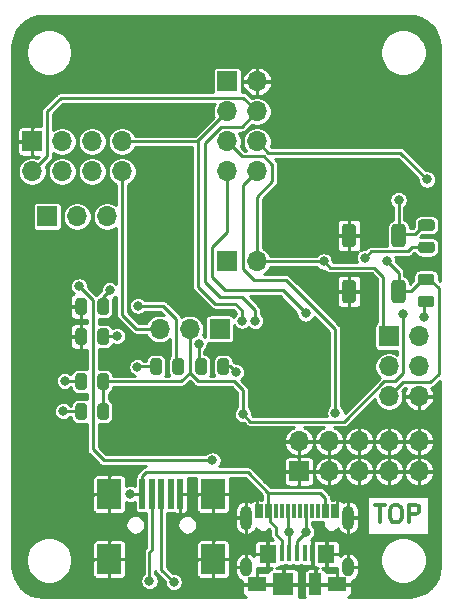
<source format=gbr>
G04 #@! TF.GenerationSoftware,KiCad,Pcbnew,(5.1.7)-1*
G04 #@! TF.CreationDate,2020-12-20T16:40:32+01:00*
G04 #@! TF.ProjectId,uart_flash_pcb,75617274-5f66-46c6-9173-685f7063622e,rev?*
G04 #@! TF.SameCoordinates,Original*
G04 #@! TF.FileFunction,Copper,L1,Top*
G04 #@! TF.FilePolarity,Positive*
%FSLAX46Y46*%
G04 Gerber Fmt 4.6, Leading zero omitted, Abs format (unit mm)*
G04 Created by KiCad (PCBNEW (5.1.7)-1) date 2020-12-20 16:40:32*
%MOMM*%
%LPD*%
G01*
G04 APERTURE LIST*
G04 #@! TA.AperFunction,NonConductor*
%ADD10C,0.300000*%
G04 #@! TD*
G04 #@! TA.AperFunction,SMDPad,CuDef*
%ADD11R,0.300000X1.150000*%
G04 #@! TD*
G04 #@! TA.AperFunction,ComponentPad*
%ADD12O,1.000000X1.600000*%
G04 #@! TD*
G04 #@! TA.AperFunction,ComponentPad*
%ADD13O,1.000000X2.100000*%
G04 #@! TD*
G04 #@! TA.AperFunction,SMDPad,CuDef*
%ADD14R,0.500000X2.500000*%
G04 #@! TD*
G04 #@! TA.AperFunction,SMDPad,CuDef*
%ADD15R,2.000000X2.500000*%
G04 #@! TD*
G04 #@! TA.AperFunction,ComponentPad*
%ADD16O,1.700000X1.700000*%
G04 #@! TD*
G04 #@! TA.AperFunction,ComponentPad*
%ADD17R,1.700000X1.700000*%
G04 #@! TD*
G04 #@! TA.AperFunction,SMDPad,CuDef*
%ADD18R,1.000000X1.900000*%
G04 #@! TD*
G04 #@! TA.AperFunction,SMDPad,CuDef*
%ADD19R,1.800000X1.900000*%
G04 #@! TD*
G04 #@! TA.AperFunction,SMDPad,CuDef*
%ADD20R,1.650000X1.300000*%
G04 #@! TD*
G04 #@! TA.AperFunction,SMDPad,CuDef*
%ADD21R,1.425000X1.550000*%
G04 #@! TD*
G04 #@! TA.AperFunction,SMDPad,CuDef*
%ADD22R,0.450000X1.380000*%
G04 #@! TD*
G04 #@! TA.AperFunction,ViaPad*
%ADD23C,0.800000*%
G04 #@! TD*
G04 #@! TA.AperFunction,Conductor*
%ADD24C,0.250000*%
G04 #@! TD*
G04 #@! TA.AperFunction,Conductor*
%ADD25C,0.100000*%
G04 #@! TD*
G04 APERTURE END LIST*
D10*
X121085714Y-96798571D02*
X121942857Y-96798571D01*
X121514285Y-98298571D02*
X121514285Y-96798571D01*
X122728571Y-96798571D02*
X123014285Y-96798571D01*
X123157142Y-96870000D01*
X123300000Y-97012857D01*
X123371428Y-97298571D01*
X123371428Y-97798571D01*
X123300000Y-98084285D01*
X123157142Y-98227142D01*
X123014285Y-98298571D01*
X122728571Y-98298571D01*
X122585714Y-98227142D01*
X122442857Y-98084285D01*
X122371428Y-97798571D01*
X122371428Y-97298571D01*
X122442857Y-97012857D01*
X122585714Y-96870000D01*
X122728571Y-96798571D01*
X124014285Y-98298571D02*
X124014285Y-96798571D01*
X124585714Y-96798571D01*
X124728571Y-96870000D01*
X124800000Y-96941428D01*
X124871428Y-97084285D01*
X124871428Y-97298571D01*
X124800000Y-97441428D01*
X124728571Y-97512857D01*
X124585714Y-97584285D01*
X124014285Y-97584285D01*
D11*
X117850000Y-97330000D03*
X117050000Y-97330000D03*
X112250000Y-97330000D03*
X111450000Y-97330000D03*
X111150000Y-97330000D03*
X111950000Y-97330000D03*
X112750000Y-97330000D03*
X113250000Y-97330000D03*
X113750000Y-97330000D03*
X114250000Y-97330000D03*
X114750000Y-97330000D03*
X115250000Y-97330000D03*
X115750000Y-97330000D03*
X116250000Y-97330000D03*
X116750000Y-97330000D03*
X117550000Y-97330000D03*
D12*
X118820000Y-102075000D03*
X110180000Y-102075000D03*
D13*
X118820000Y-97895000D03*
X110180000Y-97895000D03*
D14*
X104600000Y-95900000D03*
X103800000Y-95900000D03*
X103000000Y-95900000D03*
X102200000Y-95900000D03*
X101400000Y-95900000D03*
D15*
X107400000Y-95900000D03*
X98600000Y-95900000D03*
X107400000Y-101400000D03*
X98600000Y-101400000D03*
D16*
X99695000Y-68580000D03*
X99695000Y-66040000D03*
X97155000Y-68580000D03*
X97155000Y-66040000D03*
X94615000Y-68580000D03*
X94615000Y-66040000D03*
X92075000Y-68580000D03*
D17*
X92075000Y-66040000D03*
D16*
X111125000Y-68580000D03*
X108585000Y-68580000D03*
X111125000Y-66040000D03*
X108585000Y-66040000D03*
X111125000Y-63500000D03*
X108585000Y-63500000D03*
X111125000Y-60960000D03*
D17*
X108585000Y-60960000D03*
G04 #@! TA.AperFunction,SMDPad,CuDef*
G36*
G01*
X123700000Y-73300000D02*
X123700000Y-74700000D01*
G75*
G02*
X123400000Y-75000000I-300000J0D01*
G01*
X122800000Y-75000000D01*
G75*
G02*
X122500000Y-74700000I0J300000D01*
G01*
X122500000Y-73300000D01*
G75*
G02*
X122800000Y-73000000I300000J0D01*
G01*
X123400000Y-73000000D01*
G75*
G02*
X123700000Y-73300000I0J-300000D01*
G01*
G37*
G04 #@! TD.AperFunction*
G04 #@! TA.AperFunction,SMDPad,CuDef*
G36*
G01*
X119500000Y-73300000D02*
X119500000Y-74700000D01*
G75*
G02*
X119200000Y-75000000I-300000J0D01*
G01*
X118600000Y-75000000D01*
G75*
G02*
X118300000Y-74700000I0J300000D01*
G01*
X118300000Y-73300000D01*
G75*
G02*
X118600000Y-73000000I300000J0D01*
G01*
X119200000Y-73000000D01*
G75*
G02*
X119500000Y-73300000I0J-300000D01*
G01*
G37*
G04 #@! TD.AperFunction*
G04 #@! TA.AperFunction,SMDPad,CuDef*
G36*
G01*
X123700000Y-78040000D02*
X123700000Y-79440000D01*
G75*
G02*
X123400000Y-79740000I-300000J0D01*
G01*
X122800000Y-79740000D01*
G75*
G02*
X122500000Y-79440000I0J300000D01*
G01*
X122500000Y-78040000D01*
G75*
G02*
X122800000Y-77740000I300000J0D01*
G01*
X123400000Y-77740000D01*
G75*
G02*
X123700000Y-78040000I0J-300000D01*
G01*
G37*
G04 #@! TD.AperFunction*
G04 #@! TA.AperFunction,SMDPad,CuDef*
G36*
G01*
X119500000Y-78040000D02*
X119500000Y-79440000D01*
G75*
G02*
X119200000Y-79740000I-300000J0D01*
G01*
X118600000Y-79740000D01*
G75*
G02*
X118300000Y-79440000I0J300000D01*
G01*
X118300000Y-78040000D01*
G75*
G02*
X118600000Y-77740000I300000J0D01*
G01*
X119200000Y-77740000D01*
G75*
G02*
X119500000Y-78040000I0J-300000D01*
G01*
G37*
G04 #@! TD.AperFunction*
D16*
X102870000Y-81915000D03*
X105410000Y-81915000D03*
D17*
X107950000Y-81915000D03*
D16*
X98425000Y-72390000D03*
X95885000Y-72390000D03*
D17*
X93345000Y-72390000D03*
D16*
X124825000Y-87630000D03*
X122285000Y-87630000D03*
X124825000Y-85090000D03*
X122285000Y-85090000D03*
X124825000Y-82550000D03*
D17*
X122285000Y-82550000D03*
D18*
X116050000Y-103540000D03*
D19*
X113350000Y-103540000D03*
D20*
X117875000Y-103540000D03*
X111125000Y-103540000D03*
D21*
X116987500Y-100965000D03*
X112012500Y-100965000D03*
D22*
X115800000Y-100880000D03*
X115150000Y-100880000D03*
X114500000Y-100880000D03*
X113850000Y-100880000D03*
X113200000Y-100880000D03*
D16*
X124825000Y-91440000D03*
X124825000Y-93980000D03*
X122285000Y-91440000D03*
X122285000Y-93980000D03*
X119745000Y-91440000D03*
X119745000Y-93980000D03*
X117205000Y-91440000D03*
X117205000Y-93980000D03*
X114665000Y-91440000D03*
D17*
X114665000Y-93980000D03*
D16*
X111125000Y-76200000D03*
D17*
X108585000Y-76200000D03*
G04 #@! TA.AperFunction,SMDPad,CuDef*
G36*
G01*
X124973750Y-79110000D02*
X125886250Y-79110000D01*
G75*
G02*
X126130000Y-79353750I0J-243750D01*
G01*
X126130000Y-79841250D01*
G75*
G02*
X125886250Y-80085000I-243750J0D01*
G01*
X124973750Y-80085000D01*
G75*
G02*
X124730000Y-79841250I0J243750D01*
G01*
X124730000Y-79353750D01*
G75*
G02*
X124973750Y-79110000I243750J0D01*
G01*
G37*
G04 #@! TD.AperFunction*
G04 #@! TA.AperFunction,SMDPad,CuDef*
G36*
G01*
X124973750Y-77235000D02*
X125886250Y-77235000D01*
G75*
G02*
X126130000Y-77478750I0J-243750D01*
G01*
X126130000Y-77966250D01*
G75*
G02*
X125886250Y-78210000I-243750J0D01*
G01*
X124973750Y-78210000D01*
G75*
G02*
X124730000Y-77966250I0J243750D01*
G01*
X124730000Y-77478750D01*
G75*
G02*
X124973750Y-77235000I243750J0D01*
G01*
G37*
G04 #@! TD.AperFunction*
G04 #@! TA.AperFunction,SMDPad,CuDef*
G36*
G01*
X125003750Y-74515000D02*
X125916250Y-74515000D01*
G75*
G02*
X126160000Y-74758750I0J-243750D01*
G01*
X126160000Y-75246250D01*
G75*
G02*
X125916250Y-75490000I-243750J0D01*
G01*
X125003750Y-75490000D01*
G75*
G02*
X124760000Y-75246250I0J243750D01*
G01*
X124760000Y-74758750D01*
G75*
G02*
X125003750Y-74515000I243750J0D01*
G01*
G37*
G04 #@! TD.AperFunction*
G04 #@! TA.AperFunction,SMDPad,CuDef*
G36*
G01*
X125003750Y-72640000D02*
X125916250Y-72640000D01*
G75*
G02*
X126160000Y-72883750I0J-243750D01*
G01*
X126160000Y-73371250D01*
G75*
G02*
X125916250Y-73615000I-243750J0D01*
G01*
X125003750Y-73615000D01*
G75*
G02*
X124760000Y-73371250I0J243750D01*
G01*
X124760000Y-72883750D01*
G75*
G02*
X125003750Y-72640000I243750J0D01*
G01*
G37*
G04 #@! TD.AperFunction*
G04 #@! TA.AperFunction,SMDPad,CuDef*
G36*
G01*
X106865000Y-84633750D02*
X106865000Y-85546250D01*
G75*
G02*
X106621250Y-85790000I-243750J0D01*
G01*
X106133750Y-85790000D01*
G75*
G02*
X105890000Y-85546250I0J243750D01*
G01*
X105890000Y-84633750D01*
G75*
G02*
X106133750Y-84390000I243750J0D01*
G01*
X106621250Y-84390000D01*
G75*
G02*
X106865000Y-84633750I0J-243750D01*
G01*
G37*
G04 #@! TD.AperFunction*
G04 #@! TA.AperFunction,SMDPad,CuDef*
G36*
G01*
X108740000Y-84633750D02*
X108740000Y-85546250D01*
G75*
G02*
X108496250Y-85790000I-243750J0D01*
G01*
X108008750Y-85790000D01*
G75*
G02*
X107765000Y-85546250I0J243750D01*
G01*
X107765000Y-84633750D01*
G75*
G02*
X108008750Y-84390000I243750J0D01*
G01*
X108496250Y-84390000D01*
G75*
G02*
X108740000Y-84633750I0J-243750D01*
G01*
G37*
G04 #@! TD.AperFunction*
G04 #@! TA.AperFunction,SMDPad,CuDef*
G36*
G01*
X97605000Y-83006250D02*
X97605000Y-82093750D01*
G75*
G02*
X97848750Y-81850000I243750J0D01*
G01*
X98336250Y-81850000D01*
G75*
G02*
X98580000Y-82093750I0J-243750D01*
G01*
X98580000Y-83006250D01*
G75*
G02*
X98336250Y-83250000I-243750J0D01*
G01*
X97848750Y-83250000D01*
G75*
G02*
X97605000Y-83006250I0J243750D01*
G01*
G37*
G04 #@! TD.AperFunction*
G04 #@! TA.AperFunction,SMDPad,CuDef*
G36*
G01*
X95730000Y-83006250D02*
X95730000Y-82093750D01*
G75*
G02*
X95973750Y-81850000I243750J0D01*
G01*
X96461250Y-81850000D01*
G75*
G02*
X96705000Y-82093750I0J-243750D01*
G01*
X96705000Y-83006250D01*
G75*
G02*
X96461250Y-83250000I-243750J0D01*
G01*
X95973750Y-83250000D01*
G75*
G02*
X95730000Y-83006250I0J243750D01*
G01*
G37*
G04 #@! TD.AperFunction*
G04 #@! TA.AperFunction,SMDPad,CuDef*
G36*
G01*
X97605000Y-89356250D02*
X97605000Y-88443750D01*
G75*
G02*
X97848750Y-88200000I243750J0D01*
G01*
X98336250Y-88200000D01*
G75*
G02*
X98580000Y-88443750I0J-243750D01*
G01*
X98580000Y-89356250D01*
G75*
G02*
X98336250Y-89600000I-243750J0D01*
G01*
X97848750Y-89600000D01*
G75*
G02*
X97605000Y-89356250I0J243750D01*
G01*
G37*
G04 #@! TD.AperFunction*
G04 #@! TA.AperFunction,SMDPad,CuDef*
G36*
G01*
X95730000Y-89356250D02*
X95730000Y-88443750D01*
G75*
G02*
X95973750Y-88200000I243750J0D01*
G01*
X96461250Y-88200000D01*
G75*
G02*
X96705000Y-88443750I0J-243750D01*
G01*
X96705000Y-89356250D01*
G75*
G02*
X96461250Y-89600000I-243750J0D01*
G01*
X95973750Y-89600000D01*
G75*
G02*
X95730000Y-89356250I0J243750D01*
G01*
G37*
G04 #@! TD.AperFunction*
G04 #@! TA.AperFunction,SMDPad,CuDef*
G36*
G01*
X97605000Y-86816250D02*
X97605000Y-85903750D01*
G75*
G02*
X97848750Y-85660000I243750J0D01*
G01*
X98336250Y-85660000D01*
G75*
G02*
X98580000Y-85903750I0J-243750D01*
G01*
X98580000Y-86816250D01*
G75*
G02*
X98336250Y-87060000I-243750J0D01*
G01*
X97848750Y-87060000D01*
G75*
G02*
X97605000Y-86816250I0J243750D01*
G01*
G37*
G04 #@! TD.AperFunction*
G04 #@! TA.AperFunction,SMDPad,CuDef*
G36*
G01*
X95730000Y-86816250D02*
X95730000Y-85903750D01*
G75*
G02*
X95973750Y-85660000I243750J0D01*
G01*
X96461250Y-85660000D01*
G75*
G02*
X96705000Y-85903750I0J-243750D01*
G01*
X96705000Y-86816250D01*
G75*
G02*
X96461250Y-87060000I-243750J0D01*
G01*
X95973750Y-87060000D01*
G75*
G02*
X95730000Y-86816250I0J243750D01*
G01*
G37*
G04 #@! TD.AperFunction*
G04 #@! TA.AperFunction,SMDPad,CuDef*
G36*
G01*
X103055000Y-84633750D02*
X103055000Y-85546250D01*
G75*
G02*
X102811250Y-85790000I-243750J0D01*
G01*
X102323750Y-85790000D01*
G75*
G02*
X102080000Y-85546250I0J243750D01*
G01*
X102080000Y-84633750D01*
G75*
G02*
X102323750Y-84390000I243750J0D01*
G01*
X102811250Y-84390000D01*
G75*
G02*
X103055000Y-84633750I0J-243750D01*
G01*
G37*
G04 #@! TD.AperFunction*
G04 #@! TA.AperFunction,SMDPad,CuDef*
G36*
G01*
X104930000Y-84633750D02*
X104930000Y-85546250D01*
G75*
G02*
X104686250Y-85790000I-243750J0D01*
G01*
X104198750Y-85790000D01*
G75*
G02*
X103955000Y-85546250I0J243750D01*
G01*
X103955000Y-84633750D01*
G75*
G02*
X104198750Y-84390000I243750J0D01*
G01*
X104686250Y-84390000D01*
G75*
G02*
X104930000Y-84633750I0J-243750D01*
G01*
G37*
G04 #@! TD.AperFunction*
G04 #@! TA.AperFunction,SMDPad,CuDef*
G36*
G01*
X97605000Y-80466250D02*
X97605000Y-79553750D01*
G75*
G02*
X97848750Y-79310000I243750J0D01*
G01*
X98336250Y-79310000D01*
G75*
G02*
X98580000Y-79553750I0J-243750D01*
G01*
X98580000Y-80466250D01*
G75*
G02*
X98336250Y-80710000I-243750J0D01*
G01*
X97848750Y-80710000D01*
G75*
G02*
X97605000Y-80466250I0J243750D01*
G01*
G37*
G04 #@! TD.AperFunction*
G04 #@! TA.AperFunction,SMDPad,CuDef*
G36*
G01*
X95730000Y-80466250D02*
X95730000Y-79553750D01*
G75*
G02*
X95973750Y-79310000I243750J0D01*
G01*
X96461250Y-79310000D01*
G75*
G02*
X96705000Y-79553750I0J-243750D01*
G01*
X96705000Y-80466250D01*
G75*
G02*
X96461250Y-80710000I-243750J0D01*
G01*
X95973750Y-80710000D01*
G75*
G02*
X95730000Y-80466250I0J243750D01*
G01*
G37*
G04 #@! TD.AperFunction*
D23*
X118490000Y-95650000D03*
X109570000Y-95890000D03*
X107570000Y-98920000D03*
X119710000Y-100150000D03*
X109000000Y-92270000D03*
X106660000Y-89420000D03*
X96470000Y-98910000D03*
X100440000Y-83510000D03*
X91050000Y-83910000D03*
X91000000Y-77750000D03*
X91320000Y-74120000D03*
X101390000Y-76270000D03*
X114740000Y-72640000D03*
X118920000Y-68170000D03*
X125270000Y-66310000D03*
X121340000Y-60560000D03*
X112860000Y-59090000D03*
X112930000Y-64550000D03*
X105400000Y-63780000D03*
X104530000Y-57040000D03*
X96750000Y-60250000D03*
X99580000Y-64240000D03*
X94670000Y-63540000D03*
X91740000Y-61210000D03*
X93630000Y-70340000D03*
X114250000Y-86500000D03*
X112490000Y-85920000D03*
X113140000Y-80330000D03*
X104170000Y-71480000D03*
X101500000Y-68590000D03*
X105000000Y-67250000D03*
X95250000Y-75470000D03*
X95490000Y-84700000D03*
X95160000Y-90180000D03*
X92590000Y-90870000D03*
X125400000Y-89530000D03*
X91180000Y-99030000D03*
X117500000Y-64840000D03*
X101750000Y-57750000D03*
X117820000Y-56450000D03*
X114110000Y-77030000D03*
X117190000Y-72000000D03*
X118990000Y-70590000D03*
X125000000Y-70750000D03*
X116970000Y-78210000D03*
X115230000Y-80600000D03*
X98640000Y-78640000D03*
X109915000Y-89135000D03*
X123500000Y-80630000D03*
X109350000Y-85580000D03*
X120250000Y-75880000D03*
X125250000Y-80930000D03*
X109850011Y-81210000D03*
X117750000Y-89000000D03*
X110960000Y-81220000D03*
X116760000Y-76200000D03*
X122100000Y-76150000D03*
X125500000Y-69250000D03*
X123100000Y-71009998D03*
X100990000Y-85120000D03*
X101040000Y-79940002D03*
X94830000Y-86300000D03*
X94710000Y-88880000D03*
X99250000Y-82510000D03*
X106170000Y-83150000D03*
X96067500Y-78302500D03*
X107340000Y-93040000D03*
X100400000Y-95900000D03*
X104060000Y-103350000D03*
X115240000Y-99110000D03*
X102010000Y-103250000D03*
X113850004Y-99126314D03*
D24*
X111150000Y-97330000D02*
X111150000Y-96350000D01*
X117850000Y-97330000D02*
X117850000Y-96210000D01*
X111150000Y-97330000D02*
X111450000Y-97330000D01*
X117550000Y-97330000D02*
X117850000Y-97330000D01*
X108585000Y-73675000D02*
X108585000Y-68580000D01*
X107270000Y-74990000D02*
X108585000Y-73675000D01*
X108420000Y-78650000D02*
X107270000Y-77500000D01*
X107270000Y-77500000D02*
X107270000Y-74990000D01*
X113280000Y-78650000D02*
X108420000Y-78650000D01*
X115230000Y-80600000D02*
X113280000Y-78650000D01*
X98092500Y-79187500D02*
X98640000Y-78640000D01*
X98092500Y-80010000D02*
X98092500Y-79187500D01*
X98092500Y-88900000D02*
X98092500Y-86360000D01*
X104676850Y-86360000D02*
X98092500Y-86360000D01*
X105410000Y-85626850D02*
X104676850Y-86360000D01*
X105410000Y-81915000D02*
X105410000Y-85626850D01*
X109915000Y-87095000D02*
X109915000Y-89135000D01*
X109180000Y-86360000D02*
X109915000Y-87095000D01*
X106143150Y-86360000D02*
X109180000Y-86360000D01*
X105410000Y-85626850D02*
X106143150Y-86360000D01*
X123500000Y-85614002D02*
X123500000Y-80630000D01*
X121900000Y-86350000D02*
X122764002Y-86350000D01*
X118500000Y-89750000D02*
X121900000Y-86350000D01*
X122764002Y-86350000D02*
X123500000Y-85614002D01*
X110530000Y-89750000D02*
X118500000Y-89750000D01*
X109915000Y-89135000D02*
X110530000Y-89750000D01*
X108860000Y-85090000D02*
X109350000Y-85580000D01*
X108252500Y-85090000D02*
X108860000Y-85090000D01*
X124227500Y-75002500D02*
X125460000Y-75002500D01*
X123880000Y-75350000D02*
X124227500Y-75002500D01*
X120780000Y-75350000D02*
X123880000Y-75350000D01*
X120250000Y-75880000D02*
X120780000Y-75350000D01*
X125250000Y-79657500D02*
X125250000Y-80930000D01*
X125460000Y-79447500D02*
X125250000Y-79657500D01*
X99695000Y-80725000D02*
X99695000Y-75315000D01*
X99695000Y-75315000D02*
X99695000Y-68580000D01*
X100885000Y-81915000D02*
X99695000Y-80725000D01*
X102870000Y-81915000D02*
X100885000Y-81915000D01*
X106045000Y-66040000D02*
X99695000Y-66040000D01*
X108585000Y-63500000D02*
X106045000Y-66040000D01*
X109850011Y-80350011D02*
X109850011Y-81210000D01*
X109280000Y-79780000D02*
X109850011Y-80350011D01*
X107550000Y-79780000D02*
X109280000Y-79780000D01*
X106100000Y-78330000D02*
X107550000Y-79780000D01*
X106100000Y-65985000D02*
X106100000Y-78330000D01*
X109949999Y-76859999D02*
X110850000Y-77760000D01*
X111125000Y-68580000D02*
X109949999Y-69755001D01*
X109949999Y-69755001D02*
X109949999Y-76859999D01*
X110850000Y-77760000D02*
X113570000Y-77760000D01*
X113570000Y-77760000D02*
X117750000Y-81940000D01*
X117750000Y-81940000D02*
X117750000Y-89000000D01*
X93350000Y-67305000D02*
X92075000Y-68580000D01*
X93350000Y-63490000D02*
X93350000Y-67305000D01*
X94515001Y-62324999D02*
X93350000Y-63490000D01*
X109949999Y-62324999D02*
X94515001Y-62324999D01*
X111125000Y-63500000D02*
X109949999Y-62324999D01*
X109845000Y-64780000D02*
X111125000Y-63500000D01*
X108080000Y-64780000D02*
X109845000Y-64780000D01*
X106700000Y-77910000D02*
X106700000Y-66160000D01*
X106700000Y-66160000D02*
X108080000Y-64780000D01*
X107960000Y-79170000D02*
X106700000Y-77910000D01*
X109820000Y-79170000D02*
X107960000Y-79170000D01*
X110960000Y-80310000D02*
X109820000Y-79170000D01*
X110960000Y-81220000D02*
X110960000Y-80310000D01*
X111125000Y-76200000D02*
X116760000Y-76200000D01*
X116760000Y-76200000D02*
X116760000Y-76200000D01*
X111125000Y-70705000D02*
X111125000Y-76200000D01*
X112410000Y-69420000D02*
X111125000Y-70705000D01*
X112410000Y-67990000D02*
X112410000Y-69420000D01*
X111730000Y-67310000D02*
X112410000Y-67990000D01*
X109855000Y-67310000D02*
X111730000Y-67310000D01*
X108585000Y-66040000D02*
X109855000Y-67310000D01*
X117270000Y-76710000D02*
X116760000Y-76200000D01*
X121020000Y-76710000D02*
X117270000Y-76710000D01*
X121800000Y-77490000D02*
X121020000Y-76710000D01*
X121800000Y-82065000D02*
X121800000Y-77490000D01*
X122285000Y-82550000D02*
X121800000Y-82065000D01*
X123475000Y-86440000D02*
X122285000Y-87630000D01*
X125740000Y-86440000D02*
X123475000Y-86440000D01*
X126485010Y-85694990D02*
X125740000Y-86440000D01*
X126485010Y-78425010D02*
X126485010Y-85694990D01*
X125632500Y-77572500D02*
X126485010Y-78425010D01*
X125460000Y-77572500D02*
X125632500Y-77572500D01*
X123100000Y-77150000D02*
X122100000Y-76150000D01*
X123100000Y-78740000D02*
X123100000Y-77150000D01*
X124120000Y-78740000D02*
X123100000Y-78740000D01*
X125287500Y-77572500D02*
X124120000Y-78740000D01*
X125460000Y-77572500D02*
X125287500Y-77572500D01*
X123250000Y-67000000D02*
X125500000Y-69250000D01*
X112085000Y-67000000D02*
X123250000Y-67000000D01*
X111125000Y-66040000D02*
X112085000Y-67000000D01*
X123220000Y-73880000D02*
X123100000Y-74000000D01*
X124500000Y-73880000D02*
X123220000Y-73880000D01*
X125252500Y-73127500D02*
X124500000Y-73880000D01*
X125460000Y-73127500D02*
X125252500Y-73127500D01*
X123100000Y-74000000D02*
X123100000Y-71009998D01*
X102567500Y-85090000D02*
X101020000Y-85090000D01*
X101020000Y-85090000D02*
X100990000Y-85120000D01*
X104234999Y-84882499D02*
X104442500Y-85090000D01*
X104234999Y-81054999D02*
X104234999Y-84882499D01*
X103120002Y-79940002D02*
X104234999Y-81054999D01*
X101040000Y-79940002D02*
X103120002Y-79940002D01*
X96157500Y-86300000D02*
X96217500Y-86360000D01*
X94830000Y-86300000D02*
X96157500Y-86300000D01*
X94730000Y-88900000D02*
X94710000Y-88880000D01*
X96217500Y-88900000D02*
X94730000Y-88900000D01*
X98132500Y-82510000D02*
X98092500Y-82550000D01*
X99250000Y-82510000D02*
X98132500Y-82510000D01*
X106170000Y-84882500D02*
X106170000Y-83150000D01*
X106377500Y-85090000D02*
X106170000Y-84882500D01*
X98130000Y-93040000D02*
X107340000Y-93040000D01*
X97200000Y-92110000D02*
X98130000Y-93040000D01*
X97200000Y-79435000D02*
X97200000Y-92110000D01*
X96067500Y-78302500D02*
X97200000Y-79435000D01*
X111950000Y-97330000D02*
X112250000Y-97330000D01*
X111950000Y-97330000D02*
X112120000Y-97160000D01*
X112070000Y-97150000D02*
X112070000Y-96500000D01*
X112250000Y-97330000D02*
X112070000Y-97150000D01*
X113200000Y-99820000D02*
X113200000Y-100880000D01*
X112730000Y-99350000D02*
X113200000Y-99820000D01*
X112730000Y-98700000D02*
X112730000Y-99350000D01*
X112250000Y-98220000D02*
X112730000Y-98700000D01*
X112250000Y-97330000D02*
X112250000Y-98220000D01*
X101400000Y-95900000D02*
X100400000Y-95900000D01*
X112070000Y-96500000D02*
X112070000Y-95780000D01*
X116910000Y-97170000D02*
X116750000Y-97330000D01*
X116910000Y-96220000D02*
X116910000Y-97170000D01*
X116470000Y-95780000D02*
X116910000Y-96220000D01*
X112070000Y-95780000D02*
X116470000Y-95780000D01*
X101400000Y-94360000D02*
X101400000Y-95900000D01*
X101720000Y-94040000D02*
X101400000Y-94360000D01*
X110330000Y-94040000D02*
X101720000Y-94040000D01*
X112070000Y-95780000D02*
X110330000Y-94040000D01*
X115240000Y-97340000D02*
X115250000Y-97330000D01*
X115240000Y-99110000D02*
X115240000Y-97340000D01*
X114500000Y-99850000D02*
X114500000Y-100880000D01*
X115240000Y-99110000D02*
X114500000Y-99850000D01*
X103000000Y-102290000D02*
X104060000Y-103350000D01*
X103000000Y-95900000D02*
X103000000Y-102290000D01*
X113750000Y-97330000D02*
X113750000Y-99026310D01*
X113850000Y-100880000D02*
X113850000Y-99126318D01*
X113850000Y-99126318D02*
X113850004Y-99126314D01*
X113750000Y-99026310D02*
X113850004Y-99126314D01*
X102190000Y-95910000D02*
X102200000Y-95900000D01*
X102190000Y-100640000D02*
X102190000Y-95910000D01*
X102010000Y-100820000D02*
X102190000Y-100640000D01*
X102010000Y-103250000D02*
X102010000Y-100820000D01*
X124504636Y-55451399D02*
X124990055Y-55597955D01*
X125437754Y-55836000D01*
X125830699Y-56156479D01*
X126153907Y-56547170D01*
X126395076Y-56993204D01*
X126545017Y-57477582D01*
X126600000Y-58000712D01*
X126600001Y-58001107D01*
X126600001Y-77832895D01*
X126506814Y-77739708D01*
X126506814Y-77478750D01*
X126494890Y-77357684D01*
X126459576Y-77241270D01*
X126402230Y-77133983D01*
X126325055Y-77039945D01*
X126231017Y-76962770D01*
X126123730Y-76905424D01*
X126007316Y-76870110D01*
X125886250Y-76858186D01*
X124973750Y-76858186D01*
X124852684Y-76870110D01*
X124736270Y-76905424D01*
X124628983Y-76962770D01*
X124534945Y-77039945D01*
X124457770Y-77133983D01*
X124400424Y-77241270D01*
X124365110Y-77357684D01*
X124353186Y-77478750D01*
X124353186Y-77799708D01*
X124076814Y-78076080D01*
X124076814Y-78040000D01*
X124063809Y-77907960D01*
X124025295Y-77780994D01*
X123962750Y-77663982D01*
X123878580Y-77561420D01*
X123776018Y-77477250D01*
X123659006Y-77414705D01*
X123600000Y-77396806D01*
X123600000Y-77174560D01*
X123602419Y-77150000D01*
X123592765Y-77051983D01*
X123592163Y-77050000D01*
X123564175Y-76957733D01*
X123517746Y-76870871D01*
X123455264Y-76794736D01*
X123436187Y-76779080D01*
X122875000Y-76217894D01*
X122875000Y-76073669D01*
X122845217Y-75923941D01*
X122814590Y-75850000D01*
X123855440Y-75850000D01*
X123880000Y-75852419D01*
X123904560Y-75850000D01*
X123978017Y-75842765D01*
X124072267Y-75814175D01*
X124159129Y-75767746D01*
X124235264Y-75705264D01*
X124250929Y-75686176D01*
X124434606Y-75502500D01*
X124440457Y-75502500D01*
X124487770Y-75591017D01*
X124564945Y-75685055D01*
X124658983Y-75762230D01*
X124766270Y-75819576D01*
X124882684Y-75854890D01*
X125003750Y-75866814D01*
X125916250Y-75866814D01*
X126037316Y-75854890D01*
X126153730Y-75819576D01*
X126261017Y-75762230D01*
X126355055Y-75685055D01*
X126432230Y-75591017D01*
X126489576Y-75483730D01*
X126524890Y-75367316D01*
X126536814Y-75246250D01*
X126536814Y-74758750D01*
X126524890Y-74637684D01*
X126489576Y-74521270D01*
X126432230Y-74413983D01*
X126355055Y-74319945D01*
X126261017Y-74242770D01*
X126153730Y-74185424D01*
X126037316Y-74150110D01*
X125916250Y-74138186D01*
X125003750Y-74138186D01*
X124942929Y-74144176D01*
X125095292Y-73991814D01*
X125916250Y-73991814D01*
X126037316Y-73979890D01*
X126153730Y-73944576D01*
X126261017Y-73887230D01*
X126355055Y-73810055D01*
X126432230Y-73716017D01*
X126489576Y-73608730D01*
X126524890Y-73492316D01*
X126536814Y-73371250D01*
X126536814Y-72883750D01*
X126524890Y-72762684D01*
X126489576Y-72646270D01*
X126432230Y-72538983D01*
X126355055Y-72444945D01*
X126261017Y-72367770D01*
X126153730Y-72310424D01*
X126037316Y-72275110D01*
X125916250Y-72263186D01*
X125003750Y-72263186D01*
X124882684Y-72275110D01*
X124766270Y-72310424D01*
X124658983Y-72367770D01*
X124564945Y-72444945D01*
X124487770Y-72538983D01*
X124430424Y-72646270D01*
X124395110Y-72762684D01*
X124383186Y-72883750D01*
X124383186Y-73289708D01*
X124292895Y-73380000D01*
X124076814Y-73380000D01*
X124076814Y-73300000D01*
X124063809Y-73167960D01*
X124025295Y-73040994D01*
X123962750Y-72923982D01*
X123878580Y-72821420D01*
X123776018Y-72737250D01*
X123659006Y-72674705D01*
X123600000Y-72656806D01*
X123600000Y-71606014D01*
X123701982Y-71504032D01*
X123786796Y-71377098D01*
X123845217Y-71236057D01*
X123875000Y-71086329D01*
X123875000Y-70933667D01*
X123845217Y-70783939D01*
X123786796Y-70642898D01*
X123701982Y-70515964D01*
X123594034Y-70408016D01*
X123467100Y-70323202D01*
X123326059Y-70264781D01*
X123176331Y-70234998D01*
X123023669Y-70234998D01*
X122873941Y-70264781D01*
X122732900Y-70323202D01*
X122605966Y-70408016D01*
X122498018Y-70515964D01*
X122413204Y-70642898D01*
X122354783Y-70783939D01*
X122325000Y-70933667D01*
X122325000Y-71086329D01*
X122354783Y-71236057D01*
X122413204Y-71377098D01*
X122498018Y-71504032D01*
X122600001Y-71606015D01*
X122600000Y-72656806D01*
X122540994Y-72674705D01*
X122423982Y-72737250D01*
X122321420Y-72821420D01*
X122237250Y-72923982D01*
X122174705Y-73040994D01*
X122136191Y-73167960D01*
X122123186Y-73300000D01*
X122123186Y-74700000D01*
X122136191Y-74832040D01*
X122141639Y-74850000D01*
X120804557Y-74850000D01*
X120779999Y-74847581D01*
X120755441Y-74850000D01*
X120755440Y-74850000D01*
X120681983Y-74857235D01*
X120587733Y-74885825D01*
X120500871Y-74932254D01*
X120424736Y-74994736D01*
X120409075Y-75013819D01*
X120317894Y-75105000D01*
X120173669Y-75105000D01*
X120023941Y-75134783D01*
X119882900Y-75193204D01*
X119876261Y-75197640D01*
X119894548Y-75163427D01*
X119918850Y-75083314D01*
X119927056Y-75000000D01*
X119925000Y-74131250D01*
X119818750Y-74025000D01*
X118925000Y-74025000D01*
X118925000Y-75318750D01*
X119031250Y-75425000D01*
X119500000Y-75427056D01*
X119583314Y-75418850D01*
X119636909Y-75402592D01*
X119563204Y-75512900D01*
X119504783Y-75653941D01*
X119475000Y-75803669D01*
X119475000Y-75956331D01*
X119504783Y-76106059D01*
X119547837Y-76210000D01*
X117535000Y-76210000D01*
X117535000Y-76123669D01*
X117505217Y-75973941D01*
X117446796Y-75832900D01*
X117361982Y-75705966D01*
X117254034Y-75598018D01*
X117127100Y-75513204D01*
X116986059Y-75454783D01*
X116836331Y-75425000D01*
X116683669Y-75425000D01*
X116533941Y-75454783D01*
X116392900Y-75513204D01*
X116265966Y-75598018D01*
X116163984Y-75700000D01*
X112243824Y-75700000D01*
X112210581Y-75619745D01*
X112076519Y-75419108D01*
X111905892Y-75248481D01*
X111705255Y-75114419D01*
X111625000Y-75081176D01*
X111625000Y-75000000D01*
X117872944Y-75000000D01*
X117881150Y-75083314D01*
X117905452Y-75163427D01*
X117944916Y-75237260D01*
X117998026Y-75301974D01*
X118062740Y-75355084D01*
X118136573Y-75394548D01*
X118216686Y-75418850D01*
X118300000Y-75427056D01*
X118768750Y-75425000D01*
X118875000Y-75318750D01*
X118875000Y-74025000D01*
X117981250Y-74025000D01*
X117875000Y-74131250D01*
X117872944Y-75000000D01*
X111625000Y-75000000D01*
X111625000Y-73000000D01*
X117872944Y-73000000D01*
X117875000Y-73868750D01*
X117981250Y-73975000D01*
X118875000Y-73975000D01*
X118875000Y-72681250D01*
X118925000Y-72681250D01*
X118925000Y-73975000D01*
X119818750Y-73975000D01*
X119925000Y-73868750D01*
X119927056Y-73000000D01*
X119918850Y-72916686D01*
X119894548Y-72836573D01*
X119855084Y-72762740D01*
X119801974Y-72698026D01*
X119737260Y-72644916D01*
X119663427Y-72605452D01*
X119583314Y-72581150D01*
X119500000Y-72572944D01*
X119031250Y-72575000D01*
X118925000Y-72681250D01*
X118875000Y-72681250D01*
X118768750Y-72575000D01*
X118300000Y-72572944D01*
X118216686Y-72581150D01*
X118136573Y-72605452D01*
X118062740Y-72644916D01*
X117998026Y-72698026D01*
X117944916Y-72762740D01*
X117905452Y-72836573D01*
X117881150Y-72916686D01*
X117872944Y-73000000D01*
X111625000Y-73000000D01*
X111625000Y-70912105D01*
X112746187Y-69790920D01*
X112765264Y-69775264D01*
X112827746Y-69699129D01*
X112874175Y-69612267D01*
X112902765Y-69518017D01*
X112910000Y-69444560D01*
X112910000Y-69444551D01*
X112912418Y-69420001D01*
X112910000Y-69395451D01*
X112910000Y-68014557D01*
X112912419Y-67989999D01*
X112910000Y-67965440D01*
X112902765Y-67891983D01*
X112874175Y-67797733D01*
X112827746Y-67710871D01*
X112765264Y-67634736D01*
X112746186Y-67619080D01*
X112627107Y-67500000D01*
X123042895Y-67500000D01*
X124725000Y-69182107D01*
X124725000Y-69326331D01*
X124754783Y-69476059D01*
X124813204Y-69617100D01*
X124898018Y-69744034D01*
X125005966Y-69851982D01*
X125132900Y-69936796D01*
X125273941Y-69995217D01*
X125423669Y-70025000D01*
X125576331Y-70025000D01*
X125726059Y-69995217D01*
X125867100Y-69936796D01*
X125994034Y-69851982D01*
X126101982Y-69744034D01*
X126186796Y-69617100D01*
X126245217Y-69476059D01*
X126275000Y-69326331D01*
X126275000Y-69173669D01*
X126245217Y-69023941D01*
X126186796Y-68882900D01*
X126101982Y-68755966D01*
X125994034Y-68648018D01*
X125867100Y-68563204D01*
X125726059Y-68504783D01*
X125576331Y-68475000D01*
X125432107Y-68475000D01*
X123620929Y-66663824D01*
X123605264Y-66644736D01*
X123529129Y-66582254D01*
X123442267Y-66535825D01*
X123348017Y-66507235D01*
X123274560Y-66500000D01*
X123250000Y-66497581D01*
X123225440Y-66500000D01*
X112292106Y-66500000D01*
X112269681Y-66477575D01*
X112302924Y-66397319D01*
X112350000Y-66160652D01*
X112350000Y-65919348D01*
X112302924Y-65682681D01*
X112210581Y-65459745D01*
X112076519Y-65259108D01*
X111905892Y-65088481D01*
X111705255Y-64954419D01*
X111482319Y-64862076D01*
X111245652Y-64815000D01*
X111004348Y-64815000D01*
X110767681Y-64862076D01*
X110544745Y-64954419D01*
X110344108Y-65088481D01*
X110173481Y-65259108D01*
X110039419Y-65459745D01*
X109947076Y-65682681D01*
X109900000Y-65919348D01*
X109900000Y-66160652D01*
X109947076Y-66397319D01*
X110039419Y-66620255D01*
X110166203Y-66810000D01*
X110062107Y-66810000D01*
X109729681Y-66477575D01*
X109762924Y-66397319D01*
X109810000Y-66160652D01*
X109810000Y-65919348D01*
X109762924Y-65682681D01*
X109670581Y-65459745D01*
X109550479Y-65280000D01*
X109820440Y-65280000D01*
X109845000Y-65282419D01*
X109869560Y-65280000D01*
X109943017Y-65272765D01*
X110037267Y-65244175D01*
X110124129Y-65197746D01*
X110200264Y-65135264D01*
X110215929Y-65116176D01*
X110687425Y-64644681D01*
X110767681Y-64677924D01*
X111004348Y-64725000D01*
X111245652Y-64725000D01*
X111482319Y-64677924D01*
X111705255Y-64585581D01*
X111905892Y-64451519D01*
X112076519Y-64280892D01*
X112210581Y-64080255D01*
X112302924Y-63857319D01*
X112350000Y-63620652D01*
X112350000Y-63379348D01*
X112302924Y-63142681D01*
X112210581Y-62919745D01*
X112076519Y-62719108D01*
X111905892Y-62548481D01*
X111705255Y-62414419D01*
X111482319Y-62322076D01*
X111245652Y-62275000D01*
X111004348Y-62275000D01*
X110767681Y-62322076D01*
X110687425Y-62355319D01*
X110320928Y-61988823D01*
X110305263Y-61969735D01*
X110229128Y-61907253D01*
X110142266Y-61860824D01*
X110048016Y-61832234D01*
X109974559Y-61824999D01*
X109949999Y-61822580D01*
X109925439Y-61824999D01*
X109810337Y-61824999D01*
X109811814Y-61810000D01*
X109811814Y-61184108D01*
X109869850Y-61184108D01*
X109879629Y-61233276D01*
X109956872Y-61470985D01*
X110079005Y-61689057D01*
X110241336Y-61879112D01*
X110437625Y-62033846D01*
X110660330Y-62147312D01*
X110900892Y-62215151D01*
X111100000Y-62128506D01*
X111100000Y-60985000D01*
X111150000Y-60985000D01*
X111150000Y-62128506D01*
X111349108Y-62215151D01*
X111589670Y-62147312D01*
X111812375Y-62033846D01*
X112008664Y-61879112D01*
X112170995Y-61689057D01*
X112293128Y-61470985D01*
X112370371Y-61233276D01*
X112380150Y-61184108D01*
X112293483Y-60985000D01*
X111150000Y-60985000D01*
X111100000Y-60985000D01*
X109956517Y-60985000D01*
X109869850Y-61184108D01*
X109811814Y-61184108D01*
X109811814Y-60735892D01*
X109869850Y-60735892D01*
X109956517Y-60935000D01*
X111100000Y-60935000D01*
X111100000Y-59791494D01*
X111150000Y-59791494D01*
X111150000Y-60935000D01*
X112293483Y-60935000D01*
X112380150Y-60735892D01*
X112370371Y-60686724D01*
X112293128Y-60449015D01*
X112170995Y-60230943D01*
X112008664Y-60040888D01*
X111812375Y-59886154D01*
X111589670Y-59772688D01*
X111349108Y-59704849D01*
X111150000Y-59791494D01*
X111100000Y-59791494D01*
X110900892Y-59704849D01*
X110660330Y-59772688D01*
X110437625Y-59886154D01*
X110241336Y-60040888D01*
X110079005Y-60230943D01*
X109956872Y-60449015D01*
X109879629Y-60686724D01*
X109869850Y-60735892D01*
X109811814Y-60735892D01*
X109811814Y-60110000D01*
X109804574Y-60036487D01*
X109783131Y-59965800D01*
X109748309Y-59900653D01*
X109701448Y-59843552D01*
X109644347Y-59796691D01*
X109579200Y-59761869D01*
X109508513Y-59740426D01*
X109435000Y-59733186D01*
X107735000Y-59733186D01*
X107661487Y-59740426D01*
X107590800Y-59761869D01*
X107525653Y-59796691D01*
X107468552Y-59843552D01*
X107421691Y-59900653D01*
X107386869Y-59965800D01*
X107365426Y-60036487D01*
X107358186Y-60110000D01*
X107358186Y-61810000D01*
X107359663Y-61824999D01*
X94539558Y-61824999D01*
X94515000Y-61822580D01*
X94490442Y-61824999D01*
X94490441Y-61824999D01*
X94416984Y-61832234D01*
X94322734Y-61860824D01*
X94235872Y-61907253D01*
X94159737Y-61969735D01*
X94144076Y-61988818D01*
X93013824Y-63119071D01*
X92994736Y-63134736D01*
X92932254Y-63210871D01*
X92885825Y-63297734D01*
X92882792Y-63307733D01*
X92857235Y-63391983D01*
X92847581Y-63490000D01*
X92850000Y-63514560D01*
X92850000Y-64763159D01*
X92206250Y-64765000D01*
X92100000Y-64871250D01*
X92100000Y-66015000D01*
X92120000Y-66015000D01*
X92120000Y-66065000D01*
X92100000Y-66065000D01*
X92100000Y-67208750D01*
X92206250Y-67315000D01*
X92631677Y-67316217D01*
X92512575Y-67435319D01*
X92432319Y-67402076D01*
X92195652Y-67355000D01*
X91954348Y-67355000D01*
X91717681Y-67402076D01*
X91494745Y-67494419D01*
X91294108Y-67628481D01*
X91123481Y-67799108D01*
X90989419Y-67999745D01*
X90897076Y-68222681D01*
X90850000Y-68459348D01*
X90850000Y-68700652D01*
X90897076Y-68937319D01*
X90989419Y-69160255D01*
X91123481Y-69360892D01*
X91294108Y-69531519D01*
X91494745Y-69665581D01*
X91717681Y-69757924D01*
X91954348Y-69805000D01*
X92195652Y-69805000D01*
X92432319Y-69757924D01*
X92655255Y-69665581D01*
X92855892Y-69531519D01*
X93026519Y-69360892D01*
X93160581Y-69160255D01*
X93252924Y-68937319D01*
X93300000Y-68700652D01*
X93300000Y-68459348D01*
X93390000Y-68459348D01*
X93390000Y-68700652D01*
X93437076Y-68937319D01*
X93529419Y-69160255D01*
X93663481Y-69360892D01*
X93834108Y-69531519D01*
X94034745Y-69665581D01*
X94257681Y-69757924D01*
X94494348Y-69805000D01*
X94735652Y-69805000D01*
X94972319Y-69757924D01*
X95195255Y-69665581D01*
X95395892Y-69531519D01*
X95566519Y-69360892D01*
X95700581Y-69160255D01*
X95792924Y-68937319D01*
X95840000Y-68700652D01*
X95840000Y-68459348D01*
X95930000Y-68459348D01*
X95930000Y-68700652D01*
X95977076Y-68937319D01*
X96069419Y-69160255D01*
X96203481Y-69360892D01*
X96374108Y-69531519D01*
X96574745Y-69665581D01*
X96797681Y-69757924D01*
X97034348Y-69805000D01*
X97275652Y-69805000D01*
X97512319Y-69757924D01*
X97735255Y-69665581D01*
X97935892Y-69531519D01*
X98106519Y-69360892D01*
X98240581Y-69160255D01*
X98332924Y-68937319D01*
X98380000Y-68700652D01*
X98380000Y-68459348D01*
X98332924Y-68222681D01*
X98240581Y-67999745D01*
X98106519Y-67799108D01*
X97935892Y-67628481D01*
X97735255Y-67494419D01*
X97512319Y-67402076D01*
X97275652Y-67355000D01*
X97034348Y-67355000D01*
X96797681Y-67402076D01*
X96574745Y-67494419D01*
X96374108Y-67628481D01*
X96203481Y-67799108D01*
X96069419Y-67999745D01*
X95977076Y-68222681D01*
X95930000Y-68459348D01*
X95840000Y-68459348D01*
X95792924Y-68222681D01*
X95700581Y-67999745D01*
X95566519Y-67799108D01*
X95395892Y-67628481D01*
X95195255Y-67494419D01*
X94972319Y-67402076D01*
X94735652Y-67355000D01*
X94494348Y-67355000D01*
X94257681Y-67402076D01*
X94034745Y-67494419D01*
X93834108Y-67628481D01*
X93663481Y-67799108D01*
X93529419Y-67999745D01*
X93437076Y-68222681D01*
X93390000Y-68459348D01*
X93300000Y-68459348D01*
X93252924Y-68222681D01*
X93219681Y-68142425D01*
X93686187Y-67675920D01*
X93705264Y-67660264D01*
X93767746Y-67584129D01*
X93814175Y-67497267D01*
X93842765Y-67403017D01*
X93850000Y-67329560D01*
X93850000Y-67329551D01*
X93852418Y-67305001D01*
X93850000Y-67280451D01*
X93850000Y-67002138D01*
X94034745Y-67125581D01*
X94257681Y-67217924D01*
X94494348Y-67265000D01*
X94735652Y-67265000D01*
X94972319Y-67217924D01*
X95195255Y-67125581D01*
X95395892Y-66991519D01*
X95566519Y-66820892D01*
X95700581Y-66620255D01*
X95792924Y-66397319D01*
X95840000Y-66160652D01*
X95840000Y-65919348D01*
X95930000Y-65919348D01*
X95930000Y-66160652D01*
X95977076Y-66397319D01*
X96069419Y-66620255D01*
X96203481Y-66820892D01*
X96374108Y-66991519D01*
X96574745Y-67125581D01*
X96797681Y-67217924D01*
X97034348Y-67265000D01*
X97275652Y-67265000D01*
X97512319Y-67217924D01*
X97735255Y-67125581D01*
X97935892Y-66991519D01*
X98106519Y-66820892D01*
X98240581Y-66620255D01*
X98332924Y-66397319D01*
X98380000Y-66160652D01*
X98380000Y-65919348D01*
X98332924Y-65682681D01*
X98240581Y-65459745D01*
X98106519Y-65259108D01*
X97935892Y-65088481D01*
X97735255Y-64954419D01*
X97512319Y-64862076D01*
X97275652Y-64815000D01*
X97034348Y-64815000D01*
X96797681Y-64862076D01*
X96574745Y-64954419D01*
X96374108Y-65088481D01*
X96203481Y-65259108D01*
X96069419Y-65459745D01*
X95977076Y-65682681D01*
X95930000Y-65919348D01*
X95840000Y-65919348D01*
X95792924Y-65682681D01*
X95700581Y-65459745D01*
X95566519Y-65259108D01*
X95395892Y-65088481D01*
X95195255Y-64954419D01*
X94972319Y-64862076D01*
X94735652Y-64815000D01*
X94494348Y-64815000D01*
X94257681Y-64862076D01*
X94034745Y-64954419D01*
X93850000Y-65077862D01*
X93850000Y-63697105D01*
X94722107Y-62824999D01*
X107562727Y-62824999D01*
X107499419Y-62919745D01*
X107407076Y-63142681D01*
X107360000Y-63379348D01*
X107360000Y-63620652D01*
X107407076Y-63857319D01*
X107440319Y-63937575D01*
X105837895Y-65540000D01*
X100813824Y-65540000D01*
X100780581Y-65459745D01*
X100646519Y-65259108D01*
X100475892Y-65088481D01*
X100275255Y-64954419D01*
X100052319Y-64862076D01*
X99815652Y-64815000D01*
X99574348Y-64815000D01*
X99337681Y-64862076D01*
X99114745Y-64954419D01*
X98914108Y-65088481D01*
X98743481Y-65259108D01*
X98609419Y-65459745D01*
X98517076Y-65682681D01*
X98470000Y-65919348D01*
X98470000Y-66160652D01*
X98517076Y-66397319D01*
X98609419Y-66620255D01*
X98743481Y-66820892D01*
X98914108Y-66991519D01*
X99114745Y-67125581D01*
X99337681Y-67217924D01*
X99574348Y-67265000D01*
X99815652Y-67265000D01*
X100052319Y-67217924D01*
X100275255Y-67125581D01*
X100475892Y-66991519D01*
X100646519Y-66820892D01*
X100780581Y-66620255D01*
X100813824Y-66540000D01*
X105600000Y-66540000D01*
X105600001Y-78305430D01*
X105597581Y-78330000D01*
X105607235Y-78428017D01*
X105617202Y-78460872D01*
X105635826Y-78522267D01*
X105682255Y-78609129D01*
X105744737Y-78685264D01*
X105763819Y-78700924D01*
X107179079Y-80116186D01*
X107194736Y-80135264D01*
X107270871Y-80197746D01*
X107357733Y-80244175D01*
X107451983Y-80272765D01*
X107550000Y-80282419D01*
X107574560Y-80280000D01*
X109072894Y-80280000D01*
X109350011Y-80557118D01*
X109350011Y-80613984D01*
X109248029Y-80715966D01*
X109163215Y-80842900D01*
X109138450Y-80902688D01*
X109113309Y-80855653D01*
X109066448Y-80798552D01*
X109009347Y-80751691D01*
X108944200Y-80716869D01*
X108873513Y-80695426D01*
X108800000Y-80688186D01*
X107100000Y-80688186D01*
X107026487Y-80695426D01*
X106955800Y-80716869D01*
X106890653Y-80751691D01*
X106833552Y-80798552D01*
X106786691Y-80855653D01*
X106751869Y-80920800D01*
X106730426Y-80991487D01*
X106723186Y-81065000D01*
X106723186Y-82607170D01*
X106664034Y-82548018D01*
X106537100Y-82463204D01*
X106512993Y-82453219D01*
X106587924Y-82272319D01*
X106635000Y-82035652D01*
X106635000Y-81794348D01*
X106587924Y-81557681D01*
X106495581Y-81334745D01*
X106361519Y-81134108D01*
X106190892Y-80963481D01*
X105990255Y-80829419D01*
X105767319Y-80737076D01*
X105530652Y-80690000D01*
X105289348Y-80690000D01*
X105052681Y-80737076D01*
X104829745Y-80829419D01*
X104712777Y-80907575D01*
X104699174Y-80862732D01*
X104652745Y-80775870D01*
X104590263Y-80699735D01*
X104571186Y-80684079D01*
X103490931Y-79603826D01*
X103475266Y-79584738D01*
X103399131Y-79522256D01*
X103312269Y-79475827D01*
X103218019Y-79447237D01*
X103144562Y-79440002D01*
X103120002Y-79437583D01*
X103095442Y-79440002D01*
X101636016Y-79440002D01*
X101534034Y-79338020D01*
X101407100Y-79253206D01*
X101266059Y-79194785D01*
X101116331Y-79165002D01*
X100963669Y-79165002D01*
X100813941Y-79194785D01*
X100672900Y-79253206D01*
X100545966Y-79338020D01*
X100438018Y-79445968D01*
X100353204Y-79572902D01*
X100294783Y-79713943D01*
X100265000Y-79863671D01*
X100265000Y-80016333D01*
X100294783Y-80166061D01*
X100353204Y-80307102D01*
X100438018Y-80434036D01*
X100545966Y-80541984D01*
X100672900Y-80626798D01*
X100813941Y-80685219D01*
X100963669Y-80715002D01*
X101116331Y-80715002D01*
X101266059Y-80685219D01*
X101407100Y-80626798D01*
X101534034Y-80541984D01*
X101636016Y-80440002D01*
X102912897Y-80440002D01*
X103205662Y-80732768D01*
X102990652Y-80690000D01*
X102749348Y-80690000D01*
X102512681Y-80737076D01*
X102289745Y-80829419D01*
X102089108Y-80963481D01*
X101918481Y-81134108D01*
X101784419Y-81334745D01*
X101751176Y-81415000D01*
X101092106Y-81415000D01*
X100195000Y-80517895D01*
X100195000Y-69698824D01*
X100275255Y-69665581D01*
X100475892Y-69531519D01*
X100646519Y-69360892D01*
X100780581Y-69160255D01*
X100872924Y-68937319D01*
X100920000Y-68700652D01*
X100920000Y-68459348D01*
X100872924Y-68222681D01*
X100780581Y-67999745D01*
X100646519Y-67799108D01*
X100475892Y-67628481D01*
X100275255Y-67494419D01*
X100052319Y-67402076D01*
X99815652Y-67355000D01*
X99574348Y-67355000D01*
X99337681Y-67402076D01*
X99114745Y-67494419D01*
X98914108Y-67628481D01*
X98743481Y-67799108D01*
X98609419Y-67999745D01*
X98517076Y-68222681D01*
X98470000Y-68459348D01*
X98470000Y-68700652D01*
X98517076Y-68937319D01*
X98609419Y-69160255D01*
X98743481Y-69360892D01*
X98914108Y-69531519D01*
X99114745Y-69665581D01*
X99195001Y-69698824D01*
X99195001Y-71431204D01*
X99005255Y-71304419D01*
X98782319Y-71212076D01*
X98545652Y-71165000D01*
X98304348Y-71165000D01*
X98067681Y-71212076D01*
X97844745Y-71304419D01*
X97644108Y-71438481D01*
X97473481Y-71609108D01*
X97339419Y-71809745D01*
X97247076Y-72032681D01*
X97200000Y-72269348D01*
X97200000Y-72510652D01*
X97247076Y-72747319D01*
X97339419Y-72970255D01*
X97473481Y-73170892D01*
X97644108Y-73341519D01*
X97844745Y-73475581D01*
X98067681Y-73567924D01*
X98304348Y-73615000D01*
X98545652Y-73615000D01*
X98782319Y-73567924D01*
X99005255Y-73475581D01*
X99195000Y-73348797D01*
X99195000Y-75339559D01*
X99195001Y-75339569D01*
X99195000Y-78098984D01*
X99134034Y-78038018D01*
X99007100Y-77953204D01*
X98866059Y-77894783D01*
X98716331Y-77865000D01*
X98563669Y-77865000D01*
X98413941Y-77894783D01*
X98272900Y-77953204D01*
X98145966Y-78038018D01*
X98038018Y-78145966D01*
X97953204Y-78272900D01*
X97894783Y-78413941D01*
X97865000Y-78563669D01*
X97865000Y-78707895D01*
X97756319Y-78816576D01*
X97737237Y-78832236D01*
X97674755Y-78908371D01*
X97641074Y-78971383D01*
X97611270Y-78980424D01*
X97507824Y-79035717D01*
X96842500Y-78370394D01*
X96842500Y-78226169D01*
X96812717Y-78076441D01*
X96754296Y-77935400D01*
X96669482Y-77808466D01*
X96561534Y-77700518D01*
X96434600Y-77615704D01*
X96293559Y-77557283D01*
X96143831Y-77527500D01*
X95991169Y-77527500D01*
X95841441Y-77557283D01*
X95700400Y-77615704D01*
X95573466Y-77700518D01*
X95465518Y-77808466D01*
X95380704Y-77935400D01*
X95322283Y-78076441D01*
X95292500Y-78226169D01*
X95292500Y-78378831D01*
X95322283Y-78528559D01*
X95380704Y-78669600D01*
X95465518Y-78796534D01*
X95573466Y-78904482D01*
X95582605Y-78910589D01*
X95566573Y-78915452D01*
X95492740Y-78954916D01*
X95428026Y-79008026D01*
X95374916Y-79072740D01*
X95335452Y-79146573D01*
X95311150Y-79226686D01*
X95302944Y-79310000D01*
X95305000Y-79878750D01*
X95411250Y-79985000D01*
X96192500Y-79985000D01*
X96192500Y-79965000D01*
X96242500Y-79965000D01*
X96242500Y-79985000D01*
X96262500Y-79985000D01*
X96262500Y-80035000D01*
X96242500Y-80035000D01*
X96242500Y-81028750D01*
X96348750Y-81135000D01*
X96700000Y-81137027D01*
X96700000Y-81422973D01*
X96348750Y-81425000D01*
X96242500Y-81531250D01*
X96242500Y-82525000D01*
X96262500Y-82525000D01*
X96262500Y-82575000D01*
X96242500Y-82575000D01*
X96242500Y-83568750D01*
X96348750Y-83675000D01*
X96700000Y-83677027D01*
X96700000Y-85331103D01*
X96698730Y-85330424D01*
X96582316Y-85295110D01*
X96461250Y-85283186D01*
X95973750Y-85283186D01*
X95852684Y-85295110D01*
X95736270Y-85330424D01*
X95628983Y-85387770D01*
X95534945Y-85464945D01*
X95457770Y-85558983D01*
X95400424Y-85666270D01*
X95375255Y-85749239D01*
X95324034Y-85698018D01*
X95197100Y-85613204D01*
X95056059Y-85554783D01*
X94906331Y-85525000D01*
X94753669Y-85525000D01*
X94603941Y-85554783D01*
X94462900Y-85613204D01*
X94335966Y-85698018D01*
X94228018Y-85805966D01*
X94143204Y-85932900D01*
X94084783Y-86073941D01*
X94055000Y-86223669D01*
X94055000Y-86376331D01*
X94084783Y-86526059D01*
X94143204Y-86667100D01*
X94228018Y-86794034D01*
X94335966Y-86901982D01*
X94462900Y-86986796D01*
X94603941Y-87045217D01*
X94753669Y-87075000D01*
X94906331Y-87075000D01*
X95056059Y-87045217D01*
X95197100Y-86986796D01*
X95324034Y-86901982D01*
X95358259Y-86867757D01*
X95365110Y-86937316D01*
X95400424Y-87053730D01*
X95457770Y-87161017D01*
X95534945Y-87255055D01*
X95628983Y-87332230D01*
X95736270Y-87389576D01*
X95852684Y-87424890D01*
X95973750Y-87436814D01*
X96461250Y-87436814D01*
X96582316Y-87424890D01*
X96698730Y-87389576D01*
X96700001Y-87388897D01*
X96700001Y-87871103D01*
X96698730Y-87870424D01*
X96582316Y-87835110D01*
X96461250Y-87823186D01*
X95973750Y-87823186D01*
X95852684Y-87835110D01*
X95736270Y-87870424D01*
X95628983Y-87927770D01*
X95534945Y-88004945D01*
X95457770Y-88098983D01*
X95400424Y-88206270D01*
X95365110Y-88322684D01*
X95357495Y-88400000D01*
X95321359Y-88400000D01*
X95311982Y-88385966D01*
X95204034Y-88278018D01*
X95077100Y-88193204D01*
X94936059Y-88134783D01*
X94786331Y-88105000D01*
X94633669Y-88105000D01*
X94483941Y-88134783D01*
X94342900Y-88193204D01*
X94215966Y-88278018D01*
X94108018Y-88385966D01*
X94023204Y-88512900D01*
X93964783Y-88653941D01*
X93935000Y-88803669D01*
X93935000Y-88956331D01*
X93964783Y-89106059D01*
X94023204Y-89247100D01*
X94108018Y-89374034D01*
X94215966Y-89481982D01*
X94342900Y-89566796D01*
X94483941Y-89625217D01*
X94633669Y-89655000D01*
X94786331Y-89655000D01*
X94936059Y-89625217D01*
X95077100Y-89566796D01*
X95204034Y-89481982D01*
X95286016Y-89400000D01*
X95357495Y-89400000D01*
X95365110Y-89477316D01*
X95400424Y-89593730D01*
X95457770Y-89701017D01*
X95534945Y-89795055D01*
X95628983Y-89872230D01*
X95736270Y-89929576D01*
X95852684Y-89964890D01*
X95973750Y-89976814D01*
X96461250Y-89976814D01*
X96582316Y-89964890D01*
X96698730Y-89929576D01*
X96700001Y-89928897D01*
X96700001Y-92085430D01*
X96697581Y-92110000D01*
X96707235Y-92208017D01*
X96724521Y-92265000D01*
X96735826Y-92302267D01*
X96782255Y-92389129D01*
X96844737Y-92465264D01*
X96863819Y-92480924D01*
X97759080Y-93376187D01*
X97774736Y-93395264D01*
X97850871Y-93457746D01*
X97937733Y-93504175D01*
X98031983Y-93532765D01*
X98130000Y-93542419D01*
X98154560Y-93540000D01*
X101695440Y-93540000D01*
X101621983Y-93547235D01*
X101527733Y-93575825D01*
X101440871Y-93622254D01*
X101364736Y-93684736D01*
X101349075Y-93703819D01*
X101063824Y-93989071D01*
X101044736Y-94004736D01*
X100982254Y-94080871D01*
X100935825Y-94167734D01*
X100918454Y-94225000D01*
X100907235Y-94261983D01*
X100897581Y-94360000D01*
X100898678Y-94371139D01*
X100883552Y-94383552D01*
X100836691Y-94440653D01*
X100801869Y-94505800D01*
X100780426Y-94576487D01*
X100773186Y-94650000D01*
X100773186Y-95217271D01*
X100767100Y-95213204D01*
X100626059Y-95154783D01*
X100476331Y-95125000D01*
X100323669Y-95125000D01*
X100173941Y-95154783D01*
X100032900Y-95213204D01*
X100026013Y-95217806D01*
X100027056Y-94650000D01*
X100018850Y-94566686D01*
X99994548Y-94486573D01*
X99955084Y-94412740D01*
X99901974Y-94348026D01*
X99837260Y-94294916D01*
X99763427Y-94255452D01*
X99683314Y-94231150D01*
X99600000Y-94222944D01*
X98731250Y-94225000D01*
X98625000Y-94331250D01*
X98625000Y-95875000D01*
X98645000Y-95875000D01*
X98645000Y-95925000D01*
X98625000Y-95925000D01*
X98625000Y-97468750D01*
X98731250Y-97575000D01*
X99600000Y-97577056D01*
X99683314Y-97568850D01*
X99763427Y-97544548D01*
X99837260Y-97505084D01*
X99901974Y-97451974D01*
X99955084Y-97387260D01*
X99994548Y-97313427D01*
X100018850Y-97233314D01*
X100027056Y-97150000D01*
X100026013Y-96582194D01*
X100032900Y-96586796D01*
X100173941Y-96645217D01*
X100323669Y-96675000D01*
X100476331Y-96675000D01*
X100626059Y-96645217D01*
X100767100Y-96586796D01*
X100773186Y-96582729D01*
X100773186Y-97150000D01*
X100780426Y-97223513D01*
X100801869Y-97294200D01*
X100836691Y-97359347D01*
X100883552Y-97416448D01*
X100940653Y-97463309D01*
X101005800Y-97498131D01*
X101076487Y-97519574D01*
X101150000Y-97526814D01*
X101650000Y-97526814D01*
X101690001Y-97522874D01*
X101690000Y-100432895D01*
X101673819Y-100449076D01*
X101654737Y-100464736D01*
X101592255Y-100540871D01*
X101579632Y-100564487D01*
X101545826Y-100627733D01*
X101517235Y-100721983D01*
X101507581Y-100820000D01*
X101510001Y-100844570D01*
X101510000Y-102653984D01*
X101408018Y-102755966D01*
X101323204Y-102882900D01*
X101264783Y-103023941D01*
X101235000Y-103173669D01*
X101235000Y-103326331D01*
X101264783Y-103476059D01*
X101323204Y-103617100D01*
X101408018Y-103744034D01*
X101515966Y-103851982D01*
X101642900Y-103936796D01*
X101783941Y-103995217D01*
X101933669Y-104025000D01*
X102086331Y-104025000D01*
X102236059Y-103995217D01*
X102377100Y-103936796D01*
X102504034Y-103851982D01*
X102611982Y-103744034D01*
X102696796Y-103617100D01*
X102755217Y-103476059D01*
X102785000Y-103326331D01*
X102785000Y-103173669D01*
X102755217Y-103023941D01*
X102696796Y-102882900D01*
X102611982Y-102755966D01*
X102510000Y-102653984D01*
X102510000Y-102397132D01*
X102530588Y-102465000D01*
X102535826Y-102482267D01*
X102582255Y-102569129D01*
X102644737Y-102645264D01*
X102663819Y-102660924D01*
X103285000Y-103282106D01*
X103285000Y-103426331D01*
X103314783Y-103576059D01*
X103373204Y-103717100D01*
X103458018Y-103844034D01*
X103565966Y-103951982D01*
X103692900Y-104036796D01*
X103833941Y-104095217D01*
X103983669Y-104125000D01*
X104136331Y-104125000D01*
X104286059Y-104095217D01*
X104427100Y-104036796D01*
X104554034Y-103951982D01*
X104661982Y-103844034D01*
X104746796Y-103717100D01*
X104805217Y-103576059D01*
X104835000Y-103426331D01*
X104835000Y-103273669D01*
X104805217Y-103123941D01*
X104746796Y-102982900D01*
X104661982Y-102855966D01*
X104554034Y-102748018D01*
X104427100Y-102663204D01*
X104395223Y-102650000D01*
X105972944Y-102650000D01*
X105981150Y-102733314D01*
X106005452Y-102813427D01*
X106044916Y-102887260D01*
X106098026Y-102951974D01*
X106162740Y-103005084D01*
X106236573Y-103044548D01*
X106316686Y-103068850D01*
X106400000Y-103077056D01*
X107268750Y-103075000D01*
X107375000Y-102968750D01*
X107375000Y-101425000D01*
X107425000Y-101425000D01*
X107425000Y-102968750D01*
X107531250Y-103075000D01*
X108400000Y-103077056D01*
X108483314Y-103068850D01*
X108563427Y-103044548D01*
X108637260Y-103005084D01*
X108701974Y-102951974D01*
X108755084Y-102887260D01*
X108794548Y-102813427D01*
X108818850Y-102733314D01*
X108827056Y-102650000D01*
X108826046Y-102100000D01*
X109255000Y-102100000D01*
X109255000Y-102400000D01*
X109277651Y-102579978D01*
X109334979Y-102752079D01*
X109424780Y-102909689D01*
X109543604Y-103046751D01*
X109686884Y-103157998D01*
X109849114Y-103239155D01*
X109874356Y-103246219D01*
X109875000Y-103408750D01*
X109981250Y-103515000D01*
X111100000Y-103515000D01*
X111100000Y-102571250D01*
X111085298Y-102556548D01*
X111105000Y-102400000D01*
X111105000Y-102117672D01*
X111136573Y-102134548D01*
X111216686Y-102158850D01*
X111300000Y-102167056D01*
X111881250Y-102165000D01*
X111987500Y-102058750D01*
X111987500Y-100990000D01*
X110981250Y-100990000D01*
X110875000Y-101096250D01*
X110874763Y-101170574D01*
X110816396Y-101103249D01*
X110673116Y-100992002D01*
X110510886Y-100910845D01*
X110349341Y-100865633D01*
X110205000Y-100956632D01*
X110205000Y-102050000D01*
X110225000Y-102050000D01*
X110225000Y-102100000D01*
X110205000Y-102100000D01*
X110205000Y-102120000D01*
X110155000Y-102120000D01*
X110155000Y-102100000D01*
X109255000Y-102100000D01*
X108826046Y-102100000D01*
X108825403Y-101750000D01*
X109255000Y-101750000D01*
X109255000Y-102050000D01*
X110155000Y-102050000D01*
X110155000Y-100956632D01*
X110010659Y-100865633D01*
X109849114Y-100910845D01*
X109686884Y-100992002D01*
X109543604Y-101103249D01*
X109424780Y-101240311D01*
X109334979Y-101397921D01*
X109277651Y-101570022D01*
X109255000Y-101750000D01*
X108825403Y-101750000D01*
X108825000Y-101531250D01*
X108718750Y-101425000D01*
X107425000Y-101425000D01*
X107375000Y-101425000D01*
X106081250Y-101425000D01*
X105975000Y-101531250D01*
X105972944Y-102650000D01*
X104395223Y-102650000D01*
X104286059Y-102604783D01*
X104136331Y-102575000D01*
X103992106Y-102575000D01*
X103500000Y-102082895D01*
X103500000Y-100150000D01*
X105972944Y-100150000D01*
X105975000Y-101268750D01*
X106081250Y-101375000D01*
X107375000Y-101375000D01*
X107375000Y-99831250D01*
X107425000Y-99831250D01*
X107425000Y-101375000D01*
X108718750Y-101375000D01*
X108825000Y-101268750D01*
X108826982Y-100190000D01*
X110872944Y-100190000D01*
X110875000Y-100833750D01*
X110981250Y-100940000D01*
X111987500Y-100940000D01*
X111987500Y-99871250D01*
X111881250Y-99765000D01*
X111300000Y-99762944D01*
X111216686Y-99771150D01*
X111136573Y-99795452D01*
X111062740Y-99834916D01*
X110998026Y-99888026D01*
X110944916Y-99952740D01*
X110905452Y-100026573D01*
X110881150Y-100106686D01*
X110872944Y-100190000D01*
X108826982Y-100190000D01*
X108827056Y-100150000D01*
X108818850Y-100066686D01*
X108794548Y-99986573D01*
X108755084Y-99912740D01*
X108701974Y-99848026D01*
X108637260Y-99794916D01*
X108563427Y-99755452D01*
X108483314Y-99731150D01*
X108400000Y-99722944D01*
X107531250Y-99725000D01*
X107425000Y-99831250D01*
X107375000Y-99831250D01*
X107268750Y-99725000D01*
X106400000Y-99722944D01*
X106316686Y-99731150D01*
X106236573Y-99755452D01*
X106162740Y-99794916D01*
X106098026Y-99848026D01*
X106044916Y-99912740D01*
X106005452Y-99986573D01*
X105981150Y-100066686D01*
X105972944Y-100150000D01*
X103500000Y-100150000D01*
X103500000Y-98418745D01*
X104375000Y-98418745D01*
X104375000Y-98581255D01*
X104406704Y-98740644D01*
X104468894Y-98890784D01*
X104559181Y-99025907D01*
X104674093Y-99140819D01*
X104809216Y-99231106D01*
X104959356Y-99293296D01*
X105118745Y-99325000D01*
X105281255Y-99325000D01*
X105440644Y-99293296D01*
X105590784Y-99231106D01*
X105725907Y-99140819D01*
X105840819Y-99025907D01*
X105931106Y-98890784D01*
X105993296Y-98740644D01*
X106025000Y-98581255D01*
X106025000Y-98418745D01*
X105993296Y-98259356D01*
X105931106Y-98109216D01*
X105840819Y-97974093D01*
X105786726Y-97920000D01*
X109255000Y-97920000D01*
X109255000Y-98470000D01*
X109277651Y-98649978D01*
X109334979Y-98822079D01*
X109424780Y-98979689D01*
X109543604Y-99116751D01*
X109686884Y-99227998D01*
X109849114Y-99309155D01*
X110010659Y-99354367D01*
X110155000Y-99263368D01*
X110155000Y-97920000D01*
X109255000Y-97920000D01*
X105786726Y-97920000D01*
X105725907Y-97859181D01*
X105590784Y-97768894D01*
X105440644Y-97706704D01*
X105281255Y-97675000D01*
X105118745Y-97675000D01*
X104959356Y-97706704D01*
X104809216Y-97768894D01*
X104674093Y-97859181D01*
X104559181Y-97974093D01*
X104468894Y-98109216D01*
X104406704Y-98259356D01*
X104375000Y-98418745D01*
X103500000Y-98418745D01*
X103500000Y-97521890D01*
X103550000Y-97526814D01*
X104050000Y-97526814D01*
X104123513Y-97519574D01*
X104133935Y-97516413D01*
X104186573Y-97544548D01*
X104266686Y-97568850D01*
X104350000Y-97577056D01*
X104468750Y-97575000D01*
X104575000Y-97468750D01*
X104575000Y-95925000D01*
X104625000Y-95925000D01*
X104625000Y-97468750D01*
X104731250Y-97575000D01*
X104850000Y-97577056D01*
X104933314Y-97568850D01*
X105013427Y-97544548D01*
X105087260Y-97505084D01*
X105151974Y-97451974D01*
X105205084Y-97387260D01*
X105244548Y-97313427D01*
X105268850Y-97233314D01*
X105277056Y-97150000D01*
X105972944Y-97150000D01*
X105981150Y-97233314D01*
X106005452Y-97313427D01*
X106044916Y-97387260D01*
X106098026Y-97451974D01*
X106162740Y-97505084D01*
X106236573Y-97544548D01*
X106316686Y-97568850D01*
X106400000Y-97577056D01*
X107268750Y-97575000D01*
X107375000Y-97468750D01*
X107375000Y-95925000D01*
X107425000Y-95925000D01*
X107425000Y-97468750D01*
X107531250Y-97575000D01*
X108400000Y-97577056D01*
X108483314Y-97568850D01*
X108563427Y-97544548D01*
X108637260Y-97505084D01*
X108701974Y-97451974D01*
X108755084Y-97387260D01*
X108791034Y-97320000D01*
X109255000Y-97320000D01*
X109255000Y-97870000D01*
X110155000Y-97870000D01*
X110155000Y-96526632D01*
X110010659Y-96435633D01*
X109849114Y-96480845D01*
X109686884Y-96562002D01*
X109543604Y-96673249D01*
X109424780Y-96810311D01*
X109334979Y-96967921D01*
X109277651Y-97140022D01*
X109255000Y-97320000D01*
X108791034Y-97320000D01*
X108794548Y-97313427D01*
X108818850Y-97233314D01*
X108827056Y-97150000D01*
X108825000Y-96031250D01*
X108718750Y-95925000D01*
X107425000Y-95925000D01*
X107375000Y-95925000D01*
X106081250Y-95925000D01*
X105975000Y-96031250D01*
X105972944Y-97150000D01*
X105277056Y-97150000D01*
X105275000Y-96031250D01*
X105168750Y-95925000D01*
X104625000Y-95925000D01*
X104575000Y-95925000D01*
X104555000Y-95925000D01*
X104555000Y-95875000D01*
X104575000Y-95875000D01*
X104575000Y-95855000D01*
X104625000Y-95855000D01*
X104625000Y-95875000D01*
X105168750Y-95875000D01*
X105275000Y-95768750D01*
X105277056Y-94650000D01*
X105268850Y-94566686D01*
X105260755Y-94540000D01*
X105989245Y-94540000D01*
X105981150Y-94566686D01*
X105972944Y-94650000D01*
X105975000Y-95768750D01*
X106081250Y-95875000D01*
X107375000Y-95875000D01*
X107375000Y-95855000D01*
X107425000Y-95855000D01*
X107425000Y-95875000D01*
X108718750Y-95875000D01*
X108825000Y-95768750D01*
X108827056Y-94650000D01*
X108818850Y-94566686D01*
X108810755Y-94540000D01*
X110122895Y-94540000D01*
X111570001Y-95987108D01*
X111570000Y-96341250D01*
X111520365Y-96390885D01*
X111463427Y-96360452D01*
X111383314Y-96336150D01*
X111300000Y-96327944D01*
X111216686Y-96336150D01*
X111136573Y-96360452D01*
X111079635Y-96390885D01*
X111018750Y-96330000D01*
X111000000Y-96327944D01*
X110916686Y-96336150D01*
X110836573Y-96360452D01*
X110762740Y-96399916D01*
X110698026Y-96453026D01*
X110644916Y-96517740D01*
X110632199Y-96541533D01*
X110510886Y-96480845D01*
X110349341Y-96435633D01*
X110205000Y-96526632D01*
X110205000Y-97870000D01*
X110225000Y-97870000D01*
X110225000Y-97920000D01*
X110205000Y-97920000D01*
X110205000Y-99263368D01*
X110349341Y-99354367D01*
X110510886Y-99309155D01*
X110673116Y-99227998D01*
X110816396Y-99116751D01*
X110935220Y-98979689D01*
X111025021Y-98822079D01*
X111034489Y-98793655D01*
X111066274Y-98841224D01*
X111163776Y-98938726D01*
X111278426Y-99015332D01*
X111405818Y-99068099D01*
X111541056Y-99095000D01*
X111678944Y-99095000D01*
X111814182Y-99068099D01*
X111941574Y-99015332D01*
X112056224Y-98938726D01*
X112153726Y-98841224D01*
X112157888Y-98834994D01*
X112230000Y-98907107D01*
X112230001Y-99325430D01*
X112227581Y-99350000D01*
X112237235Y-99448017D01*
X112257195Y-99513814D01*
X112265826Y-99542267D01*
X112312255Y-99629129D01*
X112374737Y-99705264D01*
X112393819Y-99720924D01*
X112436858Y-99763963D01*
X112143750Y-99765000D01*
X112037500Y-99871250D01*
X112037500Y-100940000D01*
X112057500Y-100940000D01*
X112057500Y-100990000D01*
X112037500Y-100990000D01*
X112037500Y-102058750D01*
X112143750Y-102165000D01*
X112419233Y-102165974D01*
X112366686Y-102171150D01*
X112286573Y-102195452D01*
X112212740Y-102234916D01*
X112148026Y-102288026D01*
X112094916Y-102352740D01*
X112055452Y-102426573D01*
X112041204Y-102473543D01*
X112033314Y-102471150D01*
X111950000Y-102462944D01*
X111256250Y-102465000D01*
X111150000Y-102571250D01*
X111150000Y-103515000D01*
X113325000Y-103515000D01*
X113325000Y-102271250D01*
X113375000Y-102271250D01*
X113375000Y-103515000D01*
X114568750Y-103515000D01*
X114675000Y-103408750D01*
X114677056Y-102590000D01*
X115122944Y-102590000D01*
X115125000Y-103408750D01*
X115231250Y-103515000D01*
X116025000Y-103515000D01*
X116025000Y-102271250D01*
X115918750Y-102165000D01*
X115550000Y-102162944D01*
X115466686Y-102171150D01*
X115386573Y-102195452D01*
X115312740Y-102234916D01*
X115248026Y-102288026D01*
X115194916Y-102352740D01*
X115155452Y-102426573D01*
X115131150Y-102506686D01*
X115122944Y-102590000D01*
X114677056Y-102590000D01*
X114668850Y-102506686D01*
X114644548Y-102426573D01*
X114605084Y-102352740D01*
X114551974Y-102288026D01*
X114487260Y-102234916D01*
X114413427Y-102195452D01*
X114333314Y-102171150D01*
X114250000Y-102162944D01*
X113481250Y-102165000D01*
X113375000Y-102271250D01*
X113325000Y-102271250D01*
X113218750Y-102165000D01*
X112758375Y-102163769D01*
X112808314Y-102158850D01*
X112888427Y-102134548D01*
X112962260Y-102095084D01*
X113026974Y-102041974D01*
X113080084Y-101977260D01*
X113096357Y-101946814D01*
X113425000Y-101946814D01*
X113498513Y-101939574D01*
X113525000Y-101931539D01*
X113551487Y-101939574D01*
X113625000Y-101946814D01*
X114075000Y-101946814D01*
X114148513Y-101939574D01*
X114175000Y-101931539D01*
X114201487Y-101939574D01*
X114275000Y-101946814D01*
X114725000Y-101946814D01*
X114798513Y-101939574D01*
X114825000Y-101931539D01*
X114851487Y-101939574D01*
X114925000Y-101946814D01*
X115375000Y-101946814D01*
X115377866Y-101946532D01*
X115411573Y-101964548D01*
X115491686Y-101988850D01*
X115575000Y-101997056D01*
X115668750Y-101995000D01*
X115775000Y-101888750D01*
X115775000Y-100905000D01*
X115755000Y-100905000D01*
X115755000Y-100855000D01*
X115775000Y-100855000D01*
X115775000Y-99871250D01*
X115825000Y-99871250D01*
X115825000Y-100855000D01*
X115845000Y-100855000D01*
X115845000Y-100905000D01*
X115825000Y-100905000D01*
X115825000Y-101888750D01*
X115931250Y-101995000D01*
X115934534Y-101995072D01*
X115973026Y-102041974D01*
X116037740Y-102095084D01*
X116111573Y-102134548D01*
X116191686Y-102158850D01*
X116250221Y-102164615D01*
X116181250Y-102165000D01*
X116075000Y-102271250D01*
X116075000Y-103515000D01*
X117850000Y-103515000D01*
X117850000Y-102571250D01*
X117743750Y-102465000D01*
X117050000Y-102462944D01*
X116966686Y-102471150D01*
X116958796Y-102473543D01*
X116944548Y-102426573D01*
X116905084Y-102352740D01*
X116851974Y-102288026D01*
X116787260Y-102234916D01*
X116713427Y-102195452D01*
X116633314Y-102171150D01*
X116580767Y-102165974D01*
X116856250Y-102165000D01*
X116962500Y-102058750D01*
X116962500Y-100990000D01*
X117012500Y-100990000D01*
X117012500Y-102058750D01*
X117118750Y-102165000D01*
X117700000Y-102167056D01*
X117783314Y-102158850D01*
X117863427Y-102134548D01*
X117895000Y-102117672D01*
X117895000Y-102400000D01*
X117914702Y-102556548D01*
X117900000Y-102571250D01*
X117900000Y-103515000D01*
X119018750Y-103515000D01*
X119125000Y-103408750D01*
X119125644Y-103246219D01*
X119150886Y-103239155D01*
X119313116Y-103157998D01*
X119456396Y-103046751D01*
X119575220Y-102909689D01*
X119665021Y-102752079D01*
X119722349Y-102579978D01*
X119745000Y-102400000D01*
X119745000Y-102100000D01*
X118845000Y-102100000D01*
X118845000Y-102120000D01*
X118795000Y-102120000D01*
X118795000Y-102100000D01*
X118775000Y-102100000D01*
X118775000Y-102050000D01*
X118795000Y-102050000D01*
X118795000Y-100956632D01*
X118845000Y-100956632D01*
X118845000Y-102050000D01*
X119745000Y-102050000D01*
X119745000Y-101750000D01*
X119722349Y-101570022D01*
X119665021Y-101397921D01*
X119612351Y-101305479D01*
X121525000Y-101305479D01*
X121525000Y-101694521D01*
X121600898Y-102076086D01*
X121749778Y-102435513D01*
X121965917Y-102758989D01*
X122241011Y-103034083D01*
X122564487Y-103250222D01*
X122923914Y-103399102D01*
X123305479Y-103475000D01*
X123694521Y-103475000D01*
X124076086Y-103399102D01*
X124435513Y-103250222D01*
X124758989Y-103034083D01*
X125034083Y-102758989D01*
X125250222Y-102435513D01*
X125399102Y-102076086D01*
X125475000Y-101694521D01*
X125475000Y-101305479D01*
X125399102Y-100923914D01*
X125250222Y-100564487D01*
X125034083Y-100241011D01*
X124758989Y-99965917D01*
X124435513Y-99749778D01*
X124076086Y-99600898D01*
X123694521Y-99525000D01*
X123305479Y-99525000D01*
X122923914Y-99600898D01*
X122564487Y-99749778D01*
X122241011Y-99965917D01*
X121965917Y-100241011D01*
X121749778Y-100564487D01*
X121600898Y-100923914D01*
X121525000Y-101305479D01*
X119612351Y-101305479D01*
X119575220Y-101240311D01*
X119456396Y-101103249D01*
X119313116Y-100992002D01*
X119150886Y-100910845D01*
X118989341Y-100865633D01*
X118845000Y-100956632D01*
X118795000Y-100956632D01*
X118650659Y-100865633D01*
X118489114Y-100910845D01*
X118326884Y-100992002D01*
X118183604Y-101103249D01*
X118125237Y-101170574D01*
X118125000Y-101096250D01*
X118018750Y-100990000D01*
X117012500Y-100990000D01*
X116962500Y-100990000D01*
X116942500Y-100990000D01*
X116942500Y-100940000D01*
X116962500Y-100940000D01*
X116962500Y-99871250D01*
X117012500Y-99871250D01*
X117012500Y-100940000D01*
X118018750Y-100940000D01*
X118125000Y-100833750D01*
X118127056Y-100190000D01*
X118118850Y-100106686D01*
X118094548Y-100026573D01*
X118055084Y-99952740D01*
X118001974Y-99888026D01*
X117937260Y-99834916D01*
X117863427Y-99795452D01*
X117783314Y-99771150D01*
X117700000Y-99762944D01*
X117118750Y-99765000D01*
X117012500Y-99871250D01*
X116962500Y-99871250D01*
X116856250Y-99765000D01*
X116275000Y-99762944D01*
X116191686Y-99771150D01*
X116150000Y-99783795D01*
X116108314Y-99771150D01*
X116025000Y-99762944D01*
X115931250Y-99765000D01*
X115825000Y-99871250D01*
X115775000Y-99871250D01*
X115668750Y-99765000D01*
X115655133Y-99764701D01*
X115734034Y-99711982D01*
X115841982Y-99604034D01*
X115926796Y-99477100D01*
X115985217Y-99336059D01*
X116015000Y-99186331D01*
X116015000Y-99033669D01*
X115985217Y-98883941D01*
X115926796Y-98742900D01*
X115841982Y-98615966D01*
X115740000Y-98513984D01*
X115740000Y-98281814D01*
X115900000Y-98281814D01*
X115973513Y-98274574D01*
X116000000Y-98266539D01*
X116026487Y-98274574D01*
X116100000Y-98281814D01*
X116400000Y-98281814D01*
X116473513Y-98274574D01*
X116500000Y-98266539D01*
X116526487Y-98274574D01*
X116600000Y-98281814D01*
X116698800Y-98281814D01*
X116690000Y-98326056D01*
X116690000Y-98463944D01*
X116716901Y-98599182D01*
X116769668Y-98726574D01*
X116846274Y-98841224D01*
X116943776Y-98938726D01*
X117058426Y-99015332D01*
X117185818Y-99068099D01*
X117321056Y-99095000D01*
X117458944Y-99095000D01*
X117594182Y-99068099D01*
X117721574Y-99015332D01*
X117836224Y-98938726D01*
X117933726Y-98841224D01*
X117965511Y-98793655D01*
X117974979Y-98822079D01*
X118064780Y-98979689D01*
X118183604Y-99116751D01*
X118326884Y-99227998D01*
X118489114Y-99309155D01*
X118650659Y-99354367D01*
X118795000Y-99263368D01*
X118795000Y-97920000D01*
X118845000Y-97920000D01*
X118845000Y-99263368D01*
X118989341Y-99354367D01*
X119150886Y-99309155D01*
X119313116Y-99227998D01*
X119456396Y-99116751D01*
X119575220Y-98979689D01*
X119665021Y-98822079D01*
X119722349Y-98649978D01*
X119745000Y-98470000D01*
X119745000Y-97920000D01*
X118845000Y-97920000D01*
X118795000Y-97920000D01*
X118775000Y-97920000D01*
X118775000Y-97870000D01*
X118795000Y-97870000D01*
X118795000Y-96526632D01*
X118845000Y-96526632D01*
X118845000Y-97870000D01*
X119745000Y-97870000D01*
X119745000Y-97320000D01*
X119722349Y-97140022D01*
X119665021Y-96967921D01*
X119575220Y-96810311D01*
X119456396Y-96673249D01*
X119313116Y-96562002D01*
X119150886Y-96480845D01*
X118989341Y-96435633D01*
X118845000Y-96526632D01*
X118795000Y-96526632D01*
X118650659Y-96435633D01*
X118489114Y-96480845D01*
X118367801Y-96541533D01*
X118355084Y-96517740D01*
X118301974Y-96453026D01*
X118237260Y-96399916D01*
X118163427Y-96360452D01*
X118083314Y-96336150D01*
X118000000Y-96327944D01*
X117981250Y-96330000D01*
X117920365Y-96390885D01*
X117863427Y-96360452D01*
X117783314Y-96336150D01*
X117700000Y-96327944D01*
X117616686Y-96336150D01*
X117536573Y-96360452D01*
X117479635Y-96390885D01*
X117418750Y-96330000D01*
X117410000Y-96329041D01*
X117410000Y-96244560D01*
X117412419Y-96220000D01*
X117402765Y-96121983D01*
X117393064Y-96090000D01*
X120417857Y-96090000D01*
X120417857Y-99390000D01*
X125682143Y-99390000D01*
X125682143Y-96090000D01*
X120417857Y-96090000D01*
X117393064Y-96090000D01*
X117374175Y-96027733D01*
X117327746Y-95940871D01*
X117265264Y-95864736D01*
X117246181Y-95849075D01*
X116840929Y-95443824D01*
X116825264Y-95424736D01*
X116749129Y-95362254D01*
X116662267Y-95315825D01*
X116568017Y-95287235D01*
X116494560Y-95280000D01*
X116470000Y-95277581D01*
X116445440Y-95280000D01*
X112277107Y-95280000D01*
X111827107Y-94830000D01*
X113387944Y-94830000D01*
X113396150Y-94913314D01*
X113420452Y-94993427D01*
X113459916Y-95067260D01*
X113513026Y-95131974D01*
X113577740Y-95185084D01*
X113651573Y-95224548D01*
X113731686Y-95248850D01*
X113815000Y-95257056D01*
X114533750Y-95255000D01*
X114640000Y-95148750D01*
X114640000Y-94005000D01*
X114690000Y-94005000D01*
X114690000Y-95148750D01*
X114796250Y-95255000D01*
X115515000Y-95257056D01*
X115598314Y-95248850D01*
X115678427Y-95224548D01*
X115752260Y-95185084D01*
X115816974Y-95131974D01*
X115870084Y-95067260D01*
X115909548Y-94993427D01*
X115933850Y-94913314D01*
X115942056Y-94830000D01*
X115940266Y-94204108D01*
X115949849Y-94204108D01*
X116017688Y-94444670D01*
X116131154Y-94667375D01*
X116285888Y-94863664D01*
X116475943Y-95025995D01*
X116694015Y-95148128D01*
X116931724Y-95225371D01*
X116980892Y-95235150D01*
X117180000Y-95148483D01*
X117180000Y-94005000D01*
X117230000Y-94005000D01*
X117230000Y-95148483D01*
X117429108Y-95235150D01*
X117478276Y-95225371D01*
X117715985Y-95148128D01*
X117934057Y-95025995D01*
X118124112Y-94863664D01*
X118278846Y-94667375D01*
X118392312Y-94444670D01*
X118460151Y-94204108D01*
X118489849Y-94204108D01*
X118557688Y-94444670D01*
X118671154Y-94667375D01*
X118825888Y-94863664D01*
X119015943Y-95025995D01*
X119234015Y-95148128D01*
X119471724Y-95225371D01*
X119520892Y-95235150D01*
X119720000Y-95148483D01*
X119720000Y-94005000D01*
X119770000Y-94005000D01*
X119770000Y-95148483D01*
X119969108Y-95235150D01*
X120018276Y-95225371D01*
X120255985Y-95148128D01*
X120474057Y-95025995D01*
X120664112Y-94863664D01*
X120818846Y-94667375D01*
X120932312Y-94444670D01*
X121000151Y-94204108D01*
X121029849Y-94204108D01*
X121097688Y-94444670D01*
X121211154Y-94667375D01*
X121365888Y-94863664D01*
X121555943Y-95025995D01*
X121774015Y-95148128D01*
X122011724Y-95225371D01*
X122060892Y-95235150D01*
X122260000Y-95148483D01*
X122260000Y-94005000D01*
X122310000Y-94005000D01*
X122310000Y-95148483D01*
X122509108Y-95235150D01*
X122558276Y-95225371D01*
X122795985Y-95148128D01*
X123014057Y-95025995D01*
X123204112Y-94863664D01*
X123358846Y-94667375D01*
X123472312Y-94444670D01*
X123540151Y-94204108D01*
X123569849Y-94204108D01*
X123637688Y-94444670D01*
X123751154Y-94667375D01*
X123905888Y-94863664D01*
X124095943Y-95025995D01*
X124314015Y-95148128D01*
X124551724Y-95225371D01*
X124600892Y-95235150D01*
X124800000Y-95148483D01*
X124800000Y-94005000D01*
X124850000Y-94005000D01*
X124850000Y-95148483D01*
X125049108Y-95235150D01*
X125098276Y-95225371D01*
X125335985Y-95148128D01*
X125554057Y-95025995D01*
X125744112Y-94863664D01*
X125898846Y-94667375D01*
X126012312Y-94444670D01*
X126080151Y-94204108D01*
X125993506Y-94005000D01*
X124850000Y-94005000D01*
X124800000Y-94005000D01*
X123656494Y-94005000D01*
X123569849Y-94204108D01*
X123540151Y-94204108D01*
X123453506Y-94005000D01*
X122310000Y-94005000D01*
X122260000Y-94005000D01*
X121116494Y-94005000D01*
X121029849Y-94204108D01*
X121000151Y-94204108D01*
X120913506Y-94005000D01*
X119770000Y-94005000D01*
X119720000Y-94005000D01*
X118576494Y-94005000D01*
X118489849Y-94204108D01*
X118460151Y-94204108D01*
X118373506Y-94005000D01*
X117230000Y-94005000D01*
X117180000Y-94005000D01*
X116036494Y-94005000D01*
X115949849Y-94204108D01*
X115940266Y-94204108D01*
X115940000Y-94111250D01*
X115833750Y-94005000D01*
X114690000Y-94005000D01*
X114640000Y-94005000D01*
X113496250Y-94005000D01*
X113390000Y-94111250D01*
X113387944Y-94830000D01*
X111827107Y-94830000D01*
X110700929Y-93703824D01*
X110685264Y-93684736D01*
X110609129Y-93622254D01*
X110522267Y-93575825D01*
X110428017Y-93547235D01*
X110354560Y-93540000D01*
X110330000Y-93537581D01*
X110305440Y-93540000D01*
X107936016Y-93540000D01*
X107941982Y-93534034D01*
X108026796Y-93407100D01*
X108085217Y-93266059D01*
X108112281Y-93130000D01*
X113387944Y-93130000D01*
X113390000Y-93848750D01*
X113496250Y-93955000D01*
X114640000Y-93955000D01*
X114640000Y-92811250D01*
X114690000Y-92811250D01*
X114690000Y-93955000D01*
X115833750Y-93955000D01*
X115940000Y-93848750D01*
X115940265Y-93755892D01*
X115949849Y-93755892D01*
X116036494Y-93955000D01*
X117180000Y-93955000D01*
X117180000Y-92811517D01*
X117230000Y-92811517D01*
X117230000Y-93955000D01*
X118373506Y-93955000D01*
X118460151Y-93755892D01*
X118489849Y-93755892D01*
X118576494Y-93955000D01*
X119720000Y-93955000D01*
X119720000Y-92811517D01*
X119770000Y-92811517D01*
X119770000Y-93955000D01*
X120913506Y-93955000D01*
X121000151Y-93755892D01*
X121029849Y-93755892D01*
X121116494Y-93955000D01*
X122260000Y-93955000D01*
X122260000Y-92811517D01*
X122310000Y-92811517D01*
X122310000Y-93955000D01*
X123453506Y-93955000D01*
X123540151Y-93755892D01*
X123569849Y-93755892D01*
X123656494Y-93955000D01*
X124800000Y-93955000D01*
X124800000Y-92811517D01*
X124850000Y-92811517D01*
X124850000Y-93955000D01*
X125993506Y-93955000D01*
X126080151Y-93755892D01*
X126012312Y-93515330D01*
X125898846Y-93292625D01*
X125744112Y-93096336D01*
X125554057Y-92934005D01*
X125335985Y-92811872D01*
X125098276Y-92734629D01*
X125049108Y-92724850D01*
X124850000Y-92811517D01*
X124800000Y-92811517D01*
X124600892Y-92724850D01*
X124551724Y-92734629D01*
X124314015Y-92811872D01*
X124095943Y-92934005D01*
X123905888Y-93096336D01*
X123751154Y-93292625D01*
X123637688Y-93515330D01*
X123569849Y-93755892D01*
X123540151Y-93755892D01*
X123472312Y-93515330D01*
X123358846Y-93292625D01*
X123204112Y-93096336D01*
X123014057Y-92934005D01*
X122795985Y-92811872D01*
X122558276Y-92734629D01*
X122509108Y-92724850D01*
X122310000Y-92811517D01*
X122260000Y-92811517D01*
X122060892Y-92724850D01*
X122011724Y-92734629D01*
X121774015Y-92811872D01*
X121555943Y-92934005D01*
X121365888Y-93096336D01*
X121211154Y-93292625D01*
X121097688Y-93515330D01*
X121029849Y-93755892D01*
X121000151Y-93755892D01*
X120932312Y-93515330D01*
X120818846Y-93292625D01*
X120664112Y-93096336D01*
X120474057Y-92934005D01*
X120255985Y-92811872D01*
X120018276Y-92734629D01*
X119969108Y-92724850D01*
X119770000Y-92811517D01*
X119720000Y-92811517D01*
X119520892Y-92724850D01*
X119471724Y-92734629D01*
X119234015Y-92811872D01*
X119015943Y-92934005D01*
X118825888Y-93096336D01*
X118671154Y-93292625D01*
X118557688Y-93515330D01*
X118489849Y-93755892D01*
X118460151Y-93755892D01*
X118392312Y-93515330D01*
X118278846Y-93292625D01*
X118124112Y-93096336D01*
X117934057Y-92934005D01*
X117715985Y-92811872D01*
X117478276Y-92734629D01*
X117429108Y-92724850D01*
X117230000Y-92811517D01*
X117180000Y-92811517D01*
X116980892Y-92724850D01*
X116931724Y-92734629D01*
X116694015Y-92811872D01*
X116475943Y-92934005D01*
X116285888Y-93096336D01*
X116131154Y-93292625D01*
X116017688Y-93515330D01*
X115949849Y-93755892D01*
X115940265Y-93755892D01*
X115942056Y-93130000D01*
X115933850Y-93046686D01*
X115909548Y-92966573D01*
X115870084Y-92892740D01*
X115816974Y-92828026D01*
X115752260Y-92774916D01*
X115678427Y-92735452D01*
X115598314Y-92711150D01*
X115515000Y-92702944D01*
X114796250Y-92705000D01*
X114690000Y-92811250D01*
X114640000Y-92811250D01*
X114533750Y-92705000D01*
X113815000Y-92702944D01*
X113731686Y-92711150D01*
X113651573Y-92735452D01*
X113577740Y-92774916D01*
X113513026Y-92828026D01*
X113459916Y-92892740D01*
X113420452Y-92966573D01*
X113396150Y-93046686D01*
X113387944Y-93130000D01*
X108112281Y-93130000D01*
X108115000Y-93116331D01*
X108115000Y-92963669D01*
X108085217Y-92813941D01*
X108026796Y-92672900D01*
X107941982Y-92545966D01*
X107834034Y-92438018D01*
X107707100Y-92353204D01*
X107566059Y-92294783D01*
X107416331Y-92265000D01*
X107263669Y-92265000D01*
X107113941Y-92294783D01*
X106972900Y-92353204D01*
X106845966Y-92438018D01*
X106743984Y-92540000D01*
X98337107Y-92540000D01*
X97700000Y-91902895D01*
X97700000Y-91664108D01*
X113409849Y-91664108D01*
X113477688Y-91904670D01*
X113591154Y-92127375D01*
X113745888Y-92323664D01*
X113935943Y-92485995D01*
X114154015Y-92608128D01*
X114391724Y-92685371D01*
X114440892Y-92695150D01*
X114640000Y-92608483D01*
X114640000Y-91465000D01*
X114690000Y-91465000D01*
X114690000Y-92608483D01*
X114889108Y-92695150D01*
X114938276Y-92685371D01*
X115175985Y-92608128D01*
X115394057Y-92485995D01*
X115584112Y-92323664D01*
X115738846Y-92127375D01*
X115852312Y-91904670D01*
X115920151Y-91664108D01*
X115949849Y-91664108D01*
X116017688Y-91904670D01*
X116131154Y-92127375D01*
X116285888Y-92323664D01*
X116475943Y-92485995D01*
X116694015Y-92608128D01*
X116931724Y-92685371D01*
X116980892Y-92695150D01*
X117180000Y-92608483D01*
X117180000Y-91465000D01*
X117230000Y-91465000D01*
X117230000Y-92608483D01*
X117429108Y-92695150D01*
X117478276Y-92685371D01*
X117715985Y-92608128D01*
X117934057Y-92485995D01*
X118124112Y-92323664D01*
X118278846Y-92127375D01*
X118392312Y-91904670D01*
X118460151Y-91664108D01*
X118489849Y-91664108D01*
X118557688Y-91904670D01*
X118671154Y-92127375D01*
X118825888Y-92323664D01*
X119015943Y-92485995D01*
X119234015Y-92608128D01*
X119471724Y-92685371D01*
X119520892Y-92695150D01*
X119720000Y-92608483D01*
X119720000Y-91465000D01*
X119770000Y-91465000D01*
X119770000Y-92608483D01*
X119969108Y-92695150D01*
X120018276Y-92685371D01*
X120255985Y-92608128D01*
X120474057Y-92485995D01*
X120664112Y-92323664D01*
X120818846Y-92127375D01*
X120932312Y-91904670D01*
X121000151Y-91664108D01*
X121029849Y-91664108D01*
X121097688Y-91904670D01*
X121211154Y-92127375D01*
X121365888Y-92323664D01*
X121555943Y-92485995D01*
X121774015Y-92608128D01*
X122011724Y-92685371D01*
X122060892Y-92695150D01*
X122260000Y-92608483D01*
X122260000Y-91465000D01*
X122310000Y-91465000D01*
X122310000Y-92608483D01*
X122509108Y-92695150D01*
X122558276Y-92685371D01*
X122795985Y-92608128D01*
X123014057Y-92485995D01*
X123204112Y-92323664D01*
X123358846Y-92127375D01*
X123472312Y-91904670D01*
X123540151Y-91664108D01*
X123569849Y-91664108D01*
X123637688Y-91904670D01*
X123751154Y-92127375D01*
X123905888Y-92323664D01*
X124095943Y-92485995D01*
X124314015Y-92608128D01*
X124551724Y-92685371D01*
X124600892Y-92695150D01*
X124800000Y-92608483D01*
X124800000Y-91465000D01*
X124850000Y-91465000D01*
X124850000Y-92608483D01*
X125049108Y-92695150D01*
X125098276Y-92685371D01*
X125335985Y-92608128D01*
X125554057Y-92485995D01*
X125744112Y-92323664D01*
X125898846Y-92127375D01*
X126012312Y-91904670D01*
X126080151Y-91664108D01*
X125993506Y-91465000D01*
X124850000Y-91465000D01*
X124800000Y-91465000D01*
X123656494Y-91465000D01*
X123569849Y-91664108D01*
X123540151Y-91664108D01*
X123453506Y-91465000D01*
X122310000Y-91465000D01*
X122260000Y-91465000D01*
X121116494Y-91465000D01*
X121029849Y-91664108D01*
X121000151Y-91664108D01*
X120913506Y-91465000D01*
X119770000Y-91465000D01*
X119720000Y-91465000D01*
X118576494Y-91465000D01*
X118489849Y-91664108D01*
X118460151Y-91664108D01*
X118373506Y-91465000D01*
X117230000Y-91465000D01*
X117180000Y-91465000D01*
X116036494Y-91465000D01*
X115949849Y-91664108D01*
X115920151Y-91664108D01*
X115833506Y-91465000D01*
X114690000Y-91465000D01*
X114640000Y-91465000D01*
X113496494Y-91465000D01*
X113409849Y-91664108D01*
X97700000Y-91664108D01*
X97700000Y-89956492D01*
X97727684Y-89964890D01*
X97848750Y-89976814D01*
X98336250Y-89976814D01*
X98457316Y-89964890D01*
X98573730Y-89929576D01*
X98681017Y-89872230D01*
X98775055Y-89795055D01*
X98852230Y-89701017D01*
X98909576Y-89593730D01*
X98944890Y-89477316D01*
X98956814Y-89356250D01*
X98956814Y-88443750D01*
X98944890Y-88322684D01*
X98909576Y-88206270D01*
X98852230Y-88098983D01*
X98775055Y-88004945D01*
X98681017Y-87927770D01*
X98592500Y-87880457D01*
X98592500Y-87379543D01*
X98681017Y-87332230D01*
X98775055Y-87255055D01*
X98852230Y-87161017D01*
X98909576Y-87053730D01*
X98944890Y-86937316D01*
X98952505Y-86860000D01*
X104652290Y-86860000D01*
X104676850Y-86862419D01*
X104701410Y-86860000D01*
X104774867Y-86852765D01*
X104869117Y-86824175D01*
X104955979Y-86777746D01*
X105032114Y-86715264D01*
X105047779Y-86696176D01*
X105410000Y-86333956D01*
X105772229Y-86696186D01*
X105787886Y-86715264D01*
X105864021Y-86777746D01*
X105950883Y-86824175D01*
X106036018Y-86850000D01*
X106045133Y-86852765D01*
X106143150Y-86862419D01*
X106167710Y-86860000D01*
X108972895Y-86860000D01*
X109415000Y-87302106D01*
X109415001Y-88538983D01*
X109313018Y-88640966D01*
X109228204Y-88767900D01*
X109169783Y-88908941D01*
X109140000Y-89058669D01*
X109140000Y-89211331D01*
X109169783Y-89361059D01*
X109228204Y-89502100D01*
X109313018Y-89629034D01*
X109420966Y-89736982D01*
X109547900Y-89821796D01*
X109688941Y-89880217D01*
X109838669Y-89910000D01*
X109982894Y-89910000D01*
X110159080Y-90086186D01*
X110174736Y-90105264D01*
X110250871Y-90167746D01*
X110337733Y-90214175D01*
X110431983Y-90242765D01*
X110505440Y-90250000D01*
X110505449Y-90250000D01*
X110529999Y-90252418D01*
X110554549Y-90250000D01*
X114221324Y-90250000D01*
X114154015Y-90271872D01*
X113935943Y-90394005D01*
X113745888Y-90556336D01*
X113591154Y-90752625D01*
X113477688Y-90975330D01*
X113409849Y-91215892D01*
X113496494Y-91415000D01*
X114640000Y-91415000D01*
X114640000Y-91395000D01*
X114690000Y-91395000D01*
X114690000Y-91415000D01*
X115833506Y-91415000D01*
X115920151Y-91215892D01*
X115852312Y-90975330D01*
X115738846Y-90752625D01*
X115584112Y-90556336D01*
X115394057Y-90394005D01*
X115175985Y-90271872D01*
X115108676Y-90250000D01*
X116761324Y-90250000D01*
X116694015Y-90271872D01*
X116475943Y-90394005D01*
X116285888Y-90556336D01*
X116131154Y-90752625D01*
X116017688Y-90975330D01*
X115949849Y-91215892D01*
X116036494Y-91415000D01*
X117180000Y-91415000D01*
X117180000Y-91395000D01*
X117230000Y-91395000D01*
X117230000Y-91415000D01*
X118373506Y-91415000D01*
X118460151Y-91215892D01*
X118489849Y-91215892D01*
X118576494Y-91415000D01*
X119720000Y-91415000D01*
X119720000Y-90271517D01*
X119770000Y-90271517D01*
X119770000Y-91415000D01*
X120913506Y-91415000D01*
X121000151Y-91215892D01*
X121029849Y-91215892D01*
X121116494Y-91415000D01*
X122260000Y-91415000D01*
X122260000Y-90271517D01*
X122310000Y-90271517D01*
X122310000Y-91415000D01*
X123453506Y-91415000D01*
X123540151Y-91215892D01*
X123569849Y-91215892D01*
X123656494Y-91415000D01*
X124800000Y-91415000D01*
X124800000Y-90271517D01*
X124850000Y-90271517D01*
X124850000Y-91415000D01*
X125993506Y-91415000D01*
X126080151Y-91215892D01*
X126012312Y-90975330D01*
X125898846Y-90752625D01*
X125744112Y-90556336D01*
X125554057Y-90394005D01*
X125335985Y-90271872D01*
X125098276Y-90194629D01*
X125049108Y-90184850D01*
X124850000Y-90271517D01*
X124800000Y-90271517D01*
X124600892Y-90184850D01*
X124551724Y-90194629D01*
X124314015Y-90271872D01*
X124095943Y-90394005D01*
X123905888Y-90556336D01*
X123751154Y-90752625D01*
X123637688Y-90975330D01*
X123569849Y-91215892D01*
X123540151Y-91215892D01*
X123472312Y-90975330D01*
X123358846Y-90752625D01*
X123204112Y-90556336D01*
X123014057Y-90394005D01*
X122795985Y-90271872D01*
X122558276Y-90194629D01*
X122509108Y-90184850D01*
X122310000Y-90271517D01*
X122260000Y-90271517D01*
X122060892Y-90184850D01*
X122011724Y-90194629D01*
X121774015Y-90271872D01*
X121555943Y-90394005D01*
X121365888Y-90556336D01*
X121211154Y-90752625D01*
X121097688Y-90975330D01*
X121029849Y-91215892D01*
X121000151Y-91215892D01*
X120932312Y-90975330D01*
X120818846Y-90752625D01*
X120664112Y-90556336D01*
X120474057Y-90394005D01*
X120255985Y-90271872D01*
X120018276Y-90194629D01*
X119969108Y-90184850D01*
X119770000Y-90271517D01*
X119720000Y-90271517D01*
X119520892Y-90184850D01*
X119471724Y-90194629D01*
X119234015Y-90271872D01*
X119015943Y-90394005D01*
X118825888Y-90556336D01*
X118671154Y-90752625D01*
X118557688Y-90975330D01*
X118489849Y-91215892D01*
X118460151Y-91215892D01*
X118392312Y-90975330D01*
X118278846Y-90752625D01*
X118124112Y-90556336D01*
X117934057Y-90394005D01*
X117715985Y-90271872D01*
X117648676Y-90250000D01*
X118475440Y-90250000D01*
X118500000Y-90252419D01*
X118524560Y-90250000D01*
X118598017Y-90242765D01*
X118692267Y-90214175D01*
X118779129Y-90167746D01*
X118855264Y-90105264D01*
X118870929Y-90086176D01*
X121084298Y-87872807D01*
X121107076Y-87987319D01*
X121199419Y-88210255D01*
X121333481Y-88410892D01*
X121504108Y-88581519D01*
X121704745Y-88715581D01*
X121927681Y-88807924D01*
X122164348Y-88855000D01*
X122405652Y-88855000D01*
X122642319Y-88807924D01*
X122865255Y-88715581D01*
X123065892Y-88581519D01*
X123236519Y-88410892D01*
X123370581Y-88210255D01*
X123462924Y-87987319D01*
X123489421Y-87854108D01*
X123569850Y-87854108D01*
X123579629Y-87903276D01*
X123656872Y-88140985D01*
X123779005Y-88359057D01*
X123941336Y-88549112D01*
X124137625Y-88703846D01*
X124360330Y-88817312D01*
X124600892Y-88885151D01*
X124800000Y-88798506D01*
X124800000Y-87655000D01*
X124850000Y-87655000D01*
X124850000Y-88798506D01*
X125049108Y-88885151D01*
X125289670Y-88817312D01*
X125512375Y-88703846D01*
X125708664Y-88549112D01*
X125870995Y-88359057D01*
X125993128Y-88140985D01*
X126070371Y-87903276D01*
X126080150Y-87854108D01*
X125993483Y-87655000D01*
X124850000Y-87655000D01*
X124800000Y-87655000D01*
X123656517Y-87655000D01*
X123569850Y-87854108D01*
X123489421Y-87854108D01*
X123510000Y-87750652D01*
X123510000Y-87509348D01*
X123462924Y-87272681D01*
X123429681Y-87192425D01*
X123682106Y-86940000D01*
X123757131Y-86940000D01*
X123656872Y-87119015D01*
X123579629Y-87356724D01*
X123569850Y-87405892D01*
X123656517Y-87605000D01*
X124800000Y-87605000D01*
X124800000Y-87585000D01*
X124850000Y-87585000D01*
X124850000Y-87605000D01*
X125993483Y-87605000D01*
X126080150Y-87405892D01*
X126070371Y-87356724D01*
X125993128Y-87119015D01*
X125881440Y-86919593D01*
X125932267Y-86904175D01*
X126019129Y-86857746D01*
X126095264Y-86795264D01*
X126110929Y-86776176D01*
X126600000Y-86287106D01*
X126600000Y-101980436D01*
X126548601Y-102504637D01*
X126402046Y-102990053D01*
X126163998Y-103437757D01*
X125843522Y-103830698D01*
X125452830Y-104153907D01*
X125006795Y-104395077D01*
X124522419Y-104545016D01*
X123999288Y-104600000D01*
X118812489Y-104600000D01*
X118863427Y-104584548D01*
X118937260Y-104545084D01*
X119001974Y-104491974D01*
X119055084Y-104427260D01*
X119094548Y-104353427D01*
X119118850Y-104273314D01*
X119127056Y-104190000D01*
X119125000Y-103671250D01*
X119018750Y-103565000D01*
X117900000Y-103565000D01*
X117900000Y-103585000D01*
X117850000Y-103585000D01*
X117850000Y-103565000D01*
X116075000Y-103565000D01*
X116075000Y-103585000D01*
X116025000Y-103585000D01*
X116025000Y-103565000D01*
X115231250Y-103565000D01*
X115125000Y-103671250D01*
X115122944Y-104490000D01*
X115131150Y-104573314D01*
X115139245Y-104600000D01*
X114660755Y-104600000D01*
X114668850Y-104573314D01*
X114677056Y-104490000D01*
X114675000Y-103671250D01*
X114568750Y-103565000D01*
X113375000Y-103565000D01*
X113375000Y-103585000D01*
X113325000Y-103585000D01*
X113325000Y-103565000D01*
X111150000Y-103565000D01*
X111150000Y-103585000D01*
X111100000Y-103585000D01*
X111100000Y-103565000D01*
X109981250Y-103565000D01*
X109875000Y-103671250D01*
X109872944Y-104190000D01*
X109881150Y-104273314D01*
X109905452Y-104353427D01*
X109944916Y-104427260D01*
X109998026Y-104491974D01*
X110062740Y-104545084D01*
X110136573Y-104584548D01*
X110187511Y-104600000D01*
X93019564Y-104600000D01*
X92495363Y-104548601D01*
X92009947Y-104402046D01*
X91562243Y-104163998D01*
X91169302Y-103843522D01*
X90846093Y-103452830D01*
X90604923Y-103006795D01*
X90454984Y-102522419D01*
X90400000Y-101999288D01*
X90400000Y-101305479D01*
X91525000Y-101305479D01*
X91525000Y-101694521D01*
X91600898Y-102076086D01*
X91749778Y-102435513D01*
X91965917Y-102758989D01*
X92241011Y-103034083D01*
X92564487Y-103250222D01*
X92923914Y-103399102D01*
X93305479Y-103475000D01*
X93694521Y-103475000D01*
X94076086Y-103399102D01*
X94435513Y-103250222D01*
X94758989Y-103034083D01*
X95034083Y-102758989D01*
X95106906Y-102650000D01*
X97172944Y-102650000D01*
X97181150Y-102733314D01*
X97205452Y-102813427D01*
X97244916Y-102887260D01*
X97298026Y-102951974D01*
X97362740Y-103005084D01*
X97436573Y-103044548D01*
X97516686Y-103068850D01*
X97600000Y-103077056D01*
X98468750Y-103075000D01*
X98575000Y-102968750D01*
X98575000Y-101425000D01*
X98625000Y-101425000D01*
X98625000Y-102968750D01*
X98731250Y-103075000D01*
X99600000Y-103077056D01*
X99683314Y-103068850D01*
X99763427Y-103044548D01*
X99837260Y-103005084D01*
X99901974Y-102951974D01*
X99955084Y-102887260D01*
X99994548Y-102813427D01*
X100018850Y-102733314D01*
X100027056Y-102650000D01*
X100025000Y-101531250D01*
X99918750Y-101425000D01*
X98625000Y-101425000D01*
X98575000Y-101425000D01*
X97281250Y-101425000D01*
X97175000Y-101531250D01*
X97172944Y-102650000D01*
X95106906Y-102650000D01*
X95250222Y-102435513D01*
X95399102Y-102076086D01*
X95475000Y-101694521D01*
X95475000Y-101305479D01*
X95399102Y-100923914D01*
X95250222Y-100564487D01*
X95034083Y-100241011D01*
X94943072Y-100150000D01*
X97172944Y-100150000D01*
X97175000Y-101268750D01*
X97281250Y-101375000D01*
X98575000Y-101375000D01*
X98575000Y-99831250D01*
X98625000Y-99831250D01*
X98625000Y-101375000D01*
X99918750Y-101375000D01*
X100025000Y-101268750D01*
X100027056Y-100150000D01*
X100018850Y-100066686D01*
X99994548Y-99986573D01*
X99955084Y-99912740D01*
X99901974Y-99848026D01*
X99837260Y-99794916D01*
X99763427Y-99755452D01*
X99683314Y-99731150D01*
X99600000Y-99722944D01*
X98731250Y-99725000D01*
X98625000Y-99831250D01*
X98575000Y-99831250D01*
X98468750Y-99725000D01*
X97600000Y-99722944D01*
X97516686Y-99731150D01*
X97436573Y-99755452D01*
X97362740Y-99794916D01*
X97298026Y-99848026D01*
X97244916Y-99912740D01*
X97205452Y-99986573D01*
X97181150Y-100066686D01*
X97172944Y-100150000D01*
X94943072Y-100150000D01*
X94758989Y-99965917D01*
X94435513Y-99749778D01*
X94076086Y-99600898D01*
X93694521Y-99525000D01*
X93305479Y-99525000D01*
X92923914Y-99600898D01*
X92564487Y-99749778D01*
X92241011Y-99965917D01*
X91965917Y-100241011D01*
X91749778Y-100564487D01*
X91600898Y-100923914D01*
X91525000Y-101305479D01*
X90400000Y-101305479D01*
X90400000Y-98418745D01*
X99975000Y-98418745D01*
X99975000Y-98581255D01*
X100006704Y-98740644D01*
X100068894Y-98890784D01*
X100159181Y-99025907D01*
X100274093Y-99140819D01*
X100409216Y-99231106D01*
X100559356Y-99293296D01*
X100718745Y-99325000D01*
X100881255Y-99325000D01*
X101040644Y-99293296D01*
X101190784Y-99231106D01*
X101325907Y-99140819D01*
X101440819Y-99025907D01*
X101531106Y-98890784D01*
X101593296Y-98740644D01*
X101625000Y-98581255D01*
X101625000Y-98418745D01*
X101593296Y-98259356D01*
X101531106Y-98109216D01*
X101440819Y-97974093D01*
X101325907Y-97859181D01*
X101190784Y-97768894D01*
X101040644Y-97706704D01*
X100881255Y-97675000D01*
X100718745Y-97675000D01*
X100559356Y-97706704D01*
X100409216Y-97768894D01*
X100274093Y-97859181D01*
X100159181Y-97974093D01*
X100068894Y-98109216D01*
X100006704Y-98259356D01*
X99975000Y-98418745D01*
X90400000Y-98418745D01*
X90400000Y-97150000D01*
X97172944Y-97150000D01*
X97181150Y-97233314D01*
X97205452Y-97313427D01*
X97244916Y-97387260D01*
X97298026Y-97451974D01*
X97362740Y-97505084D01*
X97436573Y-97544548D01*
X97516686Y-97568850D01*
X97600000Y-97577056D01*
X98468750Y-97575000D01*
X98575000Y-97468750D01*
X98575000Y-95925000D01*
X97281250Y-95925000D01*
X97175000Y-96031250D01*
X97172944Y-97150000D01*
X90400000Y-97150000D01*
X90400000Y-94650000D01*
X97172944Y-94650000D01*
X97175000Y-95768750D01*
X97281250Y-95875000D01*
X98575000Y-95875000D01*
X98575000Y-94331250D01*
X98468750Y-94225000D01*
X97600000Y-94222944D01*
X97516686Y-94231150D01*
X97436573Y-94255452D01*
X97362740Y-94294916D01*
X97298026Y-94348026D01*
X97244916Y-94412740D01*
X97205452Y-94486573D01*
X97181150Y-94566686D01*
X97172944Y-94650000D01*
X90400000Y-94650000D01*
X90400000Y-83250000D01*
X95302944Y-83250000D01*
X95311150Y-83333314D01*
X95335452Y-83413427D01*
X95374916Y-83487260D01*
X95428026Y-83551974D01*
X95492740Y-83605084D01*
X95566573Y-83644548D01*
X95646686Y-83668850D01*
X95730000Y-83677056D01*
X96086250Y-83675000D01*
X96192500Y-83568750D01*
X96192500Y-82575000D01*
X95411250Y-82575000D01*
X95305000Y-82681250D01*
X95302944Y-83250000D01*
X90400000Y-83250000D01*
X90400000Y-81850000D01*
X95302944Y-81850000D01*
X95305000Y-82418750D01*
X95411250Y-82525000D01*
X96192500Y-82525000D01*
X96192500Y-81531250D01*
X96086250Y-81425000D01*
X95730000Y-81422944D01*
X95646686Y-81431150D01*
X95566573Y-81455452D01*
X95492740Y-81494916D01*
X95428026Y-81548026D01*
X95374916Y-81612740D01*
X95335452Y-81686573D01*
X95311150Y-81766686D01*
X95302944Y-81850000D01*
X90400000Y-81850000D01*
X90400000Y-80710000D01*
X95302944Y-80710000D01*
X95311150Y-80793314D01*
X95335452Y-80873427D01*
X95374916Y-80947260D01*
X95428026Y-81011974D01*
X95492740Y-81065084D01*
X95566573Y-81104548D01*
X95646686Y-81128850D01*
X95730000Y-81137056D01*
X96086250Y-81135000D01*
X96192500Y-81028750D01*
X96192500Y-80035000D01*
X95411250Y-80035000D01*
X95305000Y-80141250D01*
X95302944Y-80710000D01*
X90400000Y-80710000D01*
X90400000Y-71540000D01*
X92118186Y-71540000D01*
X92118186Y-73240000D01*
X92125426Y-73313513D01*
X92146869Y-73384200D01*
X92181691Y-73449347D01*
X92228552Y-73506448D01*
X92285653Y-73553309D01*
X92350800Y-73588131D01*
X92421487Y-73609574D01*
X92495000Y-73616814D01*
X94195000Y-73616814D01*
X94268513Y-73609574D01*
X94339200Y-73588131D01*
X94404347Y-73553309D01*
X94461448Y-73506448D01*
X94508309Y-73449347D01*
X94543131Y-73384200D01*
X94564574Y-73313513D01*
X94571814Y-73240000D01*
X94571814Y-72269348D01*
X94660000Y-72269348D01*
X94660000Y-72510652D01*
X94707076Y-72747319D01*
X94799419Y-72970255D01*
X94933481Y-73170892D01*
X95104108Y-73341519D01*
X95304745Y-73475581D01*
X95527681Y-73567924D01*
X95764348Y-73615000D01*
X96005652Y-73615000D01*
X96242319Y-73567924D01*
X96465255Y-73475581D01*
X96665892Y-73341519D01*
X96836519Y-73170892D01*
X96970581Y-72970255D01*
X97062924Y-72747319D01*
X97110000Y-72510652D01*
X97110000Y-72269348D01*
X97062924Y-72032681D01*
X96970581Y-71809745D01*
X96836519Y-71609108D01*
X96665892Y-71438481D01*
X96465255Y-71304419D01*
X96242319Y-71212076D01*
X96005652Y-71165000D01*
X95764348Y-71165000D01*
X95527681Y-71212076D01*
X95304745Y-71304419D01*
X95104108Y-71438481D01*
X94933481Y-71609108D01*
X94799419Y-71809745D01*
X94707076Y-72032681D01*
X94660000Y-72269348D01*
X94571814Y-72269348D01*
X94571814Y-71540000D01*
X94564574Y-71466487D01*
X94543131Y-71395800D01*
X94508309Y-71330653D01*
X94461448Y-71273552D01*
X94404347Y-71226691D01*
X94339200Y-71191869D01*
X94268513Y-71170426D01*
X94195000Y-71163186D01*
X92495000Y-71163186D01*
X92421487Y-71170426D01*
X92350800Y-71191869D01*
X92285653Y-71226691D01*
X92228552Y-71273552D01*
X92181691Y-71330653D01*
X92146869Y-71395800D01*
X92125426Y-71466487D01*
X92118186Y-71540000D01*
X90400000Y-71540000D01*
X90400000Y-66890000D01*
X90797944Y-66890000D01*
X90806150Y-66973314D01*
X90830452Y-67053427D01*
X90869916Y-67127260D01*
X90923026Y-67191974D01*
X90987740Y-67245084D01*
X91061573Y-67284548D01*
X91141686Y-67308850D01*
X91225000Y-67317056D01*
X91943750Y-67315000D01*
X92050000Y-67208750D01*
X92050000Y-66065000D01*
X90906250Y-66065000D01*
X90800000Y-66171250D01*
X90797944Y-66890000D01*
X90400000Y-66890000D01*
X90400000Y-65190000D01*
X90797944Y-65190000D01*
X90800000Y-65908750D01*
X90906250Y-66015000D01*
X92050000Y-66015000D01*
X92050000Y-64871250D01*
X91943750Y-64765000D01*
X91225000Y-64762944D01*
X91141686Y-64771150D01*
X91061573Y-64795452D01*
X90987740Y-64834916D01*
X90923026Y-64888026D01*
X90869916Y-64952740D01*
X90830452Y-65026573D01*
X90806150Y-65106686D01*
X90797944Y-65190000D01*
X90400000Y-65190000D01*
X90400000Y-58305479D01*
X91525000Y-58305479D01*
X91525000Y-58694521D01*
X91600898Y-59076086D01*
X91749778Y-59435513D01*
X91965917Y-59758989D01*
X92241011Y-60034083D01*
X92564487Y-60250222D01*
X92923914Y-60399102D01*
X93305479Y-60475000D01*
X93694521Y-60475000D01*
X94076086Y-60399102D01*
X94435513Y-60250222D01*
X94758989Y-60034083D01*
X95034083Y-59758989D01*
X95250222Y-59435513D01*
X95399102Y-59076086D01*
X95475000Y-58694521D01*
X95475000Y-58305479D01*
X121525000Y-58305479D01*
X121525000Y-58694521D01*
X121600898Y-59076086D01*
X121749778Y-59435513D01*
X121965917Y-59758989D01*
X122241011Y-60034083D01*
X122564487Y-60250222D01*
X122923914Y-60399102D01*
X123305479Y-60475000D01*
X123694521Y-60475000D01*
X124076086Y-60399102D01*
X124435513Y-60250222D01*
X124758989Y-60034083D01*
X125034083Y-59758989D01*
X125250222Y-59435513D01*
X125399102Y-59076086D01*
X125475000Y-58694521D01*
X125475000Y-58305479D01*
X125399102Y-57923914D01*
X125250222Y-57564487D01*
X125034083Y-57241011D01*
X124758989Y-56965917D01*
X124435513Y-56749778D01*
X124076086Y-56600898D01*
X123694521Y-56525000D01*
X123305479Y-56525000D01*
X122923914Y-56600898D01*
X122564487Y-56749778D01*
X122241011Y-56965917D01*
X121965917Y-57241011D01*
X121749778Y-57564487D01*
X121600898Y-57923914D01*
X121525000Y-58305479D01*
X95475000Y-58305479D01*
X95399102Y-57923914D01*
X95250222Y-57564487D01*
X95034083Y-57241011D01*
X94758989Y-56965917D01*
X94435513Y-56749778D01*
X94076086Y-56600898D01*
X93694521Y-56525000D01*
X93305479Y-56525000D01*
X92923914Y-56600898D01*
X92564487Y-56749778D01*
X92241011Y-56965917D01*
X91965917Y-57241011D01*
X91749778Y-57564487D01*
X91600898Y-57923914D01*
X91525000Y-58305479D01*
X90400000Y-58305479D01*
X90400000Y-58019564D01*
X90451399Y-57495364D01*
X90597955Y-57009945D01*
X90836000Y-56562246D01*
X91156479Y-56169301D01*
X91547170Y-55846093D01*
X91993204Y-55604924D01*
X92477582Y-55454983D01*
X93000712Y-55400000D01*
X123980436Y-55400000D01*
X124504636Y-55451399D01*
G04 #@! TA.AperFunction,Conductor*
D25*
G36*
X124504636Y-55451399D02*
G01*
X124990055Y-55597955D01*
X125437754Y-55836000D01*
X125830699Y-56156479D01*
X126153907Y-56547170D01*
X126395076Y-56993204D01*
X126545017Y-57477582D01*
X126600000Y-58000712D01*
X126600001Y-58001107D01*
X126600001Y-77832895D01*
X126506814Y-77739708D01*
X126506814Y-77478750D01*
X126494890Y-77357684D01*
X126459576Y-77241270D01*
X126402230Y-77133983D01*
X126325055Y-77039945D01*
X126231017Y-76962770D01*
X126123730Y-76905424D01*
X126007316Y-76870110D01*
X125886250Y-76858186D01*
X124973750Y-76858186D01*
X124852684Y-76870110D01*
X124736270Y-76905424D01*
X124628983Y-76962770D01*
X124534945Y-77039945D01*
X124457770Y-77133983D01*
X124400424Y-77241270D01*
X124365110Y-77357684D01*
X124353186Y-77478750D01*
X124353186Y-77799708D01*
X124076814Y-78076080D01*
X124076814Y-78040000D01*
X124063809Y-77907960D01*
X124025295Y-77780994D01*
X123962750Y-77663982D01*
X123878580Y-77561420D01*
X123776018Y-77477250D01*
X123659006Y-77414705D01*
X123600000Y-77396806D01*
X123600000Y-77174560D01*
X123602419Y-77150000D01*
X123592765Y-77051983D01*
X123592163Y-77050000D01*
X123564175Y-76957733D01*
X123517746Y-76870871D01*
X123455264Y-76794736D01*
X123436187Y-76779080D01*
X122875000Y-76217894D01*
X122875000Y-76073669D01*
X122845217Y-75923941D01*
X122814590Y-75850000D01*
X123855440Y-75850000D01*
X123880000Y-75852419D01*
X123904560Y-75850000D01*
X123978017Y-75842765D01*
X124072267Y-75814175D01*
X124159129Y-75767746D01*
X124235264Y-75705264D01*
X124250929Y-75686176D01*
X124434606Y-75502500D01*
X124440457Y-75502500D01*
X124487770Y-75591017D01*
X124564945Y-75685055D01*
X124658983Y-75762230D01*
X124766270Y-75819576D01*
X124882684Y-75854890D01*
X125003750Y-75866814D01*
X125916250Y-75866814D01*
X126037316Y-75854890D01*
X126153730Y-75819576D01*
X126261017Y-75762230D01*
X126355055Y-75685055D01*
X126432230Y-75591017D01*
X126489576Y-75483730D01*
X126524890Y-75367316D01*
X126536814Y-75246250D01*
X126536814Y-74758750D01*
X126524890Y-74637684D01*
X126489576Y-74521270D01*
X126432230Y-74413983D01*
X126355055Y-74319945D01*
X126261017Y-74242770D01*
X126153730Y-74185424D01*
X126037316Y-74150110D01*
X125916250Y-74138186D01*
X125003750Y-74138186D01*
X124942929Y-74144176D01*
X125095292Y-73991814D01*
X125916250Y-73991814D01*
X126037316Y-73979890D01*
X126153730Y-73944576D01*
X126261017Y-73887230D01*
X126355055Y-73810055D01*
X126432230Y-73716017D01*
X126489576Y-73608730D01*
X126524890Y-73492316D01*
X126536814Y-73371250D01*
X126536814Y-72883750D01*
X126524890Y-72762684D01*
X126489576Y-72646270D01*
X126432230Y-72538983D01*
X126355055Y-72444945D01*
X126261017Y-72367770D01*
X126153730Y-72310424D01*
X126037316Y-72275110D01*
X125916250Y-72263186D01*
X125003750Y-72263186D01*
X124882684Y-72275110D01*
X124766270Y-72310424D01*
X124658983Y-72367770D01*
X124564945Y-72444945D01*
X124487770Y-72538983D01*
X124430424Y-72646270D01*
X124395110Y-72762684D01*
X124383186Y-72883750D01*
X124383186Y-73289708D01*
X124292895Y-73380000D01*
X124076814Y-73380000D01*
X124076814Y-73300000D01*
X124063809Y-73167960D01*
X124025295Y-73040994D01*
X123962750Y-72923982D01*
X123878580Y-72821420D01*
X123776018Y-72737250D01*
X123659006Y-72674705D01*
X123600000Y-72656806D01*
X123600000Y-71606014D01*
X123701982Y-71504032D01*
X123786796Y-71377098D01*
X123845217Y-71236057D01*
X123875000Y-71086329D01*
X123875000Y-70933667D01*
X123845217Y-70783939D01*
X123786796Y-70642898D01*
X123701982Y-70515964D01*
X123594034Y-70408016D01*
X123467100Y-70323202D01*
X123326059Y-70264781D01*
X123176331Y-70234998D01*
X123023669Y-70234998D01*
X122873941Y-70264781D01*
X122732900Y-70323202D01*
X122605966Y-70408016D01*
X122498018Y-70515964D01*
X122413204Y-70642898D01*
X122354783Y-70783939D01*
X122325000Y-70933667D01*
X122325000Y-71086329D01*
X122354783Y-71236057D01*
X122413204Y-71377098D01*
X122498018Y-71504032D01*
X122600001Y-71606015D01*
X122600000Y-72656806D01*
X122540994Y-72674705D01*
X122423982Y-72737250D01*
X122321420Y-72821420D01*
X122237250Y-72923982D01*
X122174705Y-73040994D01*
X122136191Y-73167960D01*
X122123186Y-73300000D01*
X122123186Y-74700000D01*
X122136191Y-74832040D01*
X122141639Y-74850000D01*
X120804557Y-74850000D01*
X120779999Y-74847581D01*
X120755441Y-74850000D01*
X120755440Y-74850000D01*
X120681983Y-74857235D01*
X120587733Y-74885825D01*
X120500871Y-74932254D01*
X120424736Y-74994736D01*
X120409075Y-75013819D01*
X120317894Y-75105000D01*
X120173669Y-75105000D01*
X120023941Y-75134783D01*
X119882900Y-75193204D01*
X119876261Y-75197640D01*
X119894548Y-75163427D01*
X119918850Y-75083314D01*
X119927056Y-75000000D01*
X119925000Y-74131250D01*
X119818750Y-74025000D01*
X118925000Y-74025000D01*
X118925000Y-75318750D01*
X119031250Y-75425000D01*
X119500000Y-75427056D01*
X119583314Y-75418850D01*
X119636909Y-75402592D01*
X119563204Y-75512900D01*
X119504783Y-75653941D01*
X119475000Y-75803669D01*
X119475000Y-75956331D01*
X119504783Y-76106059D01*
X119547837Y-76210000D01*
X117535000Y-76210000D01*
X117535000Y-76123669D01*
X117505217Y-75973941D01*
X117446796Y-75832900D01*
X117361982Y-75705966D01*
X117254034Y-75598018D01*
X117127100Y-75513204D01*
X116986059Y-75454783D01*
X116836331Y-75425000D01*
X116683669Y-75425000D01*
X116533941Y-75454783D01*
X116392900Y-75513204D01*
X116265966Y-75598018D01*
X116163984Y-75700000D01*
X112243824Y-75700000D01*
X112210581Y-75619745D01*
X112076519Y-75419108D01*
X111905892Y-75248481D01*
X111705255Y-75114419D01*
X111625000Y-75081176D01*
X111625000Y-75000000D01*
X117872944Y-75000000D01*
X117881150Y-75083314D01*
X117905452Y-75163427D01*
X117944916Y-75237260D01*
X117998026Y-75301974D01*
X118062740Y-75355084D01*
X118136573Y-75394548D01*
X118216686Y-75418850D01*
X118300000Y-75427056D01*
X118768750Y-75425000D01*
X118875000Y-75318750D01*
X118875000Y-74025000D01*
X117981250Y-74025000D01*
X117875000Y-74131250D01*
X117872944Y-75000000D01*
X111625000Y-75000000D01*
X111625000Y-73000000D01*
X117872944Y-73000000D01*
X117875000Y-73868750D01*
X117981250Y-73975000D01*
X118875000Y-73975000D01*
X118875000Y-72681250D01*
X118925000Y-72681250D01*
X118925000Y-73975000D01*
X119818750Y-73975000D01*
X119925000Y-73868750D01*
X119927056Y-73000000D01*
X119918850Y-72916686D01*
X119894548Y-72836573D01*
X119855084Y-72762740D01*
X119801974Y-72698026D01*
X119737260Y-72644916D01*
X119663427Y-72605452D01*
X119583314Y-72581150D01*
X119500000Y-72572944D01*
X119031250Y-72575000D01*
X118925000Y-72681250D01*
X118875000Y-72681250D01*
X118768750Y-72575000D01*
X118300000Y-72572944D01*
X118216686Y-72581150D01*
X118136573Y-72605452D01*
X118062740Y-72644916D01*
X117998026Y-72698026D01*
X117944916Y-72762740D01*
X117905452Y-72836573D01*
X117881150Y-72916686D01*
X117872944Y-73000000D01*
X111625000Y-73000000D01*
X111625000Y-70912105D01*
X112746187Y-69790920D01*
X112765264Y-69775264D01*
X112827746Y-69699129D01*
X112874175Y-69612267D01*
X112902765Y-69518017D01*
X112910000Y-69444560D01*
X112910000Y-69444551D01*
X112912418Y-69420001D01*
X112910000Y-69395451D01*
X112910000Y-68014557D01*
X112912419Y-67989999D01*
X112910000Y-67965440D01*
X112902765Y-67891983D01*
X112874175Y-67797733D01*
X112827746Y-67710871D01*
X112765264Y-67634736D01*
X112746186Y-67619080D01*
X112627107Y-67500000D01*
X123042895Y-67500000D01*
X124725000Y-69182107D01*
X124725000Y-69326331D01*
X124754783Y-69476059D01*
X124813204Y-69617100D01*
X124898018Y-69744034D01*
X125005966Y-69851982D01*
X125132900Y-69936796D01*
X125273941Y-69995217D01*
X125423669Y-70025000D01*
X125576331Y-70025000D01*
X125726059Y-69995217D01*
X125867100Y-69936796D01*
X125994034Y-69851982D01*
X126101982Y-69744034D01*
X126186796Y-69617100D01*
X126245217Y-69476059D01*
X126275000Y-69326331D01*
X126275000Y-69173669D01*
X126245217Y-69023941D01*
X126186796Y-68882900D01*
X126101982Y-68755966D01*
X125994034Y-68648018D01*
X125867100Y-68563204D01*
X125726059Y-68504783D01*
X125576331Y-68475000D01*
X125432107Y-68475000D01*
X123620929Y-66663824D01*
X123605264Y-66644736D01*
X123529129Y-66582254D01*
X123442267Y-66535825D01*
X123348017Y-66507235D01*
X123274560Y-66500000D01*
X123250000Y-66497581D01*
X123225440Y-66500000D01*
X112292106Y-66500000D01*
X112269681Y-66477575D01*
X112302924Y-66397319D01*
X112350000Y-66160652D01*
X112350000Y-65919348D01*
X112302924Y-65682681D01*
X112210581Y-65459745D01*
X112076519Y-65259108D01*
X111905892Y-65088481D01*
X111705255Y-64954419D01*
X111482319Y-64862076D01*
X111245652Y-64815000D01*
X111004348Y-64815000D01*
X110767681Y-64862076D01*
X110544745Y-64954419D01*
X110344108Y-65088481D01*
X110173481Y-65259108D01*
X110039419Y-65459745D01*
X109947076Y-65682681D01*
X109900000Y-65919348D01*
X109900000Y-66160652D01*
X109947076Y-66397319D01*
X110039419Y-66620255D01*
X110166203Y-66810000D01*
X110062107Y-66810000D01*
X109729681Y-66477575D01*
X109762924Y-66397319D01*
X109810000Y-66160652D01*
X109810000Y-65919348D01*
X109762924Y-65682681D01*
X109670581Y-65459745D01*
X109550479Y-65280000D01*
X109820440Y-65280000D01*
X109845000Y-65282419D01*
X109869560Y-65280000D01*
X109943017Y-65272765D01*
X110037267Y-65244175D01*
X110124129Y-65197746D01*
X110200264Y-65135264D01*
X110215929Y-65116176D01*
X110687425Y-64644681D01*
X110767681Y-64677924D01*
X111004348Y-64725000D01*
X111245652Y-64725000D01*
X111482319Y-64677924D01*
X111705255Y-64585581D01*
X111905892Y-64451519D01*
X112076519Y-64280892D01*
X112210581Y-64080255D01*
X112302924Y-63857319D01*
X112350000Y-63620652D01*
X112350000Y-63379348D01*
X112302924Y-63142681D01*
X112210581Y-62919745D01*
X112076519Y-62719108D01*
X111905892Y-62548481D01*
X111705255Y-62414419D01*
X111482319Y-62322076D01*
X111245652Y-62275000D01*
X111004348Y-62275000D01*
X110767681Y-62322076D01*
X110687425Y-62355319D01*
X110320928Y-61988823D01*
X110305263Y-61969735D01*
X110229128Y-61907253D01*
X110142266Y-61860824D01*
X110048016Y-61832234D01*
X109974559Y-61824999D01*
X109949999Y-61822580D01*
X109925439Y-61824999D01*
X109810337Y-61824999D01*
X109811814Y-61810000D01*
X109811814Y-61184108D01*
X109869850Y-61184108D01*
X109879629Y-61233276D01*
X109956872Y-61470985D01*
X110079005Y-61689057D01*
X110241336Y-61879112D01*
X110437625Y-62033846D01*
X110660330Y-62147312D01*
X110900892Y-62215151D01*
X111100000Y-62128506D01*
X111100000Y-60985000D01*
X111150000Y-60985000D01*
X111150000Y-62128506D01*
X111349108Y-62215151D01*
X111589670Y-62147312D01*
X111812375Y-62033846D01*
X112008664Y-61879112D01*
X112170995Y-61689057D01*
X112293128Y-61470985D01*
X112370371Y-61233276D01*
X112380150Y-61184108D01*
X112293483Y-60985000D01*
X111150000Y-60985000D01*
X111100000Y-60985000D01*
X109956517Y-60985000D01*
X109869850Y-61184108D01*
X109811814Y-61184108D01*
X109811814Y-60735892D01*
X109869850Y-60735892D01*
X109956517Y-60935000D01*
X111100000Y-60935000D01*
X111100000Y-59791494D01*
X111150000Y-59791494D01*
X111150000Y-60935000D01*
X112293483Y-60935000D01*
X112380150Y-60735892D01*
X112370371Y-60686724D01*
X112293128Y-60449015D01*
X112170995Y-60230943D01*
X112008664Y-60040888D01*
X111812375Y-59886154D01*
X111589670Y-59772688D01*
X111349108Y-59704849D01*
X111150000Y-59791494D01*
X111100000Y-59791494D01*
X110900892Y-59704849D01*
X110660330Y-59772688D01*
X110437625Y-59886154D01*
X110241336Y-60040888D01*
X110079005Y-60230943D01*
X109956872Y-60449015D01*
X109879629Y-60686724D01*
X109869850Y-60735892D01*
X109811814Y-60735892D01*
X109811814Y-60110000D01*
X109804574Y-60036487D01*
X109783131Y-59965800D01*
X109748309Y-59900653D01*
X109701448Y-59843552D01*
X109644347Y-59796691D01*
X109579200Y-59761869D01*
X109508513Y-59740426D01*
X109435000Y-59733186D01*
X107735000Y-59733186D01*
X107661487Y-59740426D01*
X107590800Y-59761869D01*
X107525653Y-59796691D01*
X107468552Y-59843552D01*
X107421691Y-59900653D01*
X107386869Y-59965800D01*
X107365426Y-60036487D01*
X107358186Y-60110000D01*
X107358186Y-61810000D01*
X107359663Y-61824999D01*
X94539558Y-61824999D01*
X94515000Y-61822580D01*
X94490442Y-61824999D01*
X94490441Y-61824999D01*
X94416984Y-61832234D01*
X94322734Y-61860824D01*
X94235872Y-61907253D01*
X94159737Y-61969735D01*
X94144076Y-61988818D01*
X93013824Y-63119071D01*
X92994736Y-63134736D01*
X92932254Y-63210871D01*
X92885825Y-63297734D01*
X92882792Y-63307733D01*
X92857235Y-63391983D01*
X92847581Y-63490000D01*
X92850000Y-63514560D01*
X92850000Y-64763159D01*
X92206250Y-64765000D01*
X92100000Y-64871250D01*
X92100000Y-66015000D01*
X92120000Y-66015000D01*
X92120000Y-66065000D01*
X92100000Y-66065000D01*
X92100000Y-67208750D01*
X92206250Y-67315000D01*
X92631677Y-67316217D01*
X92512575Y-67435319D01*
X92432319Y-67402076D01*
X92195652Y-67355000D01*
X91954348Y-67355000D01*
X91717681Y-67402076D01*
X91494745Y-67494419D01*
X91294108Y-67628481D01*
X91123481Y-67799108D01*
X90989419Y-67999745D01*
X90897076Y-68222681D01*
X90850000Y-68459348D01*
X90850000Y-68700652D01*
X90897076Y-68937319D01*
X90989419Y-69160255D01*
X91123481Y-69360892D01*
X91294108Y-69531519D01*
X91494745Y-69665581D01*
X91717681Y-69757924D01*
X91954348Y-69805000D01*
X92195652Y-69805000D01*
X92432319Y-69757924D01*
X92655255Y-69665581D01*
X92855892Y-69531519D01*
X93026519Y-69360892D01*
X93160581Y-69160255D01*
X93252924Y-68937319D01*
X93300000Y-68700652D01*
X93300000Y-68459348D01*
X93390000Y-68459348D01*
X93390000Y-68700652D01*
X93437076Y-68937319D01*
X93529419Y-69160255D01*
X93663481Y-69360892D01*
X93834108Y-69531519D01*
X94034745Y-69665581D01*
X94257681Y-69757924D01*
X94494348Y-69805000D01*
X94735652Y-69805000D01*
X94972319Y-69757924D01*
X95195255Y-69665581D01*
X95395892Y-69531519D01*
X95566519Y-69360892D01*
X95700581Y-69160255D01*
X95792924Y-68937319D01*
X95840000Y-68700652D01*
X95840000Y-68459348D01*
X95930000Y-68459348D01*
X95930000Y-68700652D01*
X95977076Y-68937319D01*
X96069419Y-69160255D01*
X96203481Y-69360892D01*
X96374108Y-69531519D01*
X96574745Y-69665581D01*
X96797681Y-69757924D01*
X97034348Y-69805000D01*
X97275652Y-69805000D01*
X97512319Y-69757924D01*
X97735255Y-69665581D01*
X97935892Y-69531519D01*
X98106519Y-69360892D01*
X98240581Y-69160255D01*
X98332924Y-68937319D01*
X98380000Y-68700652D01*
X98380000Y-68459348D01*
X98332924Y-68222681D01*
X98240581Y-67999745D01*
X98106519Y-67799108D01*
X97935892Y-67628481D01*
X97735255Y-67494419D01*
X97512319Y-67402076D01*
X97275652Y-67355000D01*
X97034348Y-67355000D01*
X96797681Y-67402076D01*
X96574745Y-67494419D01*
X96374108Y-67628481D01*
X96203481Y-67799108D01*
X96069419Y-67999745D01*
X95977076Y-68222681D01*
X95930000Y-68459348D01*
X95840000Y-68459348D01*
X95792924Y-68222681D01*
X95700581Y-67999745D01*
X95566519Y-67799108D01*
X95395892Y-67628481D01*
X95195255Y-67494419D01*
X94972319Y-67402076D01*
X94735652Y-67355000D01*
X94494348Y-67355000D01*
X94257681Y-67402076D01*
X94034745Y-67494419D01*
X93834108Y-67628481D01*
X93663481Y-67799108D01*
X93529419Y-67999745D01*
X93437076Y-68222681D01*
X93390000Y-68459348D01*
X93300000Y-68459348D01*
X93252924Y-68222681D01*
X93219681Y-68142425D01*
X93686187Y-67675920D01*
X93705264Y-67660264D01*
X93767746Y-67584129D01*
X93814175Y-67497267D01*
X93842765Y-67403017D01*
X93850000Y-67329560D01*
X93850000Y-67329551D01*
X93852418Y-67305001D01*
X93850000Y-67280451D01*
X93850000Y-67002138D01*
X94034745Y-67125581D01*
X94257681Y-67217924D01*
X94494348Y-67265000D01*
X94735652Y-67265000D01*
X94972319Y-67217924D01*
X95195255Y-67125581D01*
X95395892Y-66991519D01*
X95566519Y-66820892D01*
X95700581Y-66620255D01*
X95792924Y-66397319D01*
X95840000Y-66160652D01*
X95840000Y-65919348D01*
X95930000Y-65919348D01*
X95930000Y-66160652D01*
X95977076Y-66397319D01*
X96069419Y-66620255D01*
X96203481Y-66820892D01*
X96374108Y-66991519D01*
X96574745Y-67125581D01*
X96797681Y-67217924D01*
X97034348Y-67265000D01*
X97275652Y-67265000D01*
X97512319Y-67217924D01*
X97735255Y-67125581D01*
X97935892Y-66991519D01*
X98106519Y-66820892D01*
X98240581Y-66620255D01*
X98332924Y-66397319D01*
X98380000Y-66160652D01*
X98380000Y-65919348D01*
X98332924Y-65682681D01*
X98240581Y-65459745D01*
X98106519Y-65259108D01*
X97935892Y-65088481D01*
X97735255Y-64954419D01*
X97512319Y-64862076D01*
X97275652Y-64815000D01*
X97034348Y-64815000D01*
X96797681Y-64862076D01*
X96574745Y-64954419D01*
X96374108Y-65088481D01*
X96203481Y-65259108D01*
X96069419Y-65459745D01*
X95977076Y-65682681D01*
X95930000Y-65919348D01*
X95840000Y-65919348D01*
X95792924Y-65682681D01*
X95700581Y-65459745D01*
X95566519Y-65259108D01*
X95395892Y-65088481D01*
X95195255Y-64954419D01*
X94972319Y-64862076D01*
X94735652Y-64815000D01*
X94494348Y-64815000D01*
X94257681Y-64862076D01*
X94034745Y-64954419D01*
X93850000Y-65077862D01*
X93850000Y-63697105D01*
X94722107Y-62824999D01*
X107562727Y-62824999D01*
X107499419Y-62919745D01*
X107407076Y-63142681D01*
X107360000Y-63379348D01*
X107360000Y-63620652D01*
X107407076Y-63857319D01*
X107440319Y-63937575D01*
X105837895Y-65540000D01*
X100813824Y-65540000D01*
X100780581Y-65459745D01*
X100646519Y-65259108D01*
X100475892Y-65088481D01*
X100275255Y-64954419D01*
X100052319Y-64862076D01*
X99815652Y-64815000D01*
X99574348Y-64815000D01*
X99337681Y-64862076D01*
X99114745Y-64954419D01*
X98914108Y-65088481D01*
X98743481Y-65259108D01*
X98609419Y-65459745D01*
X98517076Y-65682681D01*
X98470000Y-65919348D01*
X98470000Y-66160652D01*
X98517076Y-66397319D01*
X98609419Y-66620255D01*
X98743481Y-66820892D01*
X98914108Y-66991519D01*
X99114745Y-67125581D01*
X99337681Y-67217924D01*
X99574348Y-67265000D01*
X99815652Y-67265000D01*
X100052319Y-67217924D01*
X100275255Y-67125581D01*
X100475892Y-66991519D01*
X100646519Y-66820892D01*
X100780581Y-66620255D01*
X100813824Y-66540000D01*
X105600000Y-66540000D01*
X105600001Y-78305430D01*
X105597581Y-78330000D01*
X105607235Y-78428017D01*
X105617202Y-78460872D01*
X105635826Y-78522267D01*
X105682255Y-78609129D01*
X105744737Y-78685264D01*
X105763819Y-78700924D01*
X107179079Y-80116186D01*
X107194736Y-80135264D01*
X107270871Y-80197746D01*
X107357733Y-80244175D01*
X107451983Y-80272765D01*
X107550000Y-80282419D01*
X107574560Y-80280000D01*
X109072894Y-80280000D01*
X109350011Y-80557118D01*
X109350011Y-80613984D01*
X109248029Y-80715966D01*
X109163215Y-80842900D01*
X109138450Y-80902688D01*
X109113309Y-80855653D01*
X109066448Y-80798552D01*
X109009347Y-80751691D01*
X108944200Y-80716869D01*
X108873513Y-80695426D01*
X108800000Y-80688186D01*
X107100000Y-80688186D01*
X107026487Y-80695426D01*
X106955800Y-80716869D01*
X106890653Y-80751691D01*
X106833552Y-80798552D01*
X106786691Y-80855653D01*
X106751869Y-80920800D01*
X106730426Y-80991487D01*
X106723186Y-81065000D01*
X106723186Y-82607170D01*
X106664034Y-82548018D01*
X106537100Y-82463204D01*
X106512993Y-82453219D01*
X106587924Y-82272319D01*
X106635000Y-82035652D01*
X106635000Y-81794348D01*
X106587924Y-81557681D01*
X106495581Y-81334745D01*
X106361519Y-81134108D01*
X106190892Y-80963481D01*
X105990255Y-80829419D01*
X105767319Y-80737076D01*
X105530652Y-80690000D01*
X105289348Y-80690000D01*
X105052681Y-80737076D01*
X104829745Y-80829419D01*
X104712777Y-80907575D01*
X104699174Y-80862732D01*
X104652745Y-80775870D01*
X104590263Y-80699735D01*
X104571186Y-80684079D01*
X103490931Y-79603826D01*
X103475266Y-79584738D01*
X103399131Y-79522256D01*
X103312269Y-79475827D01*
X103218019Y-79447237D01*
X103144562Y-79440002D01*
X103120002Y-79437583D01*
X103095442Y-79440002D01*
X101636016Y-79440002D01*
X101534034Y-79338020D01*
X101407100Y-79253206D01*
X101266059Y-79194785D01*
X101116331Y-79165002D01*
X100963669Y-79165002D01*
X100813941Y-79194785D01*
X100672900Y-79253206D01*
X100545966Y-79338020D01*
X100438018Y-79445968D01*
X100353204Y-79572902D01*
X100294783Y-79713943D01*
X100265000Y-79863671D01*
X100265000Y-80016333D01*
X100294783Y-80166061D01*
X100353204Y-80307102D01*
X100438018Y-80434036D01*
X100545966Y-80541984D01*
X100672900Y-80626798D01*
X100813941Y-80685219D01*
X100963669Y-80715002D01*
X101116331Y-80715002D01*
X101266059Y-80685219D01*
X101407100Y-80626798D01*
X101534034Y-80541984D01*
X101636016Y-80440002D01*
X102912897Y-80440002D01*
X103205662Y-80732768D01*
X102990652Y-80690000D01*
X102749348Y-80690000D01*
X102512681Y-80737076D01*
X102289745Y-80829419D01*
X102089108Y-80963481D01*
X101918481Y-81134108D01*
X101784419Y-81334745D01*
X101751176Y-81415000D01*
X101092106Y-81415000D01*
X100195000Y-80517895D01*
X100195000Y-69698824D01*
X100275255Y-69665581D01*
X100475892Y-69531519D01*
X100646519Y-69360892D01*
X100780581Y-69160255D01*
X100872924Y-68937319D01*
X100920000Y-68700652D01*
X100920000Y-68459348D01*
X100872924Y-68222681D01*
X100780581Y-67999745D01*
X100646519Y-67799108D01*
X100475892Y-67628481D01*
X100275255Y-67494419D01*
X100052319Y-67402076D01*
X99815652Y-67355000D01*
X99574348Y-67355000D01*
X99337681Y-67402076D01*
X99114745Y-67494419D01*
X98914108Y-67628481D01*
X98743481Y-67799108D01*
X98609419Y-67999745D01*
X98517076Y-68222681D01*
X98470000Y-68459348D01*
X98470000Y-68700652D01*
X98517076Y-68937319D01*
X98609419Y-69160255D01*
X98743481Y-69360892D01*
X98914108Y-69531519D01*
X99114745Y-69665581D01*
X99195001Y-69698824D01*
X99195001Y-71431204D01*
X99005255Y-71304419D01*
X98782319Y-71212076D01*
X98545652Y-71165000D01*
X98304348Y-71165000D01*
X98067681Y-71212076D01*
X97844745Y-71304419D01*
X97644108Y-71438481D01*
X97473481Y-71609108D01*
X97339419Y-71809745D01*
X97247076Y-72032681D01*
X97200000Y-72269348D01*
X97200000Y-72510652D01*
X97247076Y-72747319D01*
X97339419Y-72970255D01*
X97473481Y-73170892D01*
X97644108Y-73341519D01*
X97844745Y-73475581D01*
X98067681Y-73567924D01*
X98304348Y-73615000D01*
X98545652Y-73615000D01*
X98782319Y-73567924D01*
X99005255Y-73475581D01*
X99195000Y-73348797D01*
X99195000Y-75339559D01*
X99195001Y-75339569D01*
X99195000Y-78098984D01*
X99134034Y-78038018D01*
X99007100Y-77953204D01*
X98866059Y-77894783D01*
X98716331Y-77865000D01*
X98563669Y-77865000D01*
X98413941Y-77894783D01*
X98272900Y-77953204D01*
X98145966Y-78038018D01*
X98038018Y-78145966D01*
X97953204Y-78272900D01*
X97894783Y-78413941D01*
X97865000Y-78563669D01*
X97865000Y-78707895D01*
X97756319Y-78816576D01*
X97737237Y-78832236D01*
X97674755Y-78908371D01*
X97641074Y-78971383D01*
X97611270Y-78980424D01*
X97507824Y-79035717D01*
X96842500Y-78370394D01*
X96842500Y-78226169D01*
X96812717Y-78076441D01*
X96754296Y-77935400D01*
X96669482Y-77808466D01*
X96561534Y-77700518D01*
X96434600Y-77615704D01*
X96293559Y-77557283D01*
X96143831Y-77527500D01*
X95991169Y-77527500D01*
X95841441Y-77557283D01*
X95700400Y-77615704D01*
X95573466Y-77700518D01*
X95465518Y-77808466D01*
X95380704Y-77935400D01*
X95322283Y-78076441D01*
X95292500Y-78226169D01*
X95292500Y-78378831D01*
X95322283Y-78528559D01*
X95380704Y-78669600D01*
X95465518Y-78796534D01*
X95573466Y-78904482D01*
X95582605Y-78910589D01*
X95566573Y-78915452D01*
X95492740Y-78954916D01*
X95428026Y-79008026D01*
X95374916Y-79072740D01*
X95335452Y-79146573D01*
X95311150Y-79226686D01*
X95302944Y-79310000D01*
X95305000Y-79878750D01*
X95411250Y-79985000D01*
X96192500Y-79985000D01*
X96192500Y-79965000D01*
X96242500Y-79965000D01*
X96242500Y-79985000D01*
X96262500Y-79985000D01*
X96262500Y-80035000D01*
X96242500Y-80035000D01*
X96242500Y-81028750D01*
X96348750Y-81135000D01*
X96700000Y-81137027D01*
X96700000Y-81422973D01*
X96348750Y-81425000D01*
X96242500Y-81531250D01*
X96242500Y-82525000D01*
X96262500Y-82525000D01*
X96262500Y-82575000D01*
X96242500Y-82575000D01*
X96242500Y-83568750D01*
X96348750Y-83675000D01*
X96700000Y-83677027D01*
X96700000Y-85331103D01*
X96698730Y-85330424D01*
X96582316Y-85295110D01*
X96461250Y-85283186D01*
X95973750Y-85283186D01*
X95852684Y-85295110D01*
X95736270Y-85330424D01*
X95628983Y-85387770D01*
X95534945Y-85464945D01*
X95457770Y-85558983D01*
X95400424Y-85666270D01*
X95375255Y-85749239D01*
X95324034Y-85698018D01*
X95197100Y-85613204D01*
X95056059Y-85554783D01*
X94906331Y-85525000D01*
X94753669Y-85525000D01*
X94603941Y-85554783D01*
X94462900Y-85613204D01*
X94335966Y-85698018D01*
X94228018Y-85805966D01*
X94143204Y-85932900D01*
X94084783Y-86073941D01*
X94055000Y-86223669D01*
X94055000Y-86376331D01*
X94084783Y-86526059D01*
X94143204Y-86667100D01*
X94228018Y-86794034D01*
X94335966Y-86901982D01*
X94462900Y-86986796D01*
X94603941Y-87045217D01*
X94753669Y-87075000D01*
X94906331Y-87075000D01*
X95056059Y-87045217D01*
X95197100Y-86986796D01*
X95324034Y-86901982D01*
X95358259Y-86867757D01*
X95365110Y-86937316D01*
X95400424Y-87053730D01*
X95457770Y-87161017D01*
X95534945Y-87255055D01*
X95628983Y-87332230D01*
X95736270Y-87389576D01*
X95852684Y-87424890D01*
X95973750Y-87436814D01*
X96461250Y-87436814D01*
X96582316Y-87424890D01*
X96698730Y-87389576D01*
X96700001Y-87388897D01*
X96700001Y-87871103D01*
X96698730Y-87870424D01*
X96582316Y-87835110D01*
X96461250Y-87823186D01*
X95973750Y-87823186D01*
X95852684Y-87835110D01*
X95736270Y-87870424D01*
X95628983Y-87927770D01*
X95534945Y-88004945D01*
X95457770Y-88098983D01*
X95400424Y-88206270D01*
X95365110Y-88322684D01*
X95357495Y-88400000D01*
X95321359Y-88400000D01*
X95311982Y-88385966D01*
X95204034Y-88278018D01*
X95077100Y-88193204D01*
X94936059Y-88134783D01*
X94786331Y-88105000D01*
X94633669Y-88105000D01*
X94483941Y-88134783D01*
X94342900Y-88193204D01*
X94215966Y-88278018D01*
X94108018Y-88385966D01*
X94023204Y-88512900D01*
X93964783Y-88653941D01*
X93935000Y-88803669D01*
X93935000Y-88956331D01*
X93964783Y-89106059D01*
X94023204Y-89247100D01*
X94108018Y-89374034D01*
X94215966Y-89481982D01*
X94342900Y-89566796D01*
X94483941Y-89625217D01*
X94633669Y-89655000D01*
X94786331Y-89655000D01*
X94936059Y-89625217D01*
X95077100Y-89566796D01*
X95204034Y-89481982D01*
X95286016Y-89400000D01*
X95357495Y-89400000D01*
X95365110Y-89477316D01*
X95400424Y-89593730D01*
X95457770Y-89701017D01*
X95534945Y-89795055D01*
X95628983Y-89872230D01*
X95736270Y-89929576D01*
X95852684Y-89964890D01*
X95973750Y-89976814D01*
X96461250Y-89976814D01*
X96582316Y-89964890D01*
X96698730Y-89929576D01*
X96700001Y-89928897D01*
X96700001Y-92085430D01*
X96697581Y-92110000D01*
X96707235Y-92208017D01*
X96724521Y-92265000D01*
X96735826Y-92302267D01*
X96782255Y-92389129D01*
X96844737Y-92465264D01*
X96863819Y-92480924D01*
X97759080Y-93376187D01*
X97774736Y-93395264D01*
X97850871Y-93457746D01*
X97937733Y-93504175D01*
X98031983Y-93532765D01*
X98130000Y-93542419D01*
X98154560Y-93540000D01*
X101695440Y-93540000D01*
X101621983Y-93547235D01*
X101527733Y-93575825D01*
X101440871Y-93622254D01*
X101364736Y-93684736D01*
X101349075Y-93703819D01*
X101063824Y-93989071D01*
X101044736Y-94004736D01*
X100982254Y-94080871D01*
X100935825Y-94167734D01*
X100918454Y-94225000D01*
X100907235Y-94261983D01*
X100897581Y-94360000D01*
X100898678Y-94371139D01*
X100883552Y-94383552D01*
X100836691Y-94440653D01*
X100801869Y-94505800D01*
X100780426Y-94576487D01*
X100773186Y-94650000D01*
X100773186Y-95217271D01*
X100767100Y-95213204D01*
X100626059Y-95154783D01*
X100476331Y-95125000D01*
X100323669Y-95125000D01*
X100173941Y-95154783D01*
X100032900Y-95213204D01*
X100026013Y-95217806D01*
X100027056Y-94650000D01*
X100018850Y-94566686D01*
X99994548Y-94486573D01*
X99955084Y-94412740D01*
X99901974Y-94348026D01*
X99837260Y-94294916D01*
X99763427Y-94255452D01*
X99683314Y-94231150D01*
X99600000Y-94222944D01*
X98731250Y-94225000D01*
X98625000Y-94331250D01*
X98625000Y-95875000D01*
X98645000Y-95875000D01*
X98645000Y-95925000D01*
X98625000Y-95925000D01*
X98625000Y-97468750D01*
X98731250Y-97575000D01*
X99600000Y-97577056D01*
X99683314Y-97568850D01*
X99763427Y-97544548D01*
X99837260Y-97505084D01*
X99901974Y-97451974D01*
X99955084Y-97387260D01*
X99994548Y-97313427D01*
X100018850Y-97233314D01*
X100027056Y-97150000D01*
X100026013Y-96582194D01*
X100032900Y-96586796D01*
X100173941Y-96645217D01*
X100323669Y-96675000D01*
X100476331Y-96675000D01*
X100626059Y-96645217D01*
X100767100Y-96586796D01*
X100773186Y-96582729D01*
X100773186Y-97150000D01*
X100780426Y-97223513D01*
X100801869Y-97294200D01*
X100836691Y-97359347D01*
X100883552Y-97416448D01*
X100940653Y-97463309D01*
X101005800Y-97498131D01*
X101076487Y-97519574D01*
X101150000Y-97526814D01*
X101650000Y-97526814D01*
X101690001Y-97522874D01*
X101690000Y-100432895D01*
X101673819Y-100449076D01*
X101654737Y-100464736D01*
X101592255Y-100540871D01*
X101579632Y-100564487D01*
X101545826Y-100627733D01*
X101517235Y-100721983D01*
X101507581Y-100820000D01*
X101510001Y-100844570D01*
X101510000Y-102653984D01*
X101408018Y-102755966D01*
X101323204Y-102882900D01*
X101264783Y-103023941D01*
X101235000Y-103173669D01*
X101235000Y-103326331D01*
X101264783Y-103476059D01*
X101323204Y-103617100D01*
X101408018Y-103744034D01*
X101515966Y-103851982D01*
X101642900Y-103936796D01*
X101783941Y-103995217D01*
X101933669Y-104025000D01*
X102086331Y-104025000D01*
X102236059Y-103995217D01*
X102377100Y-103936796D01*
X102504034Y-103851982D01*
X102611982Y-103744034D01*
X102696796Y-103617100D01*
X102755217Y-103476059D01*
X102785000Y-103326331D01*
X102785000Y-103173669D01*
X102755217Y-103023941D01*
X102696796Y-102882900D01*
X102611982Y-102755966D01*
X102510000Y-102653984D01*
X102510000Y-102397132D01*
X102530588Y-102465000D01*
X102535826Y-102482267D01*
X102582255Y-102569129D01*
X102644737Y-102645264D01*
X102663819Y-102660924D01*
X103285000Y-103282106D01*
X103285000Y-103426331D01*
X103314783Y-103576059D01*
X103373204Y-103717100D01*
X103458018Y-103844034D01*
X103565966Y-103951982D01*
X103692900Y-104036796D01*
X103833941Y-104095217D01*
X103983669Y-104125000D01*
X104136331Y-104125000D01*
X104286059Y-104095217D01*
X104427100Y-104036796D01*
X104554034Y-103951982D01*
X104661982Y-103844034D01*
X104746796Y-103717100D01*
X104805217Y-103576059D01*
X104835000Y-103426331D01*
X104835000Y-103273669D01*
X104805217Y-103123941D01*
X104746796Y-102982900D01*
X104661982Y-102855966D01*
X104554034Y-102748018D01*
X104427100Y-102663204D01*
X104395223Y-102650000D01*
X105972944Y-102650000D01*
X105981150Y-102733314D01*
X106005452Y-102813427D01*
X106044916Y-102887260D01*
X106098026Y-102951974D01*
X106162740Y-103005084D01*
X106236573Y-103044548D01*
X106316686Y-103068850D01*
X106400000Y-103077056D01*
X107268750Y-103075000D01*
X107375000Y-102968750D01*
X107375000Y-101425000D01*
X107425000Y-101425000D01*
X107425000Y-102968750D01*
X107531250Y-103075000D01*
X108400000Y-103077056D01*
X108483314Y-103068850D01*
X108563427Y-103044548D01*
X108637260Y-103005084D01*
X108701974Y-102951974D01*
X108755084Y-102887260D01*
X108794548Y-102813427D01*
X108818850Y-102733314D01*
X108827056Y-102650000D01*
X108826046Y-102100000D01*
X109255000Y-102100000D01*
X109255000Y-102400000D01*
X109277651Y-102579978D01*
X109334979Y-102752079D01*
X109424780Y-102909689D01*
X109543604Y-103046751D01*
X109686884Y-103157998D01*
X109849114Y-103239155D01*
X109874356Y-103246219D01*
X109875000Y-103408750D01*
X109981250Y-103515000D01*
X111100000Y-103515000D01*
X111100000Y-102571250D01*
X111085298Y-102556548D01*
X111105000Y-102400000D01*
X111105000Y-102117672D01*
X111136573Y-102134548D01*
X111216686Y-102158850D01*
X111300000Y-102167056D01*
X111881250Y-102165000D01*
X111987500Y-102058750D01*
X111987500Y-100990000D01*
X110981250Y-100990000D01*
X110875000Y-101096250D01*
X110874763Y-101170574D01*
X110816396Y-101103249D01*
X110673116Y-100992002D01*
X110510886Y-100910845D01*
X110349341Y-100865633D01*
X110205000Y-100956632D01*
X110205000Y-102050000D01*
X110225000Y-102050000D01*
X110225000Y-102100000D01*
X110205000Y-102100000D01*
X110205000Y-102120000D01*
X110155000Y-102120000D01*
X110155000Y-102100000D01*
X109255000Y-102100000D01*
X108826046Y-102100000D01*
X108825403Y-101750000D01*
X109255000Y-101750000D01*
X109255000Y-102050000D01*
X110155000Y-102050000D01*
X110155000Y-100956632D01*
X110010659Y-100865633D01*
X109849114Y-100910845D01*
X109686884Y-100992002D01*
X109543604Y-101103249D01*
X109424780Y-101240311D01*
X109334979Y-101397921D01*
X109277651Y-101570022D01*
X109255000Y-101750000D01*
X108825403Y-101750000D01*
X108825000Y-101531250D01*
X108718750Y-101425000D01*
X107425000Y-101425000D01*
X107375000Y-101425000D01*
X106081250Y-101425000D01*
X105975000Y-101531250D01*
X105972944Y-102650000D01*
X104395223Y-102650000D01*
X104286059Y-102604783D01*
X104136331Y-102575000D01*
X103992106Y-102575000D01*
X103500000Y-102082895D01*
X103500000Y-100150000D01*
X105972944Y-100150000D01*
X105975000Y-101268750D01*
X106081250Y-101375000D01*
X107375000Y-101375000D01*
X107375000Y-99831250D01*
X107425000Y-99831250D01*
X107425000Y-101375000D01*
X108718750Y-101375000D01*
X108825000Y-101268750D01*
X108826982Y-100190000D01*
X110872944Y-100190000D01*
X110875000Y-100833750D01*
X110981250Y-100940000D01*
X111987500Y-100940000D01*
X111987500Y-99871250D01*
X111881250Y-99765000D01*
X111300000Y-99762944D01*
X111216686Y-99771150D01*
X111136573Y-99795452D01*
X111062740Y-99834916D01*
X110998026Y-99888026D01*
X110944916Y-99952740D01*
X110905452Y-100026573D01*
X110881150Y-100106686D01*
X110872944Y-100190000D01*
X108826982Y-100190000D01*
X108827056Y-100150000D01*
X108818850Y-100066686D01*
X108794548Y-99986573D01*
X108755084Y-99912740D01*
X108701974Y-99848026D01*
X108637260Y-99794916D01*
X108563427Y-99755452D01*
X108483314Y-99731150D01*
X108400000Y-99722944D01*
X107531250Y-99725000D01*
X107425000Y-99831250D01*
X107375000Y-99831250D01*
X107268750Y-99725000D01*
X106400000Y-99722944D01*
X106316686Y-99731150D01*
X106236573Y-99755452D01*
X106162740Y-99794916D01*
X106098026Y-99848026D01*
X106044916Y-99912740D01*
X106005452Y-99986573D01*
X105981150Y-100066686D01*
X105972944Y-100150000D01*
X103500000Y-100150000D01*
X103500000Y-98418745D01*
X104375000Y-98418745D01*
X104375000Y-98581255D01*
X104406704Y-98740644D01*
X104468894Y-98890784D01*
X104559181Y-99025907D01*
X104674093Y-99140819D01*
X104809216Y-99231106D01*
X104959356Y-99293296D01*
X105118745Y-99325000D01*
X105281255Y-99325000D01*
X105440644Y-99293296D01*
X105590784Y-99231106D01*
X105725907Y-99140819D01*
X105840819Y-99025907D01*
X105931106Y-98890784D01*
X105993296Y-98740644D01*
X106025000Y-98581255D01*
X106025000Y-98418745D01*
X105993296Y-98259356D01*
X105931106Y-98109216D01*
X105840819Y-97974093D01*
X105786726Y-97920000D01*
X109255000Y-97920000D01*
X109255000Y-98470000D01*
X109277651Y-98649978D01*
X109334979Y-98822079D01*
X109424780Y-98979689D01*
X109543604Y-99116751D01*
X109686884Y-99227998D01*
X109849114Y-99309155D01*
X110010659Y-99354367D01*
X110155000Y-99263368D01*
X110155000Y-97920000D01*
X109255000Y-97920000D01*
X105786726Y-97920000D01*
X105725907Y-97859181D01*
X105590784Y-97768894D01*
X105440644Y-97706704D01*
X105281255Y-97675000D01*
X105118745Y-97675000D01*
X104959356Y-97706704D01*
X104809216Y-97768894D01*
X104674093Y-97859181D01*
X104559181Y-97974093D01*
X104468894Y-98109216D01*
X104406704Y-98259356D01*
X104375000Y-98418745D01*
X103500000Y-98418745D01*
X103500000Y-97521890D01*
X103550000Y-97526814D01*
X104050000Y-97526814D01*
X104123513Y-97519574D01*
X104133935Y-97516413D01*
X104186573Y-97544548D01*
X104266686Y-97568850D01*
X104350000Y-97577056D01*
X104468750Y-97575000D01*
X104575000Y-97468750D01*
X104575000Y-95925000D01*
X104625000Y-95925000D01*
X104625000Y-97468750D01*
X104731250Y-97575000D01*
X104850000Y-97577056D01*
X104933314Y-97568850D01*
X105013427Y-97544548D01*
X105087260Y-97505084D01*
X105151974Y-97451974D01*
X105205084Y-97387260D01*
X105244548Y-97313427D01*
X105268850Y-97233314D01*
X105277056Y-97150000D01*
X105972944Y-97150000D01*
X105981150Y-97233314D01*
X106005452Y-97313427D01*
X106044916Y-97387260D01*
X106098026Y-97451974D01*
X106162740Y-97505084D01*
X106236573Y-97544548D01*
X106316686Y-97568850D01*
X106400000Y-97577056D01*
X107268750Y-97575000D01*
X107375000Y-97468750D01*
X107375000Y-95925000D01*
X107425000Y-95925000D01*
X107425000Y-97468750D01*
X107531250Y-97575000D01*
X108400000Y-97577056D01*
X108483314Y-97568850D01*
X108563427Y-97544548D01*
X108637260Y-97505084D01*
X108701974Y-97451974D01*
X108755084Y-97387260D01*
X108791034Y-97320000D01*
X109255000Y-97320000D01*
X109255000Y-97870000D01*
X110155000Y-97870000D01*
X110155000Y-96526632D01*
X110010659Y-96435633D01*
X109849114Y-96480845D01*
X109686884Y-96562002D01*
X109543604Y-96673249D01*
X109424780Y-96810311D01*
X109334979Y-96967921D01*
X109277651Y-97140022D01*
X109255000Y-97320000D01*
X108791034Y-97320000D01*
X108794548Y-97313427D01*
X108818850Y-97233314D01*
X108827056Y-97150000D01*
X108825000Y-96031250D01*
X108718750Y-95925000D01*
X107425000Y-95925000D01*
X107375000Y-95925000D01*
X106081250Y-95925000D01*
X105975000Y-96031250D01*
X105972944Y-97150000D01*
X105277056Y-97150000D01*
X105275000Y-96031250D01*
X105168750Y-95925000D01*
X104625000Y-95925000D01*
X104575000Y-95925000D01*
X104555000Y-95925000D01*
X104555000Y-95875000D01*
X104575000Y-95875000D01*
X104575000Y-95855000D01*
X104625000Y-95855000D01*
X104625000Y-95875000D01*
X105168750Y-95875000D01*
X105275000Y-95768750D01*
X105277056Y-94650000D01*
X105268850Y-94566686D01*
X105260755Y-94540000D01*
X105989245Y-94540000D01*
X105981150Y-94566686D01*
X105972944Y-94650000D01*
X105975000Y-95768750D01*
X106081250Y-95875000D01*
X107375000Y-95875000D01*
X107375000Y-95855000D01*
X107425000Y-95855000D01*
X107425000Y-95875000D01*
X108718750Y-95875000D01*
X108825000Y-95768750D01*
X108827056Y-94650000D01*
X108818850Y-94566686D01*
X108810755Y-94540000D01*
X110122895Y-94540000D01*
X111570001Y-95987108D01*
X111570000Y-96341250D01*
X111520365Y-96390885D01*
X111463427Y-96360452D01*
X111383314Y-96336150D01*
X111300000Y-96327944D01*
X111216686Y-96336150D01*
X111136573Y-96360452D01*
X111079635Y-96390885D01*
X111018750Y-96330000D01*
X111000000Y-96327944D01*
X110916686Y-96336150D01*
X110836573Y-96360452D01*
X110762740Y-96399916D01*
X110698026Y-96453026D01*
X110644916Y-96517740D01*
X110632199Y-96541533D01*
X110510886Y-96480845D01*
X110349341Y-96435633D01*
X110205000Y-96526632D01*
X110205000Y-97870000D01*
X110225000Y-97870000D01*
X110225000Y-97920000D01*
X110205000Y-97920000D01*
X110205000Y-99263368D01*
X110349341Y-99354367D01*
X110510886Y-99309155D01*
X110673116Y-99227998D01*
X110816396Y-99116751D01*
X110935220Y-98979689D01*
X111025021Y-98822079D01*
X111034489Y-98793655D01*
X111066274Y-98841224D01*
X111163776Y-98938726D01*
X111278426Y-99015332D01*
X111405818Y-99068099D01*
X111541056Y-99095000D01*
X111678944Y-99095000D01*
X111814182Y-99068099D01*
X111941574Y-99015332D01*
X112056224Y-98938726D01*
X112153726Y-98841224D01*
X112157888Y-98834994D01*
X112230000Y-98907107D01*
X112230001Y-99325430D01*
X112227581Y-99350000D01*
X112237235Y-99448017D01*
X112257195Y-99513814D01*
X112265826Y-99542267D01*
X112312255Y-99629129D01*
X112374737Y-99705264D01*
X112393819Y-99720924D01*
X112436858Y-99763963D01*
X112143750Y-99765000D01*
X112037500Y-99871250D01*
X112037500Y-100940000D01*
X112057500Y-100940000D01*
X112057500Y-100990000D01*
X112037500Y-100990000D01*
X112037500Y-102058750D01*
X112143750Y-102165000D01*
X112419233Y-102165974D01*
X112366686Y-102171150D01*
X112286573Y-102195452D01*
X112212740Y-102234916D01*
X112148026Y-102288026D01*
X112094916Y-102352740D01*
X112055452Y-102426573D01*
X112041204Y-102473543D01*
X112033314Y-102471150D01*
X111950000Y-102462944D01*
X111256250Y-102465000D01*
X111150000Y-102571250D01*
X111150000Y-103515000D01*
X113325000Y-103515000D01*
X113325000Y-102271250D01*
X113375000Y-102271250D01*
X113375000Y-103515000D01*
X114568750Y-103515000D01*
X114675000Y-103408750D01*
X114677056Y-102590000D01*
X115122944Y-102590000D01*
X115125000Y-103408750D01*
X115231250Y-103515000D01*
X116025000Y-103515000D01*
X116025000Y-102271250D01*
X115918750Y-102165000D01*
X115550000Y-102162944D01*
X115466686Y-102171150D01*
X115386573Y-102195452D01*
X115312740Y-102234916D01*
X115248026Y-102288026D01*
X115194916Y-102352740D01*
X115155452Y-102426573D01*
X115131150Y-102506686D01*
X115122944Y-102590000D01*
X114677056Y-102590000D01*
X114668850Y-102506686D01*
X114644548Y-102426573D01*
X114605084Y-102352740D01*
X114551974Y-102288026D01*
X114487260Y-102234916D01*
X114413427Y-102195452D01*
X114333314Y-102171150D01*
X114250000Y-102162944D01*
X113481250Y-102165000D01*
X113375000Y-102271250D01*
X113325000Y-102271250D01*
X113218750Y-102165000D01*
X112758375Y-102163769D01*
X112808314Y-102158850D01*
X112888427Y-102134548D01*
X112962260Y-102095084D01*
X113026974Y-102041974D01*
X113080084Y-101977260D01*
X113096357Y-101946814D01*
X113425000Y-101946814D01*
X113498513Y-101939574D01*
X113525000Y-101931539D01*
X113551487Y-101939574D01*
X113625000Y-101946814D01*
X114075000Y-101946814D01*
X114148513Y-101939574D01*
X114175000Y-101931539D01*
X114201487Y-101939574D01*
X114275000Y-101946814D01*
X114725000Y-101946814D01*
X114798513Y-101939574D01*
X114825000Y-101931539D01*
X114851487Y-101939574D01*
X114925000Y-101946814D01*
X115375000Y-101946814D01*
X115377866Y-101946532D01*
X115411573Y-101964548D01*
X115491686Y-101988850D01*
X115575000Y-101997056D01*
X115668750Y-101995000D01*
X115775000Y-101888750D01*
X115775000Y-100905000D01*
X115755000Y-100905000D01*
X115755000Y-100855000D01*
X115775000Y-100855000D01*
X115775000Y-99871250D01*
X115825000Y-99871250D01*
X115825000Y-100855000D01*
X115845000Y-100855000D01*
X115845000Y-100905000D01*
X115825000Y-100905000D01*
X115825000Y-101888750D01*
X115931250Y-101995000D01*
X115934534Y-101995072D01*
X115973026Y-102041974D01*
X116037740Y-102095084D01*
X116111573Y-102134548D01*
X116191686Y-102158850D01*
X116250221Y-102164615D01*
X116181250Y-102165000D01*
X116075000Y-102271250D01*
X116075000Y-103515000D01*
X117850000Y-103515000D01*
X117850000Y-102571250D01*
X117743750Y-102465000D01*
X117050000Y-102462944D01*
X116966686Y-102471150D01*
X116958796Y-102473543D01*
X116944548Y-102426573D01*
X116905084Y-102352740D01*
X116851974Y-102288026D01*
X116787260Y-102234916D01*
X116713427Y-102195452D01*
X116633314Y-102171150D01*
X116580767Y-102165974D01*
X116856250Y-102165000D01*
X116962500Y-102058750D01*
X116962500Y-100990000D01*
X117012500Y-100990000D01*
X117012500Y-102058750D01*
X117118750Y-102165000D01*
X117700000Y-102167056D01*
X117783314Y-102158850D01*
X117863427Y-102134548D01*
X117895000Y-102117672D01*
X117895000Y-102400000D01*
X117914702Y-102556548D01*
X117900000Y-102571250D01*
X117900000Y-103515000D01*
X119018750Y-103515000D01*
X119125000Y-103408750D01*
X119125644Y-103246219D01*
X119150886Y-103239155D01*
X119313116Y-103157998D01*
X119456396Y-103046751D01*
X119575220Y-102909689D01*
X119665021Y-102752079D01*
X119722349Y-102579978D01*
X119745000Y-102400000D01*
X119745000Y-102100000D01*
X118845000Y-102100000D01*
X118845000Y-102120000D01*
X118795000Y-102120000D01*
X118795000Y-102100000D01*
X118775000Y-102100000D01*
X118775000Y-102050000D01*
X118795000Y-102050000D01*
X118795000Y-100956632D01*
X118845000Y-100956632D01*
X118845000Y-102050000D01*
X119745000Y-102050000D01*
X119745000Y-101750000D01*
X119722349Y-101570022D01*
X119665021Y-101397921D01*
X119612351Y-101305479D01*
X121525000Y-101305479D01*
X121525000Y-101694521D01*
X121600898Y-102076086D01*
X121749778Y-102435513D01*
X121965917Y-102758989D01*
X122241011Y-103034083D01*
X122564487Y-103250222D01*
X122923914Y-103399102D01*
X123305479Y-103475000D01*
X123694521Y-103475000D01*
X124076086Y-103399102D01*
X124435513Y-103250222D01*
X124758989Y-103034083D01*
X125034083Y-102758989D01*
X125250222Y-102435513D01*
X125399102Y-102076086D01*
X125475000Y-101694521D01*
X125475000Y-101305479D01*
X125399102Y-100923914D01*
X125250222Y-100564487D01*
X125034083Y-100241011D01*
X124758989Y-99965917D01*
X124435513Y-99749778D01*
X124076086Y-99600898D01*
X123694521Y-99525000D01*
X123305479Y-99525000D01*
X122923914Y-99600898D01*
X122564487Y-99749778D01*
X122241011Y-99965917D01*
X121965917Y-100241011D01*
X121749778Y-100564487D01*
X121600898Y-100923914D01*
X121525000Y-101305479D01*
X119612351Y-101305479D01*
X119575220Y-101240311D01*
X119456396Y-101103249D01*
X119313116Y-100992002D01*
X119150886Y-100910845D01*
X118989341Y-100865633D01*
X118845000Y-100956632D01*
X118795000Y-100956632D01*
X118650659Y-100865633D01*
X118489114Y-100910845D01*
X118326884Y-100992002D01*
X118183604Y-101103249D01*
X118125237Y-101170574D01*
X118125000Y-101096250D01*
X118018750Y-100990000D01*
X117012500Y-100990000D01*
X116962500Y-100990000D01*
X116942500Y-100990000D01*
X116942500Y-100940000D01*
X116962500Y-100940000D01*
X116962500Y-99871250D01*
X117012500Y-99871250D01*
X117012500Y-100940000D01*
X118018750Y-100940000D01*
X118125000Y-100833750D01*
X118127056Y-100190000D01*
X118118850Y-100106686D01*
X118094548Y-100026573D01*
X118055084Y-99952740D01*
X118001974Y-99888026D01*
X117937260Y-99834916D01*
X117863427Y-99795452D01*
X117783314Y-99771150D01*
X117700000Y-99762944D01*
X117118750Y-99765000D01*
X117012500Y-99871250D01*
X116962500Y-99871250D01*
X116856250Y-99765000D01*
X116275000Y-99762944D01*
X116191686Y-99771150D01*
X116150000Y-99783795D01*
X116108314Y-99771150D01*
X116025000Y-99762944D01*
X115931250Y-99765000D01*
X115825000Y-99871250D01*
X115775000Y-99871250D01*
X115668750Y-99765000D01*
X115655133Y-99764701D01*
X115734034Y-99711982D01*
X115841982Y-99604034D01*
X115926796Y-99477100D01*
X115985217Y-99336059D01*
X116015000Y-99186331D01*
X116015000Y-99033669D01*
X115985217Y-98883941D01*
X115926796Y-98742900D01*
X115841982Y-98615966D01*
X115740000Y-98513984D01*
X115740000Y-98281814D01*
X115900000Y-98281814D01*
X115973513Y-98274574D01*
X116000000Y-98266539D01*
X116026487Y-98274574D01*
X116100000Y-98281814D01*
X116400000Y-98281814D01*
X116473513Y-98274574D01*
X116500000Y-98266539D01*
X116526487Y-98274574D01*
X116600000Y-98281814D01*
X116698800Y-98281814D01*
X116690000Y-98326056D01*
X116690000Y-98463944D01*
X116716901Y-98599182D01*
X116769668Y-98726574D01*
X116846274Y-98841224D01*
X116943776Y-98938726D01*
X117058426Y-99015332D01*
X117185818Y-99068099D01*
X117321056Y-99095000D01*
X117458944Y-99095000D01*
X117594182Y-99068099D01*
X117721574Y-99015332D01*
X117836224Y-98938726D01*
X117933726Y-98841224D01*
X117965511Y-98793655D01*
X117974979Y-98822079D01*
X118064780Y-98979689D01*
X118183604Y-99116751D01*
X118326884Y-99227998D01*
X118489114Y-99309155D01*
X118650659Y-99354367D01*
X118795000Y-99263368D01*
X118795000Y-97920000D01*
X118845000Y-97920000D01*
X118845000Y-99263368D01*
X118989341Y-99354367D01*
X119150886Y-99309155D01*
X119313116Y-99227998D01*
X119456396Y-99116751D01*
X119575220Y-98979689D01*
X119665021Y-98822079D01*
X119722349Y-98649978D01*
X119745000Y-98470000D01*
X119745000Y-97920000D01*
X118845000Y-97920000D01*
X118795000Y-97920000D01*
X118775000Y-97920000D01*
X118775000Y-97870000D01*
X118795000Y-97870000D01*
X118795000Y-96526632D01*
X118845000Y-96526632D01*
X118845000Y-97870000D01*
X119745000Y-97870000D01*
X119745000Y-97320000D01*
X119722349Y-97140022D01*
X119665021Y-96967921D01*
X119575220Y-96810311D01*
X119456396Y-96673249D01*
X119313116Y-96562002D01*
X119150886Y-96480845D01*
X118989341Y-96435633D01*
X118845000Y-96526632D01*
X118795000Y-96526632D01*
X118650659Y-96435633D01*
X118489114Y-96480845D01*
X118367801Y-96541533D01*
X118355084Y-96517740D01*
X118301974Y-96453026D01*
X118237260Y-96399916D01*
X118163427Y-96360452D01*
X118083314Y-96336150D01*
X118000000Y-96327944D01*
X117981250Y-96330000D01*
X117920365Y-96390885D01*
X117863427Y-96360452D01*
X117783314Y-96336150D01*
X117700000Y-96327944D01*
X117616686Y-96336150D01*
X117536573Y-96360452D01*
X117479635Y-96390885D01*
X117418750Y-96330000D01*
X117410000Y-96329041D01*
X117410000Y-96244560D01*
X117412419Y-96220000D01*
X117402765Y-96121983D01*
X117393064Y-96090000D01*
X120417857Y-96090000D01*
X120417857Y-99390000D01*
X125682143Y-99390000D01*
X125682143Y-96090000D01*
X120417857Y-96090000D01*
X117393064Y-96090000D01*
X117374175Y-96027733D01*
X117327746Y-95940871D01*
X117265264Y-95864736D01*
X117246181Y-95849075D01*
X116840929Y-95443824D01*
X116825264Y-95424736D01*
X116749129Y-95362254D01*
X116662267Y-95315825D01*
X116568017Y-95287235D01*
X116494560Y-95280000D01*
X116470000Y-95277581D01*
X116445440Y-95280000D01*
X112277107Y-95280000D01*
X111827107Y-94830000D01*
X113387944Y-94830000D01*
X113396150Y-94913314D01*
X113420452Y-94993427D01*
X113459916Y-95067260D01*
X113513026Y-95131974D01*
X113577740Y-95185084D01*
X113651573Y-95224548D01*
X113731686Y-95248850D01*
X113815000Y-95257056D01*
X114533750Y-95255000D01*
X114640000Y-95148750D01*
X114640000Y-94005000D01*
X114690000Y-94005000D01*
X114690000Y-95148750D01*
X114796250Y-95255000D01*
X115515000Y-95257056D01*
X115598314Y-95248850D01*
X115678427Y-95224548D01*
X115752260Y-95185084D01*
X115816974Y-95131974D01*
X115870084Y-95067260D01*
X115909548Y-94993427D01*
X115933850Y-94913314D01*
X115942056Y-94830000D01*
X115940266Y-94204108D01*
X115949849Y-94204108D01*
X116017688Y-94444670D01*
X116131154Y-94667375D01*
X116285888Y-94863664D01*
X116475943Y-95025995D01*
X116694015Y-95148128D01*
X116931724Y-95225371D01*
X116980892Y-95235150D01*
X117180000Y-95148483D01*
X117180000Y-94005000D01*
X117230000Y-94005000D01*
X117230000Y-95148483D01*
X117429108Y-95235150D01*
X117478276Y-95225371D01*
X117715985Y-95148128D01*
X117934057Y-95025995D01*
X118124112Y-94863664D01*
X118278846Y-94667375D01*
X118392312Y-94444670D01*
X118460151Y-94204108D01*
X118489849Y-94204108D01*
X118557688Y-94444670D01*
X118671154Y-94667375D01*
X118825888Y-94863664D01*
X119015943Y-95025995D01*
X119234015Y-95148128D01*
X119471724Y-95225371D01*
X119520892Y-95235150D01*
X119720000Y-95148483D01*
X119720000Y-94005000D01*
X119770000Y-94005000D01*
X119770000Y-95148483D01*
X119969108Y-95235150D01*
X120018276Y-95225371D01*
X120255985Y-95148128D01*
X120474057Y-95025995D01*
X120664112Y-94863664D01*
X120818846Y-94667375D01*
X120932312Y-94444670D01*
X121000151Y-94204108D01*
X121029849Y-94204108D01*
X121097688Y-94444670D01*
X121211154Y-94667375D01*
X121365888Y-94863664D01*
X121555943Y-95025995D01*
X121774015Y-95148128D01*
X122011724Y-95225371D01*
X122060892Y-95235150D01*
X122260000Y-95148483D01*
X122260000Y-94005000D01*
X122310000Y-94005000D01*
X122310000Y-95148483D01*
X122509108Y-95235150D01*
X122558276Y-95225371D01*
X122795985Y-95148128D01*
X123014057Y-95025995D01*
X123204112Y-94863664D01*
X123358846Y-94667375D01*
X123472312Y-94444670D01*
X123540151Y-94204108D01*
X123569849Y-94204108D01*
X123637688Y-94444670D01*
X123751154Y-94667375D01*
X123905888Y-94863664D01*
X124095943Y-95025995D01*
X124314015Y-95148128D01*
X124551724Y-95225371D01*
X124600892Y-95235150D01*
X124800000Y-95148483D01*
X124800000Y-94005000D01*
X124850000Y-94005000D01*
X124850000Y-95148483D01*
X125049108Y-95235150D01*
X125098276Y-95225371D01*
X125335985Y-95148128D01*
X125554057Y-95025995D01*
X125744112Y-94863664D01*
X125898846Y-94667375D01*
X126012312Y-94444670D01*
X126080151Y-94204108D01*
X125993506Y-94005000D01*
X124850000Y-94005000D01*
X124800000Y-94005000D01*
X123656494Y-94005000D01*
X123569849Y-94204108D01*
X123540151Y-94204108D01*
X123453506Y-94005000D01*
X122310000Y-94005000D01*
X122260000Y-94005000D01*
X121116494Y-94005000D01*
X121029849Y-94204108D01*
X121000151Y-94204108D01*
X120913506Y-94005000D01*
X119770000Y-94005000D01*
X119720000Y-94005000D01*
X118576494Y-94005000D01*
X118489849Y-94204108D01*
X118460151Y-94204108D01*
X118373506Y-94005000D01*
X117230000Y-94005000D01*
X117180000Y-94005000D01*
X116036494Y-94005000D01*
X115949849Y-94204108D01*
X115940266Y-94204108D01*
X115940000Y-94111250D01*
X115833750Y-94005000D01*
X114690000Y-94005000D01*
X114640000Y-94005000D01*
X113496250Y-94005000D01*
X113390000Y-94111250D01*
X113387944Y-94830000D01*
X111827107Y-94830000D01*
X110700929Y-93703824D01*
X110685264Y-93684736D01*
X110609129Y-93622254D01*
X110522267Y-93575825D01*
X110428017Y-93547235D01*
X110354560Y-93540000D01*
X110330000Y-93537581D01*
X110305440Y-93540000D01*
X107936016Y-93540000D01*
X107941982Y-93534034D01*
X108026796Y-93407100D01*
X108085217Y-93266059D01*
X108112281Y-93130000D01*
X113387944Y-93130000D01*
X113390000Y-93848750D01*
X113496250Y-93955000D01*
X114640000Y-93955000D01*
X114640000Y-92811250D01*
X114690000Y-92811250D01*
X114690000Y-93955000D01*
X115833750Y-93955000D01*
X115940000Y-93848750D01*
X115940265Y-93755892D01*
X115949849Y-93755892D01*
X116036494Y-93955000D01*
X117180000Y-93955000D01*
X117180000Y-92811517D01*
X117230000Y-92811517D01*
X117230000Y-93955000D01*
X118373506Y-93955000D01*
X118460151Y-93755892D01*
X118489849Y-93755892D01*
X118576494Y-93955000D01*
X119720000Y-93955000D01*
X119720000Y-92811517D01*
X119770000Y-92811517D01*
X119770000Y-93955000D01*
X120913506Y-93955000D01*
X121000151Y-93755892D01*
X121029849Y-93755892D01*
X121116494Y-93955000D01*
X122260000Y-93955000D01*
X122260000Y-92811517D01*
X122310000Y-92811517D01*
X122310000Y-93955000D01*
X123453506Y-93955000D01*
X123540151Y-93755892D01*
X123569849Y-93755892D01*
X123656494Y-93955000D01*
X124800000Y-93955000D01*
X124800000Y-92811517D01*
X124850000Y-92811517D01*
X124850000Y-93955000D01*
X125993506Y-93955000D01*
X126080151Y-93755892D01*
X126012312Y-93515330D01*
X125898846Y-93292625D01*
X125744112Y-93096336D01*
X125554057Y-92934005D01*
X125335985Y-92811872D01*
X125098276Y-92734629D01*
X125049108Y-92724850D01*
X124850000Y-92811517D01*
X124800000Y-92811517D01*
X124600892Y-92724850D01*
X124551724Y-92734629D01*
X124314015Y-92811872D01*
X124095943Y-92934005D01*
X123905888Y-93096336D01*
X123751154Y-93292625D01*
X123637688Y-93515330D01*
X123569849Y-93755892D01*
X123540151Y-93755892D01*
X123472312Y-93515330D01*
X123358846Y-93292625D01*
X123204112Y-93096336D01*
X123014057Y-92934005D01*
X122795985Y-92811872D01*
X122558276Y-92734629D01*
X122509108Y-92724850D01*
X122310000Y-92811517D01*
X122260000Y-92811517D01*
X122060892Y-92724850D01*
X122011724Y-92734629D01*
X121774015Y-92811872D01*
X121555943Y-92934005D01*
X121365888Y-93096336D01*
X121211154Y-93292625D01*
X121097688Y-93515330D01*
X121029849Y-93755892D01*
X121000151Y-93755892D01*
X120932312Y-93515330D01*
X120818846Y-93292625D01*
X120664112Y-93096336D01*
X120474057Y-92934005D01*
X120255985Y-92811872D01*
X120018276Y-92734629D01*
X119969108Y-92724850D01*
X119770000Y-92811517D01*
X119720000Y-92811517D01*
X119520892Y-92724850D01*
X119471724Y-92734629D01*
X119234015Y-92811872D01*
X119015943Y-92934005D01*
X118825888Y-93096336D01*
X118671154Y-93292625D01*
X118557688Y-93515330D01*
X118489849Y-93755892D01*
X118460151Y-93755892D01*
X118392312Y-93515330D01*
X118278846Y-93292625D01*
X118124112Y-93096336D01*
X117934057Y-92934005D01*
X117715985Y-92811872D01*
X117478276Y-92734629D01*
X117429108Y-92724850D01*
X117230000Y-92811517D01*
X117180000Y-92811517D01*
X116980892Y-92724850D01*
X116931724Y-92734629D01*
X116694015Y-92811872D01*
X116475943Y-92934005D01*
X116285888Y-93096336D01*
X116131154Y-93292625D01*
X116017688Y-93515330D01*
X115949849Y-93755892D01*
X115940265Y-93755892D01*
X115942056Y-93130000D01*
X115933850Y-93046686D01*
X115909548Y-92966573D01*
X115870084Y-92892740D01*
X115816974Y-92828026D01*
X115752260Y-92774916D01*
X115678427Y-92735452D01*
X115598314Y-92711150D01*
X115515000Y-92702944D01*
X114796250Y-92705000D01*
X114690000Y-92811250D01*
X114640000Y-92811250D01*
X114533750Y-92705000D01*
X113815000Y-92702944D01*
X113731686Y-92711150D01*
X113651573Y-92735452D01*
X113577740Y-92774916D01*
X113513026Y-92828026D01*
X113459916Y-92892740D01*
X113420452Y-92966573D01*
X113396150Y-93046686D01*
X113387944Y-93130000D01*
X108112281Y-93130000D01*
X108115000Y-93116331D01*
X108115000Y-92963669D01*
X108085217Y-92813941D01*
X108026796Y-92672900D01*
X107941982Y-92545966D01*
X107834034Y-92438018D01*
X107707100Y-92353204D01*
X107566059Y-92294783D01*
X107416331Y-92265000D01*
X107263669Y-92265000D01*
X107113941Y-92294783D01*
X106972900Y-92353204D01*
X106845966Y-92438018D01*
X106743984Y-92540000D01*
X98337107Y-92540000D01*
X97700000Y-91902895D01*
X97700000Y-91664108D01*
X113409849Y-91664108D01*
X113477688Y-91904670D01*
X113591154Y-92127375D01*
X113745888Y-92323664D01*
X113935943Y-92485995D01*
X114154015Y-92608128D01*
X114391724Y-92685371D01*
X114440892Y-92695150D01*
X114640000Y-92608483D01*
X114640000Y-91465000D01*
X114690000Y-91465000D01*
X114690000Y-92608483D01*
X114889108Y-92695150D01*
X114938276Y-92685371D01*
X115175985Y-92608128D01*
X115394057Y-92485995D01*
X115584112Y-92323664D01*
X115738846Y-92127375D01*
X115852312Y-91904670D01*
X115920151Y-91664108D01*
X115949849Y-91664108D01*
X116017688Y-91904670D01*
X116131154Y-92127375D01*
X116285888Y-92323664D01*
X116475943Y-92485995D01*
X116694015Y-92608128D01*
X116931724Y-92685371D01*
X116980892Y-92695150D01*
X117180000Y-92608483D01*
X117180000Y-91465000D01*
X117230000Y-91465000D01*
X117230000Y-92608483D01*
X117429108Y-92695150D01*
X117478276Y-92685371D01*
X117715985Y-92608128D01*
X117934057Y-92485995D01*
X118124112Y-92323664D01*
X118278846Y-92127375D01*
X118392312Y-91904670D01*
X118460151Y-91664108D01*
X118489849Y-91664108D01*
X118557688Y-91904670D01*
X118671154Y-92127375D01*
X118825888Y-92323664D01*
X119015943Y-92485995D01*
X119234015Y-92608128D01*
X119471724Y-92685371D01*
X119520892Y-92695150D01*
X119720000Y-92608483D01*
X119720000Y-91465000D01*
X119770000Y-91465000D01*
X119770000Y-92608483D01*
X119969108Y-92695150D01*
X120018276Y-92685371D01*
X120255985Y-92608128D01*
X120474057Y-92485995D01*
X120664112Y-92323664D01*
X120818846Y-92127375D01*
X120932312Y-91904670D01*
X121000151Y-91664108D01*
X121029849Y-91664108D01*
X121097688Y-91904670D01*
X121211154Y-92127375D01*
X121365888Y-92323664D01*
X121555943Y-92485995D01*
X121774015Y-92608128D01*
X122011724Y-92685371D01*
X122060892Y-92695150D01*
X122260000Y-92608483D01*
X122260000Y-91465000D01*
X122310000Y-91465000D01*
X122310000Y-92608483D01*
X122509108Y-92695150D01*
X122558276Y-92685371D01*
X122795985Y-92608128D01*
X123014057Y-92485995D01*
X123204112Y-92323664D01*
X123358846Y-92127375D01*
X123472312Y-91904670D01*
X123540151Y-91664108D01*
X123569849Y-91664108D01*
X123637688Y-91904670D01*
X123751154Y-92127375D01*
X123905888Y-92323664D01*
X124095943Y-92485995D01*
X124314015Y-92608128D01*
X124551724Y-92685371D01*
X124600892Y-92695150D01*
X124800000Y-92608483D01*
X124800000Y-91465000D01*
X124850000Y-91465000D01*
X124850000Y-92608483D01*
X125049108Y-92695150D01*
X125098276Y-92685371D01*
X125335985Y-92608128D01*
X125554057Y-92485995D01*
X125744112Y-92323664D01*
X125898846Y-92127375D01*
X126012312Y-91904670D01*
X126080151Y-91664108D01*
X125993506Y-91465000D01*
X124850000Y-91465000D01*
X124800000Y-91465000D01*
X123656494Y-91465000D01*
X123569849Y-91664108D01*
X123540151Y-91664108D01*
X123453506Y-91465000D01*
X122310000Y-91465000D01*
X122260000Y-91465000D01*
X121116494Y-91465000D01*
X121029849Y-91664108D01*
X121000151Y-91664108D01*
X120913506Y-91465000D01*
X119770000Y-91465000D01*
X119720000Y-91465000D01*
X118576494Y-91465000D01*
X118489849Y-91664108D01*
X118460151Y-91664108D01*
X118373506Y-91465000D01*
X117230000Y-91465000D01*
X117180000Y-91465000D01*
X116036494Y-91465000D01*
X115949849Y-91664108D01*
X115920151Y-91664108D01*
X115833506Y-91465000D01*
X114690000Y-91465000D01*
X114640000Y-91465000D01*
X113496494Y-91465000D01*
X113409849Y-91664108D01*
X97700000Y-91664108D01*
X97700000Y-89956492D01*
X97727684Y-89964890D01*
X97848750Y-89976814D01*
X98336250Y-89976814D01*
X98457316Y-89964890D01*
X98573730Y-89929576D01*
X98681017Y-89872230D01*
X98775055Y-89795055D01*
X98852230Y-89701017D01*
X98909576Y-89593730D01*
X98944890Y-89477316D01*
X98956814Y-89356250D01*
X98956814Y-88443750D01*
X98944890Y-88322684D01*
X98909576Y-88206270D01*
X98852230Y-88098983D01*
X98775055Y-88004945D01*
X98681017Y-87927770D01*
X98592500Y-87880457D01*
X98592500Y-87379543D01*
X98681017Y-87332230D01*
X98775055Y-87255055D01*
X98852230Y-87161017D01*
X98909576Y-87053730D01*
X98944890Y-86937316D01*
X98952505Y-86860000D01*
X104652290Y-86860000D01*
X104676850Y-86862419D01*
X104701410Y-86860000D01*
X104774867Y-86852765D01*
X104869117Y-86824175D01*
X104955979Y-86777746D01*
X105032114Y-86715264D01*
X105047779Y-86696176D01*
X105410000Y-86333956D01*
X105772229Y-86696186D01*
X105787886Y-86715264D01*
X105864021Y-86777746D01*
X105950883Y-86824175D01*
X106036018Y-86850000D01*
X106045133Y-86852765D01*
X106143150Y-86862419D01*
X106167710Y-86860000D01*
X108972895Y-86860000D01*
X109415000Y-87302106D01*
X109415001Y-88538983D01*
X109313018Y-88640966D01*
X109228204Y-88767900D01*
X109169783Y-88908941D01*
X109140000Y-89058669D01*
X109140000Y-89211331D01*
X109169783Y-89361059D01*
X109228204Y-89502100D01*
X109313018Y-89629034D01*
X109420966Y-89736982D01*
X109547900Y-89821796D01*
X109688941Y-89880217D01*
X109838669Y-89910000D01*
X109982894Y-89910000D01*
X110159080Y-90086186D01*
X110174736Y-90105264D01*
X110250871Y-90167746D01*
X110337733Y-90214175D01*
X110431983Y-90242765D01*
X110505440Y-90250000D01*
X110505449Y-90250000D01*
X110529999Y-90252418D01*
X110554549Y-90250000D01*
X114221324Y-90250000D01*
X114154015Y-90271872D01*
X113935943Y-90394005D01*
X113745888Y-90556336D01*
X113591154Y-90752625D01*
X113477688Y-90975330D01*
X113409849Y-91215892D01*
X113496494Y-91415000D01*
X114640000Y-91415000D01*
X114640000Y-91395000D01*
X114690000Y-91395000D01*
X114690000Y-91415000D01*
X115833506Y-91415000D01*
X115920151Y-91215892D01*
X115852312Y-90975330D01*
X115738846Y-90752625D01*
X115584112Y-90556336D01*
X115394057Y-90394005D01*
X115175985Y-90271872D01*
X115108676Y-90250000D01*
X116761324Y-90250000D01*
X116694015Y-90271872D01*
X116475943Y-90394005D01*
X116285888Y-90556336D01*
X116131154Y-90752625D01*
X116017688Y-90975330D01*
X115949849Y-91215892D01*
X116036494Y-91415000D01*
X117180000Y-91415000D01*
X117180000Y-91395000D01*
X117230000Y-91395000D01*
X117230000Y-91415000D01*
X118373506Y-91415000D01*
X118460151Y-91215892D01*
X118489849Y-91215892D01*
X118576494Y-91415000D01*
X119720000Y-91415000D01*
X119720000Y-90271517D01*
X119770000Y-90271517D01*
X119770000Y-91415000D01*
X120913506Y-91415000D01*
X121000151Y-91215892D01*
X121029849Y-91215892D01*
X121116494Y-91415000D01*
X122260000Y-91415000D01*
X122260000Y-90271517D01*
X122310000Y-90271517D01*
X122310000Y-91415000D01*
X123453506Y-91415000D01*
X123540151Y-91215892D01*
X123569849Y-91215892D01*
X123656494Y-91415000D01*
X124800000Y-91415000D01*
X124800000Y-90271517D01*
X124850000Y-90271517D01*
X124850000Y-91415000D01*
X125993506Y-91415000D01*
X126080151Y-91215892D01*
X126012312Y-90975330D01*
X125898846Y-90752625D01*
X125744112Y-90556336D01*
X125554057Y-90394005D01*
X125335985Y-90271872D01*
X125098276Y-90194629D01*
X125049108Y-90184850D01*
X124850000Y-90271517D01*
X124800000Y-90271517D01*
X124600892Y-90184850D01*
X124551724Y-90194629D01*
X124314015Y-90271872D01*
X124095943Y-90394005D01*
X123905888Y-90556336D01*
X123751154Y-90752625D01*
X123637688Y-90975330D01*
X123569849Y-91215892D01*
X123540151Y-91215892D01*
X123472312Y-90975330D01*
X123358846Y-90752625D01*
X123204112Y-90556336D01*
X123014057Y-90394005D01*
X122795985Y-90271872D01*
X122558276Y-90194629D01*
X122509108Y-90184850D01*
X122310000Y-90271517D01*
X122260000Y-90271517D01*
X122060892Y-90184850D01*
X122011724Y-90194629D01*
X121774015Y-90271872D01*
X121555943Y-90394005D01*
X121365888Y-90556336D01*
X121211154Y-90752625D01*
X121097688Y-90975330D01*
X121029849Y-91215892D01*
X121000151Y-91215892D01*
X120932312Y-90975330D01*
X120818846Y-90752625D01*
X120664112Y-90556336D01*
X120474057Y-90394005D01*
X120255985Y-90271872D01*
X120018276Y-90194629D01*
X119969108Y-90184850D01*
X119770000Y-90271517D01*
X119720000Y-90271517D01*
X119520892Y-90184850D01*
X119471724Y-90194629D01*
X119234015Y-90271872D01*
X119015943Y-90394005D01*
X118825888Y-90556336D01*
X118671154Y-90752625D01*
X118557688Y-90975330D01*
X118489849Y-91215892D01*
X118460151Y-91215892D01*
X118392312Y-90975330D01*
X118278846Y-90752625D01*
X118124112Y-90556336D01*
X117934057Y-90394005D01*
X117715985Y-90271872D01*
X117648676Y-90250000D01*
X118475440Y-90250000D01*
X118500000Y-90252419D01*
X118524560Y-90250000D01*
X118598017Y-90242765D01*
X118692267Y-90214175D01*
X118779129Y-90167746D01*
X118855264Y-90105264D01*
X118870929Y-90086176D01*
X121084298Y-87872807D01*
X121107076Y-87987319D01*
X121199419Y-88210255D01*
X121333481Y-88410892D01*
X121504108Y-88581519D01*
X121704745Y-88715581D01*
X121927681Y-88807924D01*
X122164348Y-88855000D01*
X122405652Y-88855000D01*
X122642319Y-88807924D01*
X122865255Y-88715581D01*
X123065892Y-88581519D01*
X123236519Y-88410892D01*
X123370581Y-88210255D01*
X123462924Y-87987319D01*
X123489421Y-87854108D01*
X123569850Y-87854108D01*
X123579629Y-87903276D01*
X123656872Y-88140985D01*
X123779005Y-88359057D01*
X123941336Y-88549112D01*
X124137625Y-88703846D01*
X124360330Y-88817312D01*
X124600892Y-88885151D01*
X124800000Y-88798506D01*
X124800000Y-87655000D01*
X124850000Y-87655000D01*
X124850000Y-88798506D01*
X125049108Y-88885151D01*
X125289670Y-88817312D01*
X125512375Y-88703846D01*
X125708664Y-88549112D01*
X125870995Y-88359057D01*
X125993128Y-88140985D01*
X126070371Y-87903276D01*
X126080150Y-87854108D01*
X125993483Y-87655000D01*
X124850000Y-87655000D01*
X124800000Y-87655000D01*
X123656517Y-87655000D01*
X123569850Y-87854108D01*
X123489421Y-87854108D01*
X123510000Y-87750652D01*
X123510000Y-87509348D01*
X123462924Y-87272681D01*
X123429681Y-87192425D01*
X123682106Y-86940000D01*
X123757131Y-86940000D01*
X123656872Y-87119015D01*
X123579629Y-87356724D01*
X123569850Y-87405892D01*
X123656517Y-87605000D01*
X124800000Y-87605000D01*
X124800000Y-87585000D01*
X124850000Y-87585000D01*
X124850000Y-87605000D01*
X125993483Y-87605000D01*
X126080150Y-87405892D01*
X126070371Y-87356724D01*
X125993128Y-87119015D01*
X125881440Y-86919593D01*
X125932267Y-86904175D01*
X126019129Y-86857746D01*
X126095264Y-86795264D01*
X126110929Y-86776176D01*
X126600000Y-86287106D01*
X126600000Y-101980436D01*
X126548601Y-102504637D01*
X126402046Y-102990053D01*
X126163998Y-103437757D01*
X125843522Y-103830698D01*
X125452830Y-104153907D01*
X125006795Y-104395077D01*
X124522419Y-104545016D01*
X123999288Y-104600000D01*
X118812489Y-104600000D01*
X118863427Y-104584548D01*
X118937260Y-104545084D01*
X119001974Y-104491974D01*
X119055084Y-104427260D01*
X119094548Y-104353427D01*
X119118850Y-104273314D01*
X119127056Y-104190000D01*
X119125000Y-103671250D01*
X119018750Y-103565000D01*
X117900000Y-103565000D01*
X117900000Y-103585000D01*
X117850000Y-103585000D01*
X117850000Y-103565000D01*
X116075000Y-103565000D01*
X116075000Y-103585000D01*
X116025000Y-103585000D01*
X116025000Y-103565000D01*
X115231250Y-103565000D01*
X115125000Y-103671250D01*
X115122944Y-104490000D01*
X115131150Y-104573314D01*
X115139245Y-104600000D01*
X114660755Y-104600000D01*
X114668850Y-104573314D01*
X114677056Y-104490000D01*
X114675000Y-103671250D01*
X114568750Y-103565000D01*
X113375000Y-103565000D01*
X113375000Y-103585000D01*
X113325000Y-103585000D01*
X113325000Y-103565000D01*
X111150000Y-103565000D01*
X111150000Y-103585000D01*
X111100000Y-103585000D01*
X111100000Y-103565000D01*
X109981250Y-103565000D01*
X109875000Y-103671250D01*
X109872944Y-104190000D01*
X109881150Y-104273314D01*
X109905452Y-104353427D01*
X109944916Y-104427260D01*
X109998026Y-104491974D01*
X110062740Y-104545084D01*
X110136573Y-104584548D01*
X110187511Y-104600000D01*
X93019564Y-104600000D01*
X92495363Y-104548601D01*
X92009947Y-104402046D01*
X91562243Y-104163998D01*
X91169302Y-103843522D01*
X90846093Y-103452830D01*
X90604923Y-103006795D01*
X90454984Y-102522419D01*
X90400000Y-101999288D01*
X90400000Y-101305479D01*
X91525000Y-101305479D01*
X91525000Y-101694521D01*
X91600898Y-102076086D01*
X91749778Y-102435513D01*
X91965917Y-102758989D01*
X92241011Y-103034083D01*
X92564487Y-103250222D01*
X92923914Y-103399102D01*
X93305479Y-103475000D01*
X93694521Y-103475000D01*
X94076086Y-103399102D01*
X94435513Y-103250222D01*
X94758989Y-103034083D01*
X95034083Y-102758989D01*
X95106906Y-102650000D01*
X97172944Y-102650000D01*
X97181150Y-102733314D01*
X97205452Y-102813427D01*
X97244916Y-102887260D01*
X97298026Y-102951974D01*
X97362740Y-103005084D01*
X97436573Y-103044548D01*
X97516686Y-103068850D01*
X97600000Y-103077056D01*
X98468750Y-103075000D01*
X98575000Y-102968750D01*
X98575000Y-101425000D01*
X98625000Y-101425000D01*
X98625000Y-102968750D01*
X98731250Y-103075000D01*
X99600000Y-103077056D01*
X99683314Y-103068850D01*
X99763427Y-103044548D01*
X99837260Y-103005084D01*
X99901974Y-102951974D01*
X99955084Y-102887260D01*
X99994548Y-102813427D01*
X100018850Y-102733314D01*
X100027056Y-102650000D01*
X100025000Y-101531250D01*
X99918750Y-101425000D01*
X98625000Y-101425000D01*
X98575000Y-101425000D01*
X97281250Y-101425000D01*
X97175000Y-101531250D01*
X97172944Y-102650000D01*
X95106906Y-102650000D01*
X95250222Y-102435513D01*
X95399102Y-102076086D01*
X95475000Y-101694521D01*
X95475000Y-101305479D01*
X95399102Y-100923914D01*
X95250222Y-100564487D01*
X95034083Y-100241011D01*
X94943072Y-100150000D01*
X97172944Y-100150000D01*
X97175000Y-101268750D01*
X97281250Y-101375000D01*
X98575000Y-101375000D01*
X98575000Y-99831250D01*
X98625000Y-99831250D01*
X98625000Y-101375000D01*
X99918750Y-101375000D01*
X100025000Y-101268750D01*
X100027056Y-100150000D01*
X100018850Y-100066686D01*
X99994548Y-99986573D01*
X99955084Y-99912740D01*
X99901974Y-99848026D01*
X99837260Y-99794916D01*
X99763427Y-99755452D01*
X99683314Y-99731150D01*
X99600000Y-99722944D01*
X98731250Y-99725000D01*
X98625000Y-99831250D01*
X98575000Y-99831250D01*
X98468750Y-99725000D01*
X97600000Y-99722944D01*
X97516686Y-99731150D01*
X97436573Y-99755452D01*
X97362740Y-99794916D01*
X97298026Y-99848026D01*
X97244916Y-99912740D01*
X97205452Y-99986573D01*
X97181150Y-100066686D01*
X97172944Y-100150000D01*
X94943072Y-100150000D01*
X94758989Y-99965917D01*
X94435513Y-99749778D01*
X94076086Y-99600898D01*
X93694521Y-99525000D01*
X93305479Y-99525000D01*
X92923914Y-99600898D01*
X92564487Y-99749778D01*
X92241011Y-99965917D01*
X91965917Y-100241011D01*
X91749778Y-100564487D01*
X91600898Y-100923914D01*
X91525000Y-101305479D01*
X90400000Y-101305479D01*
X90400000Y-98418745D01*
X99975000Y-98418745D01*
X99975000Y-98581255D01*
X100006704Y-98740644D01*
X100068894Y-98890784D01*
X100159181Y-99025907D01*
X100274093Y-99140819D01*
X100409216Y-99231106D01*
X100559356Y-99293296D01*
X100718745Y-99325000D01*
X100881255Y-99325000D01*
X101040644Y-99293296D01*
X101190784Y-99231106D01*
X101325907Y-99140819D01*
X101440819Y-99025907D01*
X101531106Y-98890784D01*
X101593296Y-98740644D01*
X101625000Y-98581255D01*
X101625000Y-98418745D01*
X101593296Y-98259356D01*
X101531106Y-98109216D01*
X101440819Y-97974093D01*
X101325907Y-97859181D01*
X101190784Y-97768894D01*
X101040644Y-97706704D01*
X100881255Y-97675000D01*
X100718745Y-97675000D01*
X100559356Y-97706704D01*
X100409216Y-97768894D01*
X100274093Y-97859181D01*
X100159181Y-97974093D01*
X100068894Y-98109216D01*
X100006704Y-98259356D01*
X99975000Y-98418745D01*
X90400000Y-98418745D01*
X90400000Y-97150000D01*
X97172944Y-97150000D01*
X97181150Y-97233314D01*
X97205452Y-97313427D01*
X97244916Y-97387260D01*
X97298026Y-97451974D01*
X97362740Y-97505084D01*
X97436573Y-97544548D01*
X97516686Y-97568850D01*
X97600000Y-97577056D01*
X98468750Y-97575000D01*
X98575000Y-97468750D01*
X98575000Y-95925000D01*
X97281250Y-95925000D01*
X97175000Y-96031250D01*
X97172944Y-97150000D01*
X90400000Y-97150000D01*
X90400000Y-94650000D01*
X97172944Y-94650000D01*
X97175000Y-95768750D01*
X97281250Y-95875000D01*
X98575000Y-95875000D01*
X98575000Y-94331250D01*
X98468750Y-94225000D01*
X97600000Y-94222944D01*
X97516686Y-94231150D01*
X97436573Y-94255452D01*
X97362740Y-94294916D01*
X97298026Y-94348026D01*
X97244916Y-94412740D01*
X97205452Y-94486573D01*
X97181150Y-94566686D01*
X97172944Y-94650000D01*
X90400000Y-94650000D01*
X90400000Y-83250000D01*
X95302944Y-83250000D01*
X95311150Y-83333314D01*
X95335452Y-83413427D01*
X95374916Y-83487260D01*
X95428026Y-83551974D01*
X95492740Y-83605084D01*
X95566573Y-83644548D01*
X95646686Y-83668850D01*
X95730000Y-83677056D01*
X96086250Y-83675000D01*
X96192500Y-83568750D01*
X96192500Y-82575000D01*
X95411250Y-82575000D01*
X95305000Y-82681250D01*
X95302944Y-83250000D01*
X90400000Y-83250000D01*
X90400000Y-81850000D01*
X95302944Y-81850000D01*
X95305000Y-82418750D01*
X95411250Y-82525000D01*
X96192500Y-82525000D01*
X96192500Y-81531250D01*
X96086250Y-81425000D01*
X95730000Y-81422944D01*
X95646686Y-81431150D01*
X95566573Y-81455452D01*
X95492740Y-81494916D01*
X95428026Y-81548026D01*
X95374916Y-81612740D01*
X95335452Y-81686573D01*
X95311150Y-81766686D01*
X95302944Y-81850000D01*
X90400000Y-81850000D01*
X90400000Y-80710000D01*
X95302944Y-80710000D01*
X95311150Y-80793314D01*
X95335452Y-80873427D01*
X95374916Y-80947260D01*
X95428026Y-81011974D01*
X95492740Y-81065084D01*
X95566573Y-81104548D01*
X95646686Y-81128850D01*
X95730000Y-81137056D01*
X96086250Y-81135000D01*
X96192500Y-81028750D01*
X96192500Y-80035000D01*
X95411250Y-80035000D01*
X95305000Y-80141250D01*
X95302944Y-80710000D01*
X90400000Y-80710000D01*
X90400000Y-71540000D01*
X92118186Y-71540000D01*
X92118186Y-73240000D01*
X92125426Y-73313513D01*
X92146869Y-73384200D01*
X92181691Y-73449347D01*
X92228552Y-73506448D01*
X92285653Y-73553309D01*
X92350800Y-73588131D01*
X92421487Y-73609574D01*
X92495000Y-73616814D01*
X94195000Y-73616814D01*
X94268513Y-73609574D01*
X94339200Y-73588131D01*
X94404347Y-73553309D01*
X94461448Y-73506448D01*
X94508309Y-73449347D01*
X94543131Y-73384200D01*
X94564574Y-73313513D01*
X94571814Y-73240000D01*
X94571814Y-72269348D01*
X94660000Y-72269348D01*
X94660000Y-72510652D01*
X94707076Y-72747319D01*
X94799419Y-72970255D01*
X94933481Y-73170892D01*
X95104108Y-73341519D01*
X95304745Y-73475581D01*
X95527681Y-73567924D01*
X95764348Y-73615000D01*
X96005652Y-73615000D01*
X96242319Y-73567924D01*
X96465255Y-73475581D01*
X96665892Y-73341519D01*
X96836519Y-73170892D01*
X96970581Y-72970255D01*
X97062924Y-72747319D01*
X97110000Y-72510652D01*
X97110000Y-72269348D01*
X97062924Y-72032681D01*
X96970581Y-71809745D01*
X96836519Y-71609108D01*
X96665892Y-71438481D01*
X96465255Y-71304419D01*
X96242319Y-71212076D01*
X96005652Y-71165000D01*
X95764348Y-71165000D01*
X95527681Y-71212076D01*
X95304745Y-71304419D01*
X95104108Y-71438481D01*
X94933481Y-71609108D01*
X94799419Y-71809745D01*
X94707076Y-72032681D01*
X94660000Y-72269348D01*
X94571814Y-72269348D01*
X94571814Y-71540000D01*
X94564574Y-71466487D01*
X94543131Y-71395800D01*
X94508309Y-71330653D01*
X94461448Y-71273552D01*
X94404347Y-71226691D01*
X94339200Y-71191869D01*
X94268513Y-71170426D01*
X94195000Y-71163186D01*
X92495000Y-71163186D01*
X92421487Y-71170426D01*
X92350800Y-71191869D01*
X92285653Y-71226691D01*
X92228552Y-71273552D01*
X92181691Y-71330653D01*
X92146869Y-71395800D01*
X92125426Y-71466487D01*
X92118186Y-71540000D01*
X90400000Y-71540000D01*
X90400000Y-66890000D01*
X90797944Y-66890000D01*
X90806150Y-66973314D01*
X90830452Y-67053427D01*
X90869916Y-67127260D01*
X90923026Y-67191974D01*
X90987740Y-67245084D01*
X91061573Y-67284548D01*
X91141686Y-67308850D01*
X91225000Y-67317056D01*
X91943750Y-67315000D01*
X92050000Y-67208750D01*
X92050000Y-66065000D01*
X90906250Y-66065000D01*
X90800000Y-66171250D01*
X90797944Y-66890000D01*
X90400000Y-66890000D01*
X90400000Y-65190000D01*
X90797944Y-65190000D01*
X90800000Y-65908750D01*
X90906250Y-66015000D01*
X92050000Y-66015000D01*
X92050000Y-64871250D01*
X91943750Y-64765000D01*
X91225000Y-64762944D01*
X91141686Y-64771150D01*
X91061573Y-64795452D01*
X90987740Y-64834916D01*
X90923026Y-64888026D01*
X90869916Y-64952740D01*
X90830452Y-65026573D01*
X90806150Y-65106686D01*
X90797944Y-65190000D01*
X90400000Y-65190000D01*
X90400000Y-58305479D01*
X91525000Y-58305479D01*
X91525000Y-58694521D01*
X91600898Y-59076086D01*
X91749778Y-59435513D01*
X91965917Y-59758989D01*
X92241011Y-60034083D01*
X92564487Y-60250222D01*
X92923914Y-60399102D01*
X93305479Y-60475000D01*
X93694521Y-60475000D01*
X94076086Y-60399102D01*
X94435513Y-60250222D01*
X94758989Y-60034083D01*
X95034083Y-59758989D01*
X95250222Y-59435513D01*
X95399102Y-59076086D01*
X95475000Y-58694521D01*
X95475000Y-58305479D01*
X121525000Y-58305479D01*
X121525000Y-58694521D01*
X121600898Y-59076086D01*
X121749778Y-59435513D01*
X121965917Y-59758989D01*
X122241011Y-60034083D01*
X122564487Y-60250222D01*
X122923914Y-60399102D01*
X123305479Y-60475000D01*
X123694521Y-60475000D01*
X124076086Y-60399102D01*
X124435513Y-60250222D01*
X124758989Y-60034083D01*
X125034083Y-59758989D01*
X125250222Y-59435513D01*
X125399102Y-59076086D01*
X125475000Y-58694521D01*
X125475000Y-58305479D01*
X125399102Y-57923914D01*
X125250222Y-57564487D01*
X125034083Y-57241011D01*
X124758989Y-56965917D01*
X124435513Y-56749778D01*
X124076086Y-56600898D01*
X123694521Y-56525000D01*
X123305479Y-56525000D01*
X122923914Y-56600898D01*
X122564487Y-56749778D01*
X122241011Y-56965917D01*
X121965917Y-57241011D01*
X121749778Y-57564487D01*
X121600898Y-57923914D01*
X121525000Y-58305479D01*
X95475000Y-58305479D01*
X95399102Y-57923914D01*
X95250222Y-57564487D01*
X95034083Y-57241011D01*
X94758989Y-56965917D01*
X94435513Y-56749778D01*
X94076086Y-56600898D01*
X93694521Y-56525000D01*
X93305479Y-56525000D01*
X92923914Y-56600898D01*
X92564487Y-56749778D01*
X92241011Y-56965917D01*
X91965917Y-57241011D01*
X91749778Y-57564487D01*
X91600898Y-57923914D01*
X91525000Y-58305479D01*
X90400000Y-58305479D01*
X90400000Y-58019564D01*
X90451399Y-57495364D01*
X90597955Y-57009945D01*
X90836000Y-56562246D01*
X91156479Y-56169301D01*
X91547170Y-55846093D01*
X91993204Y-55604924D01*
X92477582Y-55454983D01*
X93000712Y-55400000D01*
X123980436Y-55400000D01*
X124504636Y-55451399D01*
G37*
G04 #@! TD.AperFunction*
D24*
X114455000Y-80532107D02*
X114455000Y-80676331D01*
X114484783Y-80826059D01*
X114543204Y-80967100D01*
X114628018Y-81094034D01*
X114735966Y-81201982D01*
X114862900Y-81286796D01*
X115003941Y-81345217D01*
X115153669Y-81375000D01*
X115306331Y-81375000D01*
X115456059Y-81345217D01*
X115597100Y-81286796D01*
X115724034Y-81201982D01*
X115831982Y-81094034D01*
X115916796Y-80967100D01*
X115961667Y-80858773D01*
X117250000Y-82147107D01*
X117250001Y-88403983D01*
X117148018Y-88505966D01*
X117063204Y-88632900D01*
X117004783Y-88773941D01*
X116975000Y-88923669D01*
X116975000Y-89076331D01*
X117004783Y-89226059D01*
X117014700Y-89250000D01*
X110737106Y-89250000D01*
X110690000Y-89202894D01*
X110690000Y-89058669D01*
X110660217Y-88908941D01*
X110601796Y-88767900D01*
X110516982Y-88640966D01*
X110415000Y-88538984D01*
X110415000Y-87119560D01*
X110417419Y-87095000D01*
X110407765Y-86996983D01*
X110391213Y-86942419D01*
X110379175Y-86902733D01*
X110332746Y-86815871D01*
X110270264Y-86739736D01*
X110251181Y-86724075D01*
X109763139Y-86236034D01*
X109844034Y-86181982D01*
X109951982Y-86074034D01*
X110036796Y-85947100D01*
X110095217Y-85806059D01*
X110125000Y-85656331D01*
X110125000Y-85503669D01*
X110095217Y-85353941D01*
X110036796Y-85212900D01*
X109951982Y-85085966D01*
X109844034Y-84978018D01*
X109717100Y-84893204D01*
X109576059Y-84834783D01*
X109426331Y-84805000D01*
X109282105Y-84805000D01*
X109230929Y-84753823D01*
X109215264Y-84734736D01*
X109139129Y-84672254D01*
X109116814Y-84660326D01*
X109116814Y-84633750D01*
X109104890Y-84512684D01*
X109069576Y-84396270D01*
X109012230Y-84288983D01*
X108935055Y-84194945D01*
X108841017Y-84117770D01*
X108733730Y-84060424D01*
X108617316Y-84025110D01*
X108496250Y-84013186D01*
X108008750Y-84013186D01*
X107887684Y-84025110D01*
X107771270Y-84060424D01*
X107663983Y-84117770D01*
X107569945Y-84194945D01*
X107492770Y-84288983D01*
X107435424Y-84396270D01*
X107400110Y-84512684D01*
X107388186Y-84633750D01*
X107388186Y-85546250D01*
X107400110Y-85667316D01*
X107435424Y-85783730D01*
X107476191Y-85860000D01*
X107153809Y-85860000D01*
X107194576Y-85783730D01*
X107229890Y-85667316D01*
X107241814Y-85546250D01*
X107241814Y-84633750D01*
X107229890Y-84512684D01*
X107194576Y-84396270D01*
X107137230Y-84288983D01*
X107060055Y-84194945D01*
X106966017Y-84117770D01*
X106858730Y-84060424D01*
X106742316Y-84025110D01*
X106670000Y-84017987D01*
X106670000Y-83746016D01*
X106771982Y-83644034D01*
X106856796Y-83517100D01*
X106915217Y-83376059D01*
X106945000Y-83226331D01*
X106945000Y-83107358D01*
X106955800Y-83113131D01*
X107026487Y-83134574D01*
X107100000Y-83141814D01*
X108800000Y-83141814D01*
X108873513Y-83134574D01*
X108944200Y-83113131D01*
X109009347Y-83078309D01*
X109066448Y-83031448D01*
X109113309Y-82974347D01*
X109148131Y-82909200D01*
X109169574Y-82838513D01*
X109176814Y-82765000D01*
X109176814Y-81597452D01*
X109248029Y-81704034D01*
X109355977Y-81811982D01*
X109482911Y-81896796D01*
X109623952Y-81955217D01*
X109773680Y-81985000D01*
X109926342Y-81985000D01*
X110076070Y-81955217D01*
X110217111Y-81896796D01*
X110344045Y-81811982D01*
X110400006Y-81756022D01*
X110465966Y-81821982D01*
X110592900Y-81906796D01*
X110733941Y-81965217D01*
X110883669Y-81995000D01*
X111036331Y-81995000D01*
X111186059Y-81965217D01*
X111327100Y-81906796D01*
X111454034Y-81821982D01*
X111561982Y-81714034D01*
X111646796Y-81587100D01*
X111705217Y-81446059D01*
X111735000Y-81296331D01*
X111735000Y-81143669D01*
X111705217Y-80993941D01*
X111646796Y-80852900D01*
X111561982Y-80725966D01*
X111460000Y-80623984D01*
X111460000Y-80334549D01*
X111462418Y-80309999D01*
X111460000Y-80285449D01*
X111460000Y-80285440D01*
X111452765Y-80211983D01*
X111424175Y-80117733D01*
X111377746Y-80030871D01*
X111315264Y-79954736D01*
X111296187Y-79939080D01*
X110507106Y-79150000D01*
X113072895Y-79150000D01*
X114455000Y-80532107D01*
G04 #@! TA.AperFunction,Conductor*
D25*
G36*
X114455000Y-80532107D02*
G01*
X114455000Y-80676331D01*
X114484783Y-80826059D01*
X114543204Y-80967100D01*
X114628018Y-81094034D01*
X114735966Y-81201982D01*
X114862900Y-81286796D01*
X115003941Y-81345217D01*
X115153669Y-81375000D01*
X115306331Y-81375000D01*
X115456059Y-81345217D01*
X115597100Y-81286796D01*
X115724034Y-81201982D01*
X115831982Y-81094034D01*
X115916796Y-80967100D01*
X115961667Y-80858773D01*
X117250000Y-82147107D01*
X117250001Y-88403983D01*
X117148018Y-88505966D01*
X117063204Y-88632900D01*
X117004783Y-88773941D01*
X116975000Y-88923669D01*
X116975000Y-89076331D01*
X117004783Y-89226059D01*
X117014700Y-89250000D01*
X110737106Y-89250000D01*
X110690000Y-89202894D01*
X110690000Y-89058669D01*
X110660217Y-88908941D01*
X110601796Y-88767900D01*
X110516982Y-88640966D01*
X110415000Y-88538984D01*
X110415000Y-87119560D01*
X110417419Y-87095000D01*
X110407765Y-86996983D01*
X110391213Y-86942419D01*
X110379175Y-86902733D01*
X110332746Y-86815871D01*
X110270264Y-86739736D01*
X110251181Y-86724075D01*
X109763139Y-86236034D01*
X109844034Y-86181982D01*
X109951982Y-86074034D01*
X110036796Y-85947100D01*
X110095217Y-85806059D01*
X110125000Y-85656331D01*
X110125000Y-85503669D01*
X110095217Y-85353941D01*
X110036796Y-85212900D01*
X109951982Y-85085966D01*
X109844034Y-84978018D01*
X109717100Y-84893204D01*
X109576059Y-84834783D01*
X109426331Y-84805000D01*
X109282105Y-84805000D01*
X109230929Y-84753823D01*
X109215264Y-84734736D01*
X109139129Y-84672254D01*
X109116814Y-84660326D01*
X109116814Y-84633750D01*
X109104890Y-84512684D01*
X109069576Y-84396270D01*
X109012230Y-84288983D01*
X108935055Y-84194945D01*
X108841017Y-84117770D01*
X108733730Y-84060424D01*
X108617316Y-84025110D01*
X108496250Y-84013186D01*
X108008750Y-84013186D01*
X107887684Y-84025110D01*
X107771270Y-84060424D01*
X107663983Y-84117770D01*
X107569945Y-84194945D01*
X107492770Y-84288983D01*
X107435424Y-84396270D01*
X107400110Y-84512684D01*
X107388186Y-84633750D01*
X107388186Y-85546250D01*
X107400110Y-85667316D01*
X107435424Y-85783730D01*
X107476191Y-85860000D01*
X107153809Y-85860000D01*
X107194576Y-85783730D01*
X107229890Y-85667316D01*
X107241814Y-85546250D01*
X107241814Y-84633750D01*
X107229890Y-84512684D01*
X107194576Y-84396270D01*
X107137230Y-84288983D01*
X107060055Y-84194945D01*
X106966017Y-84117770D01*
X106858730Y-84060424D01*
X106742316Y-84025110D01*
X106670000Y-84017987D01*
X106670000Y-83746016D01*
X106771982Y-83644034D01*
X106856796Y-83517100D01*
X106915217Y-83376059D01*
X106945000Y-83226331D01*
X106945000Y-83107358D01*
X106955800Y-83113131D01*
X107026487Y-83134574D01*
X107100000Y-83141814D01*
X108800000Y-83141814D01*
X108873513Y-83134574D01*
X108944200Y-83113131D01*
X109009347Y-83078309D01*
X109066448Y-83031448D01*
X109113309Y-82974347D01*
X109148131Y-82909200D01*
X109169574Y-82838513D01*
X109176814Y-82765000D01*
X109176814Y-81597452D01*
X109248029Y-81704034D01*
X109355977Y-81811982D01*
X109482911Y-81896796D01*
X109623952Y-81955217D01*
X109773680Y-81985000D01*
X109926342Y-81985000D01*
X110076070Y-81955217D01*
X110217111Y-81896796D01*
X110344045Y-81811982D01*
X110400006Y-81756022D01*
X110465966Y-81821982D01*
X110592900Y-81906796D01*
X110733941Y-81965217D01*
X110883669Y-81995000D01*
X111036331Y-81995000D01*
X111186059Y-81965217D01*
X111327100Y-81906796D01*
X111454034Y-81821982D01*
X111561982Y-81714034D01*
X111646796Y-81587100D01*
X111705217Y-81446059D01*
X111735000Y-81296331D01*
X111735000Y-81143669D01*
X111705217Y-80993941D01*
X111646796Y-80852900D01*
X111561982Y-80725966D01*
X111460000Y-80623984D01*
X111460000Y-80334549D01*
X111462418Y-80309999D01*
X111460000Y-80285449D01*
X111460000Y-80285440D01*
X111452765Y-80211983D01*
X111424175Y-80117733D01*
X111377746Y-80030871D01*
X111315264Y-79954736D01*
X111296187Y-79939080D01*
X110507106Y-79150000D01*
X113072895Y-79150000D01*
X114455000Y-80532107D01*
G37*
G04 #@! TD.AperFunction*
D24*
X116265966Y-76801982D02*
X116392900Y-76886796D01*
X116533941Y-76945217D01*
X116683669Y-76975000D01*
X116827894Y-76975000D01*
X116899075Y-77046181D01*
X116914736Y-77065264D01*
X116990871Y-77127746D01*
X117077733Y-77174175D01*
X117168080Y-77201581D01*
X117171983Y-77202765D01*
X117270000Y-77212419D01*
X117294560Y-77210000D01*
X120812895Y-77210000D01*
X121300001Y-77697108D01*
X121300000Y-81349078D01*
X121290800Y-81351869D01*
X121225653Y-81386691D01*
X121168552Y-81433552D01*
X121121691Y-81490653D01*
X121086869Y-81555800D01*
X121065426Y-81626487D01*
X121058186Y-81700000D01*
X121058186Y-83400000D01*
X121065426Y-83473513D01*
X121086869Y-83544200D01*
X121121691Y-83609347D01*
X121168552Y-83666448D01*
X121225653Y-83713309D01*
X121290800Y-83748131D01*
X121361487Y-83769574D01*
X121435000Y-83776814D01*
X123000000Y-83776814D01*
X123000000Y-84094453D01*
X122865255Y-84004419D01*
X122642319Y-83912076D01*
X122405652Y-83865000D01*
X122164348Y-83865000D01*
X121927681Y-83912076D01*
X121704745Y-84004419D01*
X121504108Y-84138481D01*
X121333481Y-84309108D01*
X121199419Y-84509745D01*
X121107076Y-84732681D01*
X121060000Y-84969348D01*
X121060000Y-85210652D01*
X121107076Y-85447319D01*
X121199419Y-85670255D01*
X121333481Y-85870892D01*
X121502742Y-86040153D01*
X118525000Y-89017895D01*
X118525000Y-88923669D01*
X118495217Y-88773941D01*
X118436796Y-88632900D01*
X118351982Y-88505966D01*
X118250000Y-88403984D01*
X118250000Y-81964560D01*
X118252419Y-81940000D01*
X118242765Y-81841983D01*
X118214175Y-81747733D01*
X118167746Y-81660871D01*
X118105264Y-81584736D01*
X118086187Y-81569080D01*
X116257107Y-79740000D01*
X117872944Y-79740000D01*
X117881150Y-79823314D01*
X117905452Y-79903427D01*
X117944916Y-79977260D01*
X117998026Y-80041974D01*
X118062740Y-80095084D01*
X118136573Y-80134548D01*
X118216686Y-80158850D01*
X118300000Y-80167056D01*
X118768750Y-80165000D01*
X118875000Y-80058750D01*
X118875000Y-78765000D01*
X118925000Y-78765000D01*
X118925000Y-80058750D01*
X119031250Y-80165000D01*
X119500000Y-80167056D01*
X119583314Y-80158850D01*
X119663427Y-80134548D01*
X119737260Y-80095084D01*
X119801974Y-80041974D01*
X119855084Y-79977260D01*
X119894548Y-79903427D01*
X119918850Y-79823314D01*
X119927056Y-79740000D01*
X119925000Y-78871250D01*
X119818750Y-78765000D01*
X118925000Y-78765000D01*
X118875000Y-78765000D01*
X117981250Y-78765000D01*
X117875000Y-78871250D01*
X117872944Y-79740000D01*
X116257107Y-79740000D01*
X114257106Y-77740000D01*
X117872944Y-77740000D01*
X117875000Y-78608750D01*
X117981250Y-78715000D01*
X118875000Y-78715000D01*
X118875000Y-77421250D01*
X118925000Y-77421250D01*
X118925000Y-78715000D01*
X119818750Y-78715000D01*
X119925000Y-78608750D01*
X119927056Y-77740000D01*
X119918850Y-77656686D01*
X119894548Y-77576573D01*
X119855084Y-77502740D01*
X119801974Y-77438026D01*
X119737260Y-77384916D01*
X119663427Y-77345452D01*
X119583314Y-77321150D01*
X119500000Y-77312944D01*
X119031250Y-77315000D01*
X118925000Y-77421250D01*
X118875000Y-77421250D01*
X118768750Y-77315000D01*
X118300000Y-77312944D01*
X118216686Y-77321150D01*
X118136573Y-77345452D01*
X118062740Y-77384916D01*
X117998026Y-77438026D01*
X117944916Y-77502740D01*
X117905452Y-77576573D01*
X117881150Y-77656686D01*
X117872944Y-77740000D01*
X114257106Y-77740000D01*
X113940929Y-77423824D01*
X113925264Y-77404736D01*
X113849129Y-77342254D01*
X113762267Y-77295825D01*
X113668017Y-77267235D01*
X113594560Y-77260000D01*
X113570000Y-77257581D01*
X113545440Y-77260000D01*
X111743539Y-77260000D01*
X111905892Y-77151519D01*
X112076519Y-76980892D01*
X112210581Y-76780255D01*
X112243824Y-76700000D01*
X116163984Y-76700000D01*
X116265966Y-76801982D01*
G04 #@! TA.AperFunction,Conductor*
D25*
G36*
X116265966Y-76801982D02*
G01*
X116392900Y-76886796D01*
X116533941Y-76945217D01*
X116683669Y-76975000D01*
X116827894Y-76975000D01*
X116899075Y-77046181D01*
X116914736Y-77065264D01*
X116990871Y-77127746D01*
X117077733Y-77174175D01*
X117168080Y-77201581D01*
X117171983Y-77202765D01*
X117270000Y-77212419D01*
X117294560Y-77210000D01*
X120812895Y-77210000D01*
X121300001Y-77697108D01*
X121300000Y-81349078D01*
X121290800Y-81351869D01*
X121225653Y-81386691D01*
X121168552Y-81433552D01*
X121121691Y-81490653D01*
X121086869Y-81555800D01*
X121065426Y-81626487D01*
X121058186Y-81700000D01*
X121058186Y-83400000D01*
X121065426Y-83473513D01*
X121086869Y-83544200D01*
X121121691Y-83609347D01*
X121168552Y-83666448D01*
X121225653Y-83713309D01*
X121290800Y-83748131D01*
X121361487Y-83769574D01*
X121435000Y-83776814D01*
X123000000Y-83776814D01*
X123000000Y-84094453D01*
X122865255Y-84004419D01*
X122642319Y-83912076D01*
X122405652Y-83865000D01*
X122164348Y-83865000D01*
X121927681Y-83912076D01*
X121704745Y-84004419D01*
X121504108Y-84138481D01*
X121333481Y-84309108D01*
X121199419Y-84509745D01*
X121107076Y-84732681D01*
X121060000Y-84969348D01*
X121060000Y-85210652D01*
X121107076Y-85447319D01*
X121199419Y-85670255D01*
X121333481Y-85870892D01*
X121502742Y-86040153D01*
X118525000Y-89017895D01*
X118525000Y-88923669D01*
X118495217Y-88773941D01*
X118436796Y-88632900D01*
X118351982Y-88505966D01*
X118250000Y-88403984D01*
X118250000Y-81964560D01*
X118252419Y-81940000D01*
X118242765Y-81841983D01*
X118214175Y-81747733D01*
X118167746Y-81660871D01*
X118105264Y-81584736D01*
X118086187Y-81569080D01*
X116257107Y-79740000D01*
X117872944Y-79740000D01*
X117881150Y-79823314D01*
X117905452Y-79903427D01*
X117944916Y-79977260D01*
X117998026Y-80041974D01*
X118062740Y-80095084D01*
X118136573Y-80134548D01*
X118216686Y-80158850D01*
X118300000Y-80167056D01*
X118768750Y-80165000D01*
X118875000Y-80058750D01*
X118875000Y-78765000D01*
X118925000Y-78765000D01*
X118925000Y-80058750D01*
X119031250Y-80165000D01*
X119500000Y-80167056D01*
X119583314Y-80158850D01*
X119663427Y-80134548D01*
X119737260Y-80095084D01*
X119801974Y-80041974D01*
X119855084Y-79977260D01*
X119894548Y-79903427D01*
X119918850Y-79823314D01*
X119927056Y-79740000D01*
X119925000Y-78871250D01*
X119818750Y-78765000D01*
X118925000Y-78765000D01*
X118875000Y-78765000D01*
X117981250Y-78765000D01*
X117875000Y-78871250D01*
X117872944Y-79740000D01*
X116257107Y-79740000D01*
X114257106Y-77740000D01*
X117872944Y-77740000D01*
X117875000Y-78608750D01*
X117981250Y-78715000D01*
X118875000Y-78715000D01*
X118875000Y-77421250D01*
X118925000Y-77421250D01*
X118925000Y-78715000D01*
X119818750Y-78715000D01*
X119925000Y-78608750D01*
X119927056Y-77740000D01*
X119918850Y-77656686D01*
X119894548Y-77576573D01*
X119855084Y-77502740D01*
X119801974Y-77438026D01*
X119737260Y-77384916D01*
X119663427Y-77345452D01*
X119583314Y-77321150D01*
X119500000Y-77312944D01*
X119031250Y-77315000D01*
X118925000Y-77421250D01*
X118875000Y-77421250D01*
X118768750Y-77315000D01*
X118300000Y-77312944D01*
X118216686Y-77321150D01*
X118136573Y-77345452D01*
X118062740Y-77384916D01*
X117998026Y-77438026D01*
X117944916Y-77502740D01*
X117905452Y-77576573D01*
X117881150Y-77656686D01*
X117872944Y-77740000D01*
X114257106Y-77740000D01*
X113940929Y-77423824D01*
X113925264Y-77404736D01*
X113849129Y-77342254D01*
X113762267Y-77295825D01*
X113668017Y-77267235D01*
X113594560Y-77260000D01*
X113570000Y-77257581D01*
X113545440Y-77260000D01*
X111743539Y-77260000D01*
X111905892Y-77151519D01*
X112076519Y-76980892D01*
X112210581Y-76780255D01*
X112243824Y-76700000D01*
X116163984Y-76700000D01*
X116265966Y-76801982D01*
G37*
G04 #@! TD.AperFunction*
D24*
X99195000Y-80700440D02*
X99192581Y-80725000D01*
X99199825Y-80798552D01*
X99202235Y-80823016D01*
X99230825Y-80917266D01*
X99277254Y-81004129D01*
X99339736Y-81080264D01*
X99358824Y-81095929D01*
X100514075Y-82251181D01*
X100529736Y-82270264D01*
X100605871Y-82332746D01*
X100692733Y-82379175D01*
X100786983Y-82407765D01*
X100860440Y-82415000D01*
X100860441Y-82415000D01*
X100884999Y-82417419D01*
X100909557Y-82415000D01*
X101751176Y-82415000D01*
X101784419Y-82495255D01*
X101918481Y-82695892D01*
X102089108Y-82866519D01*
X102289745Y-83000581D01*
X102512681Y-83092924D01*
X102749348Y-83140000D01*
X102990652Y-83140000D01*
X103227319Y-83092924D01*
X103450255Y-83000581D01*
X103650892Y-82866519D01*
X103734999Y-82782412D01*
X103735000Y-84225341D01*
X103682770Y-84288983D01*
X103625424Y-84396270D01*
X103590110Y-84512684D01*
X103578186Y-84633750D01*
X103578186Y-85546250D01*
X103590110Y-85667316D01*
X103625424Y-85783730D01*
X103666191Y-85860000D01*
X103343809Y-85860000D01*
X103384576Y-85783730D01*
X103419890Y-85667316D01*
X103431814Y-85546250D01*
X103431814Y-84633750D01*
X103419890Y-84512684D01*
X103384576Y-84396270D01*
X103327230Y-84288983D01*
X103250055Y-84194945D01*
X103156017Y-84117770D01*
X103048730Y-84060424D01*
X102932316Y-84025110D01*
X102811250Y-84013186D01*
X102323750Y-84013186D01*
X102202684Y-84025110D01*
X102086270Y-84060424D01*
X101978983Y-84117770D01*
X101884945Y-84194945D01*
X101807770Y-84288983D01*
X101750424Y-84396270D01*
X101715110Y-84512684D01*
X101707495Y-84590000D01*
X101556016Y-84590000D01*
X101484034Y-84518018D01*
X101357100Y-84433204D01*
X101216059Y-84374783D01*
X101066331Y-84345000D01*
X100913669Y-84345000D01*
X100763941Y-84374783D01*
X100622900Y-84433204D01*
X100495966Y-84518018D01*
X100388018Y-84625966D01*
X100303204Y-84752900D01*
X100244783Y-84893941D01*
X100215000Y-85043669D01*
X100215000Y-85196331D01*
X100244783Y-85346059D01*
X100303204Y-85487100D01*
X100388018Y-85614034D01*
X100495966Y-85721982D01*
X100622900Y-85806796D01*
X100751346Y-85860000D01*
X98952505Y-85860000D01*
X98944890Y-85782684D01*
X98909576Y-85666270D01*
X98852230Y-85558983D01*
X98775055Y-85464945D01*
X98681017Y-85387770D01*
X98573730Y-85330424D01*
X98457316Y-85295110D01*
X98336250Y-85283186D01*
X97848750Y-85283186D01*
X97727684Y-85295110D01*
X97700000Y-85303508D01*
X97700000Y-83606492D01*
X97727684Y-83614890D01*
X97848750Y-83626814D01*
X98336250Y-83626814D01*
X98457316Y-83614890D01*
X98573730Y-83579576D01*
X98681017Y-83522230D01*
X98775055Y-83445055D01*
X98852230Y-83351017D01*
X98909576Y-83243730D01*
X98919246Y-83211851D01*
X99023941Y-83255217D01*
X99173669Y-83285000D01*
X99326331Y-83285000D01*
X99476059Y-83255217D01*
X99617100Y-83196796D01*
X99744034Y-83111982D01*
X99851982Y-83004034D01*
X99936796Y-82877100D01*
X99995217Y-82736059D01*
X100025000Y-82586331D01*
X100025000Y-82433669D01*
X99995217Y-82283941D01*
X99936796Y-82142900D01*
X99851982Y-82015966D01*
X99744034Y-81908018D01*
X99617100Y-81823204D01*
X99476059Y-81764783D01*
X99326331Y-81735000D01*
X99173669Y-81735000D01*
X99023941Y-81764783D01*
X98890270Y-81820151D01*
X98852230Y-81748983D01*
X98775055Y-81654945D01*
X98681017Y-81577770D01*
X98573730Y-81520424D01*
X98457316Y-81485110D01*
X98336250Y-81473186D01*
X97848750Y-81473186D01*
X97727684Y-81485110D01*
X97700000Y-81493508D01*
X97700000Y-81066492D01*
X97727684Y-81074890D01*
X97848750Y-81086814D01*
X98336250Y-81086814D01*
X98457316Y-81074890D01*
X98573730Y-81039576D01*
X98681017Y-80982230D01*
X98775055Y-80905055D01*
X98852230Y-80811017D01*
X98909576Y-80703730D01*
X98944890Y-80587316D01*
X98956814Y-80466250D01*
X98956814Y-79553750D01*
X98944890Y-79432684D01*
X98923299Y-79361508D01*
X99007100Y-79326796D01*
X99134034Y-79241982D01*
X99195000Y-79181016D01*
X99195000Y-80700440D01*
G04 #@! TA.AperFunction,Conductor*
D25*
G36*
X99195000Y-80700440D02*
G01*
X99192581Y-80725000D01*
X99199825Y-80798552D01*
X99202235Y-80823016D01*
X99230825Y-80917266D01*
X99277254Y-81004129D01*
X99339736Y-81080264D01*
X99358824Y-81095929D01*
X100514075Y-82251181D01*
X100529736Y-82270264D01*
X100605871Y-82332746D01*
X100692733Y-82379175D01*
X100786983Y-82407765D01*
X100860440Y-82415000D01*
X100860441Y-82415000D01*
X100884999Y-82417419D01*
X100909557Y-82415000D01*
X101751176Y-82415000D01*
X101784419Y-82495255D01*
X101918481Y-82695892D01*
X102089108Y-82866519D01*
X102289745Y-83000581D01*
X102512681Y-83092924D01*
X102749348Y-83140000D01*
X102990652Y-83140000D01*
X103227319Y-83092924D01*
X103450255Y-83000581D01*
X103650892Y-82866519D01*
X103734999Y-82782412D01*
X103735000Y-84225341D01*
X103682770Y-84288983D01*
X103625424Y-84396270D01*
X103590110Y-84512684D01*
X103578186Y-84633750D01*
X103578186Y-85546250D01*
X103590110Y-85667316D01*
X103625424Y-85783730D01*
X103666191Y-85860000D01*
X103343809Y-85860000D01*
X103384576Y-85783730D01*
X103419890Y-85667316D01*
X103431814Y-85546250D01*
X103431814Y-84633750D01*
X103419890Y-84512684D01*
X103384576Y-84396270D01*
X103327230Y-84288983D01*
X103250055Y-84194945D01*
X103156017Y-84117770D01*
X103048730Y-84060424D01*
X102932316Y-84025110D01*
X102811250Y-84013186D01*
X102323750Y-84013186D01*
X102202684Y-84025110D01*
X102086270Y-84060424D01*
X101978983Y-84117770D01*
X101884945Y-84194945D01*
X101807770Y-84288983D01*
X101750424Y-84396270D01*
X101715110Y-84512684D01*
X101707495Y-84590000D01*
X101556016Y-84590000D01*
X101484034Y-84518018D01*
X101357100Y-84433204D01*
X101216059Y-84374783D01*
X101066331Y-84345000D01*
X100913669Y-84345000D01*
X100763941Y-84374783D01*
X100622900Y-84433204D01*
X100495966Y-84518018D01*
X100388018Y-84625966D01*
X100303204Y-84752900D01*
X100244783Y-84893941D01*
X100215000Y-85043669D01*
X100215000Y-85196331D01*
X100244783Y-85346059D01*
X100303204Y-85487100D01*
X100388018Y-85614034D01*
X100495966Y-85721982D01*
X100622900Y-85806796D01*
X100751346Y-85860000D01*
X98952505Y-85860000D01*
X98944890Y-85782684D01*
X98909576Y-85666270D01*
X98852230Y-85558983D01*
X98775055Y-85464945D01*
X98681017Y-85387770D01*
X98573730Y-85330424D01*
X98457316Y-85295110D01*
X98336250Y-85283186D01*
X97848750Y-85283186D01*
X97727684Y-85295110D01*
X97700000Y-85303508D01*
X97700000Y-83606492D01*
X97727684Y-83614890D01*
X97848750Y-83626814D01*
X98336250Y-83626814D01*
X98457316Y-83614890D01*
X98573730Y-83579576D01*
X98681017Y-83522230D01*
X98775055Y-83445055D01*
X98852230Y-83351017D01*
X98909576Y-83243730D01*
X98919246Y-83211851D01*
X99023941Y-83255217D01*
X99173669Y-83285000D01*
X99326331Y-83285000D01*
X99476059Y-83255217D01*
X99617100Y-83196796D01*
X99744034Y-83111982D01*
X99851982Y-83004034D01*
X99936796Y-82877100D01*
X99995217Y-82736059D01*
X100025000Y-82586331D01*
X100025000Y-82433669D01*
X99995217Y-82283941D01*
X99936796Y-82142900D01*
X99851982Y-82015966D01*
X99744034Y-81908018D01*
X99617100Y-81823204D01*
X99476059Y-81764783D01*
X99326331Y-81735000D01*
X99173669Y-81735000D01*
X99023941Y-81764783D01*
X98890270Y-81820151D01*
X98852230Y-81748983D01*
X98775055Y-81654945D01*
X98681017Y-81577770D01*
X98573730Y-81520424D01*
X98457316Y-81485110D01*
X98336250Y-81473186D01*
X97848750Y-81473186D01*
X97727684Y-81485110D01*
X97700000Y-81493508D01*
X97700000Y-81066492D01*
X97727684Y-81074890D01*
X97848750Y-81086814D01*
X98336250Y-81086814D01*
X98457316Y-81074890D01*
X98573730Y-81039576D01*
X98681017Y-80982230D01*
X98775055Y-80905055D01*
X98852230Y-80811017D01*
X98909576Y-80703730D01*
X98944890Y-80587316D01*
X98956814Y-80466250D01*
X98956814Y-79553750D01*
X98944890Y-79432684D01*
X98923299Y-79361508D01*
X99007100Y-79326796D01*
X99134034Y-79241982D01*
X99195000Y-79181016D01*
X99195000Y-80700440D01*
G37*
G04 #@! TD.AperFunction*
M02*

</source>
